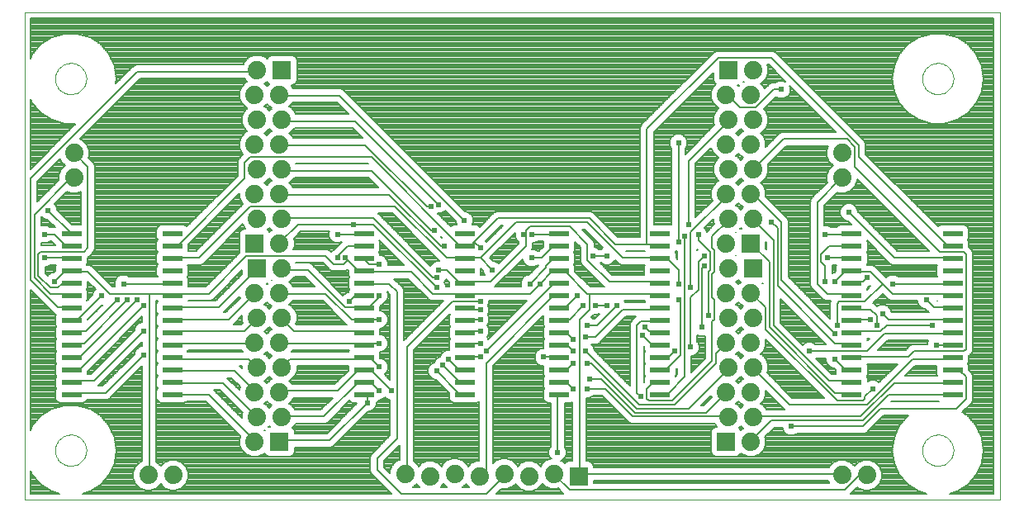
<source format=gtl>
G75*
G70*
%OFA0B0*%
%FSLAX24Y24*%
%IPPOS*%
%LPD*%
%AMOC8*
5,1,8,0,0,1.08239X$1,22.5*
%
%ADD10C,0.0000*%
%ADD11R,0.0740X0.0740*%
%ADD12C,0.0740*%
%ADD13R,0.0807X0.0236*%
%ADD14C,0.0080*%
%ADD15C,0.0240*%
D10*
X000190Y000180D02*
X039561Y000180D01*
X039561Y019865D01*
X000190Y019865D01*
X000190Y000180D01*
X001431Y002180D02*
X001433Y002230D01*
X001439Y002280D01*
X001449Y002329D01*
X001463Y002377D01*
X001480Y002424D01*
X001501Y002469D01*
X001526Y002513D01*
X001554Y002554D01*
X001586Y002593D01*
X001620Y002630D01*
X001657Y002664D01*
X001697Y002694D01*
X001739Y002721D01*
X001783Y002745D01*
X001829Y002766D01*
X001876Y002782D01*
X001924Y002795D01*
X001974Y002804D01*
X002023Y002809D01*
X002074Y002810D01*
X002124Y002807D01*
X002173Y002800D01*
X002222Y002789D01*
X002270Y002774D01*
X002316Y002756D01*
X002361Y002734D01*
X002404Y002708D01*
X002445Y002679D01*
X002484Y002647D01*
X002520Y002612D01*
X002552Y002574D01*
X002582Y002534D01*
X002609Y002491D01*
X002632Y002447D01*
X002651Y002401D01*
X002667Y002353D01*
X002679Y002304D01*
X002687Y002255D01*
X002691Y002205D01*
X002691Y002155D01*
X002687Y002105D01*
X002679Y002056D01*
X002667Y002007D01*
X002651Y001959D01*
X002632Y001913D01*
X002609Y001869D01*
X002582Y001826D01*
X002552Y001786D01*
X002520Y001748D01*
X002484Y001713D01*
X002445Y001681D01*
X002404Y001652D01*
X002361Y001626D01*
X002316Y001604D01*
X002270Y001586D01*
X002222Y001571D01*
X002173Y001560D01*
X002124Y001553D01*
X002074Y001550D01*
X002023Y001551D01*
X001974Y001556D01*
X001924Y001565D01*
X001876Y001578D01*
X001829Y001594D01*
X001783Y001615D01*
X001739Y001639D01*
X001697Y001666D01*
X001657Y001696D01*
X001620Y001730D01*
X001586Y001767D01*
X001554Y001806D01*
X001526Y001847D01*
X001501Y001891D01*
X001480Y001936D01*
X001463Y001983D01*
X001449Y002031D01*
X001439Y002080D01*
X001433Y002130D01*
X001431Y002180D01*
X001431Y017180D02*
X001433Y017230D01*
X001439Y017280D01*
X001449Y017329D01*
X001463Y017377D01*
X001480Y017424D01*
X001501Y017469D01*
X001526Y017513D01*
X001554Y017554D01*
X001586Y017593D01*
X001620Y017630D01*
X001657Y017664D01*
X001697Y017694D01*
X001739Y017721D01*
X001783Y017745D01*
X001829Y017766D01*
X001876Y017782D01*
X001924Y017795D01*
X001974Y017804D01*
X002023Y017809D01*
X002074Y017810D01*
X002124Y017807D01*
X002173Y017800D01*
X002222Y017789D01*
X002270Y017774D01*
X002316Y017756D01*
X002361Y017734D01*
X002404Y017708D01*
X002445Y017679D01*
X002484Y017647D01*
X002520Y017612D01*
X002552Y017574D01*
X002582Y017534D01*
X002609Y017491D01*
X002632Y017447D01*
X002651Y017401D01*
X002667Y017353D01*
X002679Y017304D01*
X002687Y017255D01*
X002691Y017205D01*
X002691Y017155D01*
X002687Y017105D01*
X002679Y017056D01*
X002667Y017007D01*
X002651Y016959D01*
X002632Y016913D01*
X002609Y016869D01*
X002582Y016826D01*
X002552Y016786D01*
X002520Y016748D01*
X002484Y016713D01*
X002445Y016681D01*
X002404Y016652D01*
X002361Y016626D01*
X002316Y016604D01*
X002270Y016586D01*
X002222Y016571D01*
X002173Y016560D01*
X002124Y016553D01*
X002074Y016550D01*
X002023Y016551D01*
X001974Y016556D01*
X001924Y016565D01*
X001876Y016578D01*
X001829Y016594D01*
X001783Y016615D01*
X001739Y016639D01*
X001697Y016666D01*
X001657Y016696D01*
X001620Y016730D01*
X001586Y016767D01*
X001554Y016806D01*
X001526Y016847D01*
X001501Y016891D01*
X001480Y016936D01*
X001463Y016983D01*
X001449Y017031D01*
X001439Y017080D01*
X001433Y017130D01*
X001431Y017180D01*
X036431Y017180D02*
X036433Y017230D01*
X036439Y017280D01*
X036449Y017329D01*
X036463Y017377D01*
X036480Y017424D01*
X036501Y017469D01*
X036526Y017513D01*
X036554Y017554D01*
X036586Y017593D01*
X036620Y017630D01*
X036657Y017664D01*
X036697Y017694D01*
X036739Y017721D01*
X036783Y017745D01*
X036829Y017766D01*
X036876Y017782D01*
X036924Y017795D01*
X036974Y017804D01*
X037023Y017809D01*
X037074Y017810D01*
X037124Y017807D01*
X037173Y017800D01*
X037222Y017789D01*
X037270Y017774D01*
X037316Y017756D01*
X037361Y017734D01*
X037404Y017708D01*
X037445Y017679D01*
X037484Y017647D01*
X037520Y017612D01*
X037552Y017574D01*
X037582Y017534D01*
X037609Y017491D01*
X037632Y017447D01*
X037651Y017401D01*
X037667Y017353D01*
X037679Y017304D01*
X037687Y017255D01*
X037691Y017205D01*
X037691Y017155D01*
X037687Y017105D01*
X037679Y017056D01*
X037667Y017007D01*
X037651Y016959D01*
X037632Y016913D01*
X037609Y016869D01*
X037582Y016826D01*
X037552Y016786D01*
X037520Y016748D01*
X037484Y016713D01*
X037445Y016681D01*
X037404Y016652D01*
X037361Y016626D01*
X037316Y016604D01*
X037270Y016586D01*
X037222Y016571D01*
X037173Y016560D01*
X037124Y016553D01*
X037074Y016550D01*
X037023Y016551D01*
X036974Y016556D01*
X036924Y016565D01*
X036876Y016578D01*
X036829Y016594D01*
X036783Y016615D01*
X036739Y016639D01*
X036697Y016666D01*
X036657Y016696D01*
X036620Y016730D01*
X036586Y016767D01*
X036554Y016806D01*
X036526Y016847D01*
X036501Y016891D01*
X036480Y016936D01*
X036463Y016983D01*
X036449Y017031D01*
X036439Y017080D01*
X036433Y017130D01*
X036431Y017180D01*
X036431Y002180D02*
X036433Y002230D01*
X036439Y002280D01*
X036449Y002329D01*
X036463Y002377D01*
X036480Y002424D01*
X036501Y002469D01*
X036526Y002513D01*
X036554Y002554D01*
X036586Y002593D01*
X036620Y002630D01*
X036657Y002664D01*
X036697Y002694D01*
X036739Y002721D01*
X036783Y002745D01*
X036829Y002766D01*
X036876Y002782D01*
X036924Y002795D01*
X036974Y002804D01*
X037023Y002809D01*
X037074Y002810D01*
X037124Y002807D01*
X037173Y002800D01*
X037222Y002789D01*
X037270Y002774D01*
X037316Y002756D01*
X037361Y002734D01*
X037404Y002708D01*
X037445Y002679D01*
X037484Y002647D01*
X037520Y002612D01*
X037552Y002574D01*
X037582Y002534D01*
X037609Y002491D01*
X037632Y002447D01*
X037651Y002401D01*
X037667Y002353D01*
X037679Y002304D01*
X037687Y002255D01*
X037691Y002205D01*
X037691Y002155D01*
X037687Y002105D01*
X037679Y002056D01*
X037667Y002007D01*
X037651Y001959D01*
X037632Y001913D01*
X037609Y001869D01*
X037582Y001826D01*
X037552Y001786D01*
X037520Y001748D01*
X037484Y001713D01*
X037445Y001681D01*
X037404Y001652D01*
X037361Y001626D01*
X037316Y001604D01*
X037270Y001586D01*
X037222Y001571D01*
X037173Y001560D01*
X037124Y001553D01*
X037074Y001550D01*
X037023Y001551D01*
X036974Y001556D01*
X036924Y001565D01*
X036876Y001578D01*
X036829Y001594D01*
X036783Y001615D01*
X036739Y001639D01*
X036697Y001666D01*
X036657Y001696D01*
X036620Y001730D01*
X036586Y001767D01*
X036554Y001806D01*
X036526Y001847D01*
X036501Y001891D01*
X036480Y001936D01*
X036463Y001983D01*
X036449Y002031D01*
X036439Y002080D01*
X036433Y002130D01*
X036431Y002180D01*
D11*
X028511Y002523D03*
X022561Y001130D03*
X010483Y002523D03*
X009583Y009523D03*
X009483Y010523D03*
X010583Y017523D03*
X028611Y017523D03*
X029511Y010523D03*
X029611Y009523D03*
D12*
X028611Y009523D03*
X028511Y010523D03*
X028611Y011523D03*
X029611Y011523D03*
X029511Y012523D03*
X028511Y012523D03*
X028611Y013523D03*
X029611Y013523D03*
X029511Y014523D03*
X028511Y014523D03*
X028611Y015523D03*
X029611Y015523D03*
X029511Y016523D03*
X028511Y016523D03*
X029611Y017523D03*
X033190Y014180D03*
X033190Y013180D03*
X029511Y008523D03*
X028511Y008523D03*
X028611Y007523D03*
X029611Y007523D03*
X029511Y006523D03*
X028511Y006523D03*
X028611Y005523D03*
X029611Y005523D03*
X029511Y004523D03*
X028511Y004523D03*
X028611Y003523D03*
X029611Y003523D03*
X029511Y002523D03*
X033190Y001180D03*
X034190Y001180D03*
X021561Y001230D03*
X020561Y001130D03*
X019561Y001230D03*
X018561Y001130D03*
X017561Y001230D03*
X016561Y001130D03*
X015561Y001230D03*
X010583Y003523D03*
X009583Y003523D03*
X009483Y004523D03*
X010483Y004523D03*
X010583Y005523D03*
X009583Y005523D03*
X009483Y006523D03*
X010483Y006523D03*
X010583Y007523D03*
X009583Y007523D03*
X009483Y008523D03*
X010483Y008523D03*
X010583Y009523D03*
X010483Y010523D03*
X010583Y011523D03*
X009583Y011523D03*
X009483Y012523D03*
X010483Y012523D03*
X010583Y013523D03*
X009583Y013523D03*
X009483Y014523D03*
X010483Y014523D03*
X010583Y015523D03*
X009583Y015523D03*
X009483Y016523D03*
X010483Y016523D03*
X009583Y017523D03*
X002190Y014180D03*
X002190Y013180D03*
X009483Y002523D03*
X006190Y001180D03*
X005190Y001180D03*
D13*
X006166Y004430D03*
X006166Y004930D03*
X006166Y005430D03*
X006166Y005930D03*
X006166Y006430D03*
X006166Y006930D03*
X006166Y007430D03*
X006166Y007930D03*
X006166Y008430D03*
X006166Y008930D03*
X006166Y009430D03*
X006166Y009930D03*
X006166Y010430D03*
X006166Y010930D03*
X002089Y010930D03*
X002089Y010430D03*
X002089Y009930D03*
X002089Y009430D03*
X002089Y008930D03*
X002089Y008430D03*
X002089Y007930D03*
X002089Y007430D03*
X002089Y006930D03*
X002089Y006430D03*
X002089Y005930D03*
X002089Y005430D03*
X002089Y004930D03*
X002089Y004430D03*
X013900Y004430D03*
X013900Y004930D03*
X013900Y005430D03*
X013900Y005930D03*
X013900Y006430D03*
X013900Y006930D03*
X013900Y007430D03*
X013900Y007930D03*
X013900Y008430D03*
X013900Y008930D03*
X013900Y009430D03*
X013900Y009930D03*
X013900Y010430D03*
X013900Y010930D03*
X017977Y010930D03*
X017977Y010430D03*
X017977Y009930D03*
X017977Y009430D03*
X017977Y008930D03*
X017977Y008430D03*
X017977Y007930D03*
X017977Y007430D03*
X017977Y006930D03*
X017977Y006430D03*
X017977Y005930D03*
X017977Y005430D03*
X017977Y004930D03*
X017977Y004430D03*
X021774Y004430D03*
X021774Y004930D03*
X021774Y005430D03*
X021774Y005930D03*
X021774Y006430D03*
X021774Y006930D03*
X021774Y007430D03*
X021774Y007930D03*
X021774Y008430D03*
X021774Y008930D03*
X021774Y009430D03*
X021774Y009930D03*
X021774Y010430D03*
X021774Y010930D03*
X025851Y010930D03*
X025851Y010430D03*
X025851Y009930D03*
X025851Y009430D03*
X025851Y008930D03*
X025851Y008430D03*
X025851Y007930D03*
X025851Y007430D03*
X025851Y006930D03*
X025851Y006430D03*
X025851Y005930D03*
X025851Y005430D03*
X025851Y004930D03*
X025851Y004430D03*
X033585Y004430D03*
X033585Y004930D03*
X033585Y005430D03*
X033585Y005930D03*
X033585Y006430D03*
X033585Y006930D03*
X033585Y007430D03*
X033585Y007930D03*
X033585Y008430D03*
X033585Y008930D03*
X033585Y009430D03*
X033585Y009930D03*
X033585Y010430D03*
X033585Y010930D03*
X037662Y010930D03*
X037662Y010430D03*
X037662Y009930D03*
X037662Y009430D03*
X037662Y008930D03*
X037662Y008430D03*
X037662Y007930D03*
X037662Y007430D03*
X037662Y006930D03*
X037662Y006430D03*
X037662Y005930D03*
X037662Y005430D03*
X037662Y004930D03*
X037662Y004430D03*
D14*
X037630Y004420D01*
X035070Y004420D01*
X034030Y003380D01*
X030350Y003380D01*
X029550Y002580D01*
X029511Y002523D01*
X030121Y002535D02*
X035272Y002535D01*
X035283Y002614D02*
X030121Y002614D01*
X030121Y002644D02*
X030088Y002722D01*
X030466Y003100D01*
X030790Y003100D01*
X030790Y003068D01*
X030845Y002936D01*
X030947Y002835D01*
X031079Y002780D01*
X031222Y002780D01*
X031354Y002835D01*
X031380Y002860D01*
X034086Y002860D01*
X034189Y002903D01*
X034268Y002981D01*
X034866Y003580D01*
X035870Y003580D01*
X035856Y003571D01*
X035856Y003571D01*
X035856Y003571D01*
X035513Y003175D01*
X035513Y003175D01*
X035295Y002698D01*
X035221Y002180D01*
X035295Y001662D01*
X035295Y001662D01*
X035513Y001185D01*
X035856Y000789D01*
X036296Y000506D01*
X036590Y000420D01*
X033546Y000420D01*
X033548Y000421D01*
X033817Y000691D01*
X033845Y000663D01*
X034069Y000570D01*
X034312Y000570D01*
X034536Y000663D01*
X034708Y000834D01*
X034800Y001059D01*
X034800Y001301D01*
X034708Y001526D01*
X034536Y001697D01*
X034312Y001790D01*
X034069Y001790D01*
X033845Y001697D01*
X033690Y001543D01*
X033536Y001697D01*
X033312Y001790D01*
X033069Y001790D01*
X032845Y001697D01*
X032673Y001526D01*
X032663Y001500D01*
X023171Y001500D01*
X023171Y001548D01*
X023134Y001636D01*
X023067Y001703D01*
X022978Y001740D01*
X022870Y001740D01*
X022870Y004300D01*
X022982Y004300D01*
X023114Y004355D01*
X023140Y004380D01*
X023515Y004380D01*
X024513Y003381D01*
X024592Y003303D01*
X024695Y003260D01*
X028059Y003260D01*
X028093Y003177D01*
X028138Y003133D01*
X028093Y003133D01*
X028005Y003096D01*
X027937Y003028D01*
X027901Y002940D01*
X027901Y002105D01*
X027937Y002017D01*
X028005Y001949D01*
X028093Y001913D01*
X028928Y001913D01*
X029017Y001949D01*
X029084Y002017D01*
X029104Y002066D01*
X029165Y002005D01*
X029389Y001913D01*
X029632Y001913D01*
X029856Y002005D01*
X030028Y002177D01*
X030121Y002401D01*
X030121Y002644D01*
X030101Y002692D02*
X035294Y002692D01*
X035295Y002698D02*
X035295Y002698D01*
X035328Y002771D02*
X030137Y002771D01*
X030215Y002849D02*
X030932Y002849D01*
X030854Y002928D02*
X030294Y002928D01*
X030372Y003006D02*
X030816Y003006D01*
X030790Y003085D02*
X030451Y003085D01*
X031150Y003140D02*
X034030Y003140D01*
X034750Y003860D01*
X037790Y003860D01*
X038190Y004260D01*
X038190Y005140D01*
X037950Y005380D01*
X037710Y005380D01*
X037662Y005430D01*
X037018Y005440D02*
X036006Y005440D01*
X036084Y005518D02*
X037018Y005518D01*
X037018Y005580D02*
X037018Y005264D01*
X037053Y005180D01*
X035746Y005180D01*
X036146Y005580D01*
X037018Y005580D01*
X037018Y005361D02*
X035927Y005361D01*
X035849Y005283D02*
X037018Y005283D01*
X037043Y005204D02*
X035770Y005204D01*
X035310Y004900D02*
X033950Y003540D01*
X029630Y003540D01*
X029611Y003523D01*
X030048Y003948D02*
X030746Y003948D01*
X030668Y004027D02*
X029969Y004027D01*
X029956Y004040D02*
X029910Y004059D01*
X030028Y004177D01*
X030121Y004401D01*
X030121Y004574D01*
X030875Y003820D01*
X030148Y003820D01*
X030128Y003868D01*
X029956Y004040D01*
X029956Y004105D02*
X030589Y004105D01*
X030511Y004184D02*
X030030Y004184D01*
X030063Y004262D02*
X030432Y004262D01*
X030354Y004341D02*
X030095Y004341D01*
X030121Y004419D02*
X030275Y004419D01*
X030197Y004498D02*
X030121Y004498D01*
X030518Y004969D02*
X031806Y004969D01*
X031727Y005047D02*
X030439Y005047D01*
X030361Y005126D02*
X031649Y005126D01*
X031570Y005204D02*
X030282Y005204D01*
X030204Y005283D02*
X031492Y005283D01*
X031413Y005361D02*
X030204Y005361D01*
X030221Y005401D02*
X030181Y005306D01*
X031186Y004300D01*
X032475Y004300D01*
X030113Y006661D01*
X030121Y006644D01*
X030121Y006401D01*
X030028Y006177D01*
X029910Y006059D01*
X029956Y006040D01*
X030128Y005868D01*
X030221Y005644D01*
X030221Y005401D01*
X030221Y005440D02*
X031335Y005440D01*
X031256Y005518D02*
X030221Y005518D01*
X030221Y005597D02*
X031178Y005597D01*
X031099Y005675D02*
X030208Y005675D01*
X030175Y005754D02*
X031021Y005754D01*
X030942Y005832D02*
X030143Y005832D01*
X030085Y005911D02*
X030864Y005911D01*
X030785Y005989D02*
X030007Y005989D01*
X029918Y006068D02*
X030707Y006068D01*
X030628Y006146D02*
X029997Y006146D01*
X030047Y006225D02*
X030550Y006225D01*
X030471Y006303D02*
X030080Y006303D01*
X030112Y006382D02*
X030393Y006382D01*
X030314Y006460D02*
X030121Y006460D01*
X030121Y006539D02*
X030236Y006539D01*
X030157Y006617D02*
X030121Y006617D01*
X030110Y007060D02*
X030110Y007940D01*
X029550Y008500D01*
X029511Y008523D01*
X029090Y008964D02*
X029011Y008885D01*
X028910Y008986D01*
X028956Y009005D01*
X029017Y009066D01*
X029037Y009017D01*
X029090Y008964D01*
X029082Y008972D02*
X028924Y008972D01*
X029001Y009051D02*
X029023Y009051D01*
X029019Y008894D02*
X029002Y008894D01*
X028030Y009380D02*
X028030Y010260D01*
X027950Y010340D01*
X027950Y010820D01*
X028590Y011460D01*
X028611Y011523D01*
X028001Y011514D02*
X028001Y011401D01*
X028040Y011306D01*
X027737Y011003D01*
X027696Y011104D01*
X027643Y011157D01*
X028001Y011514D01*
X028001Y011484D02*
X027970Y011484D01*
X028001Y011406D02*
X027892Y011406D01*
X027813Y011327D02*
X028031Y011327D01*
X027983Y011249D02*
X027735Y011249D01*
X027656Y011170D02*
X027905Y011170D01*
X027826Y011092D02*
X027701Y011092D01*
X027733Y011013D02*
X027748Y011013D01*
X027390Y010900D02*
X027390Y010660D01*
X027870Y010180D01*
X027870Y009460D01*
X027790Y009380D01*
X027790Y007620D01*
X028030Y007460D02*
X027950Y007380D01*
X027950Y005780D01*
X026350Y004180D01*
X025390Y004180D01*
X025310Y004260D01*
X025310Y004660D01*
X025550Y004900D01*
X025790Y004900D01*
X025851Y004930D01*
X026459Y005180D02*
X026494Y005264D01*
X026494Y005448D01*
X026550Y005504D01*
X026550Y005256D01*
X026464Y005169D01*
X026459Y005180D01*
X026469Y005204D02*
X026499Y005204D01*
X026494Y005283D02*
X026550Y005283D01*
X026550Y005361D02*
X026494Y005361D01*
X026494Y005440D02*
X026550Y005440D01*
X026110Y005460D02*
X026670Y006020D01*
X026670Y008180D01*
X026590Y008260D01*
X025851Y008430D02*
X025790Y008500D01*
X022990Y008500D01*
X022990Y007860D01*
X022590Y007460D01*
X022590Y001220D01*
X022561Y001130D01*
X022590Y001140D01*
X022590Y001220D01*
X033150Y001220D01*
X033190Y001180D01*
X032630Y000940D02*
X032663Y000860D01*
X023171Y000860D01*
X023171Y000940D01*
X032630Y000940D01*
X032652Y000887D02*
X023171Y000887D01*
X023171Y001515D02*
X032669Y001515D01*
X032741Y001593D02*
X023152Y001593D01*
X023098Y001672D02*
X032819Y001672D01*
X032973Y001750D02*
X022870Y001750D01*
X022870Y001829D02*
X035271Y001829D01*
X035260Y001907D02*
X022870Y001907D01*
X022870Y001986D02*
X027968Y001986D01*
X027917Y002064D02*
X022870Y002064D01*
X022870Y002143D02*
X027901Y002143D01*
X027901Y002221D02*
X022870Y002221D01*
X022870Y002300D02*
X027901Y002300D01*
X027901Y002378D02*
X022870Y002378D01*
X022870Y002457D02*
X027901Y002457D01*
X027901Y002535D02*
X022870Y002535D01*
X022870Y002614D02*
X027901Y002614D01*
X027901Y002692D02*
X022870Y002692D01*
X022870Y002771D02*
X027901Y002771D01*
X027901Y002849D02*
X022870Y002849D01*
X022870Y002928D02*
X027901Y002928D01*
X027928Y003006D02*
X022870Y003006D01*
X022870Y003085D02*
X027993Y003085D01*
X028107Y003163D02*
X022870Y003163D01*
X022870Y003242D02*
X028067Y003242D01*
X028590Y003540D02*
X028611Y003523D01*
X028590Y003540D02*
X024750Y003540D01*
X023630Y004660D01*
X022910Y004660D01*
X022350Y004660D02*
X022110Y004900D01*
X021790Y004900D01*
X021774Y004930D01*
X021131Y004969D02*
X019110Y004969D01*
X019110Y005047D02*
X021131Y005047D01*
X021131Y005096D02*
X021131Y004764D01*
X021166Y004680D01*
X021131Y004596D01*
X021131Y004264D01*
X021167Y004176D01*
X021235Y004108D01*
X021323Y004072D01*
X021430Y004072D01*
X021430Y002329D01*
X021405Y002304D01*
X021350Y002172D01*
X021350Y002028D01*
X021405Y001896D01*
X021461Y001840D01*
X021439Y001840D01*
X021215Y001747D01*
X021043Y001576D01*
X021024Y001529D01*
X020906Y001647D01*
X020682Y001740D01*
X020439Y001740D01*
X020215Y001647D01*
X020097Y001529D01*
X020078Y001576D01*
X019906Y001747D01*
X019682Y001840D01*
X019439Y001840D01*
X019215Y001747D01*
X019110Y001643D01*
X019110Y005584D01*
X021137Y007610D01*
X021131Y007596D01*
X021131Y007264D01*
X021166Y007180D01*
X021131Y007096D01*
X021131Y006764D01*
X021166Y006680D01*
X021131Y006596D01*
X021131Y006300D01*
X021079Y006300D01*
X020947Y006245D01*
X020845Y006144D01*
X020790Y006012D01*
X020790Y005868D01*
X020845Y005736D01*
X020947Y005635D01*
X021079Y005580D01*
X021131Y005580D01*
X021131Y005264D01*
X021166Y005180D01*
X021131Y005096D01*
X021143Y005126D02*
X019110Y005126D01*
X019110Y005204D02*
X021156Y005204D01*
X021131Y005283D02*
X019110Y005283D01*
X019110Y005361D02*
X021131Y005361D01*
X021131Y005440D02*
X019110Y005440D01*
X019110Y005518D02*
X021131Y005518D01*
X021039Y005597D02*
X019123Y005597D01*
X019201Y005675D02*
X020906Y005675D01*
X020838Y005754D02*
X019280Y005754D01*
X019358Y005832D02*
X020806Y005832D01*
X020790Y005911D02*
X019437Y005911D01*
X019515Y005989D02*
X020790Y005989D01*
X020814Y006068D02*
X019594Y006068D01*
X019672Y006146D02*
X020847Y006146D01*
X020926Y006225D02*
X019751Y006225D01*
X019829Y006303D02*
X021131Y006303D01*
X021131Y006382D02*
X019908Y006382D01*
X019986Y006460D02*
X021131Y006460D01*
X021131Y006539D02*
X020065Y006539D01*
X020143Y006617D02*
X021140Y006617D01*
X021159Y006696D02*
X020222Y006696D01*
X020300Y006774D02*
X021131Y006774D01*
X021131Y006853D02*
X020379Y006853D01*
X020457Y006931D02*
X021131Y006931D01*
X021131Y007010D02*
X020536Y007010D01*
X020614Y007088D02*
X021131Y007088D01*
X021160Y007167D02*
X020693Y007167D01*
X020771Y007245D02*
X021139Y007245D01*
X021131Y007324D02*
X020850Y007324D01*
X020928Y007402D02*
X021131Y007402D01*
X021131Y007481D02*
X021007Y007481D01*
X021085Y007559D02*
X021131Y007559D01*
X021774Y007430D02*
X021790Y007460D01*
X022190Y007460D01*
X022750Y008020D01*
X023230Y008020D02*
X023710Y008020D01*
X024110Y008020D02*
X023310Y007220D01*
X022910Y007220D01*
X023070Y007544D02*
X023149Y007623D01*
X023186Y007660D01*
X023302Y007660D01*
X023392Y007697D01*
X023195Y007500D01*
X023140Y007500D01*
X023114Y007525D01*
X023070Y007544D01*
X023085Y007559D02*
X023254Y007559D01*
X023332Y007638D02*
X023164Y007638D01*
X024131Y007245D02*
X024630Y007245D01*
X024630Y007276D02*
X024630Y004776D01*
X023190Y006216D01*
X023190Y006252D01*
X023136Y006384D01*
X023060Y006460D01*
X023060Y006460D01*
X023286Y006460D01*
X023389Y006503D01*
X023468Y006581D01*
X023468Y006581D01*
X024466Y007580D01*
X024875Y007580D01*
X024752Y007457D01*
X024673Y007379D01*
X024630Y007276D01*
X024650Y007324D02*
X024210Y007324D01*
X024288Y007402D02*
X024697Y007402D01*
X024775Y007481D02*
X024367Y007481D01*
X024445Y007559D02*
X024854Y007559D01*
X025070Y007380D02*
X024910Y007220D01*
X024910Y004500D01*
X025070Y004340D01*
X024990Y004020D02*
X026430Y004020D01*
X028110Y005700D01*
X028110Y006100D01*
X028510Y006500D01*
X028511Y006523D01*
X028965Y006931D02*
X029056Y006931D01*
X029011Y006885D02*
X029165Y007040D01*
X029212Y007059D01*
X029111Y007160D01*
X028956Y007005D01*
X028910Y006986D01*
X029011Y006885D01*
X028960Y007010D02*
X029135Y007010D01*
X029182Y007088D02*
X029039Y007088D01*
X030110Y007060D02*
X032990Y004180D01*
X034030Y004180D01*
X034110Y004260D01*
X034110Y004340D01*
X034430Y004660D01*
X034687Y004913D02*
X034634Y004965D01*
X034502Y005020D01*
X034359Y005020D01*
X034229Y004966D01*
X034229Y005096D01*
X034194Y005180D01*
X034229Y005264D01*
X034229Y005596D01*
X034202Y005660D01*
X035435Y005660D01*
X034687Y004913D01*
X034743Y004969D02*
X034626Y004969D01*
X034822Y005047D02*
X034229Y005047D01*
X034229Y004969D02*
X034235Y004969D01*
X034217Y005126D02*
X034900Y005126D01*
X034979Y005204D02*
X034204Y005204D01*
X034229Y005283D02*
X035057Y005283D01*
X035136Y005361D02*
X034229Y005361D01*
X034229Y005440D02*
X035214Y005440D01*
X035293Y005518D02*
X034229Y005518D01*
X034229Y005597D02*
X035371Y005597D01*
X035870Y005940D02*
X036110Y006180D01*
X038110Y006180D01*
X038190Y006260D01*
X038190Y010100D01*
X038110Y010180D01*
X037150Y010180D01*
X033710Y013620D01*
X033710Y014420D01*
X033390Y014740D01*
X030830Y014740D01*
X029630Y013540D01*
X029611Y013523D01*
X030174Y013290D02*
X032580Y013290D01*
X032580Y013301D02*
X032580Y013059D01*
X032608Y012993D01*
X031953Y012339D01*
X031910Y012236D01*
X031910Y012124D01*
X031910Y008844D01*
X031953Y008741D01*
X032032Y008663D01*
X032432Y008263D01*
X032535Y008220D01*
X032737Y008220D01*
X032710Y008156D01*
X032710Y007496D01*
X031030Y009176D01*
X031030Y011436D01*
X030988Y011539D01*
X030121Y012406D01*
X030121Y012644D01*
X030028Y012868D01*
X029910Y012986D01*
X029956Y013005D01*
X030128Y013177D01*
X030221Y013401D01*
X030221Y013644D01*
X030194Y013708D01*
X030946Y014460D01*
X032646Y014460D01*
X032580Y014301D01*
X032580Y014059D01*
X032673Y013834D01*
X032828Y013680D01*
X032673Y013526D01*
X032580Y013301D01*
X032608Y013368D02*
X030207Y013368D01*
X030221Y013447D02*
X032641Y013447D01*
X032673Y013525D02*
X030221Y013525D01*
X030221Y013604D02*
X032751Y013604D01*
X032826Y013682D02*
X030205Y013682D01*
X030247Y013761D02*
X032747Y013761D01*
X032671Y013839D02*
X030326Y013839D01*
X030404Y013918D02*
X032639Y013918D01*
X032606Y013996D02*
X030483Y013996D01*
X030561Y014075D02*
X032580Y014075D01*
X032580Y014153D02*
X030640Y014153D01*
X030718Y014232D02*
X032580Y014232D01*
X032584Y014310D02*
X030797Y014310D01*
X030875Y014389D02*
X032617Y014389D01*
X032955Y015020D02*
X030886Y015020D01*
X030775Y015020D01*
X030672Y014977D01*
X030121Y014426D01*
X030121Y014644D01*
X030028Y014868D01*
X029910Y014986D01*
X029956Y015005D01*
X030128Y015177D01*
X030221Y015401D01*
X030221Y015644D01*
X030128Y015868D01*
X030041Y015955D01*
X030534Y016447D01*
X030547Y016435D01*
X030679Y016380D01*
X030822Y016380D01*
X030954Y016435D01*
X031056Y016536D01*
X031110Y016668D01*
X031110Y016812D01*
X031073Y016901D01*
X032955Y015020D01*
X032879Y015095D02*
X030046Y015095D01*
X030124Y015174D02*
X032801Y015174D01*
X032722Y015252D02*
X030159Y015252D01*
X030191Y015331D02*
X032644Y015331D01*
X032565Y015409D02*
X030221Y015409D01*
X030221Y015488D02*
X032487Y015488D01*
X032408Y015566D02*
X030221Y015566D01*
X030220Y015645D02*
X032330Y015645D01*
X032251Y015723D02*
X030188Y015723D01*
X030155Y015802D02*
X032173Y015802D01*
X032094Y015880D02*
X030116Y015880D01*
X030045Y015959D02*
X032016Y015959D01*
X031937Y016037D02*
X030124Y016037D01*
X030202Y016116D02*
X031859Y016116D01*
X031780Y016194D02*
X030281Y016194D01*
X030359Y016273D02*
X031702Y016273D01*
X031623Y016351D02*
X030438Y016351D01*
X030516Y016430D02*
X030559Y016430D01*
X030942Y016430D02*
X031545Y016430D01*
X031466Y016508D02*
X031028Y016508D01*
X031077Y016587D02*
X031388Y016587D01*
X031309Y016665D02*
X031109Y016665D01*
X031110Y016744D02*
X031231Y016744D01*
X031152Y016822D02*
X031106Y016822D01*
X031074Y016901D02*
X031074Y016901D01*
X030912Y017063D02*
X030822Y017100D01*
X030679Y017100D01*
X030547Y017045D01*
X030521Y017020D01*
X030375Y017020D01*
X030272Y016977D01*
X030067Y016773D01*
X030028Y016868D01*
X029910Y016986D01*
X029956Y017005D01*
X030128Y017177D01*
X030221Y017401D01*
X030221Y017644D01*
X030181Y017740D01*
X030235Y017740D01*
X030912Y017063D01*
X030838Y017136D02*
X030087Y017136D01*
X030143Y017215D02*
X030760Y017215D01*
X030681Y017293D02*
X030176Y017293D01*
X030208Y017372D02*
X030603Y017372D01*
X030524Y017450D02*
X030221Y017450D01*
X030221Y017529D02*
X030446Y017529D01*
X030367Y017607D02*
X030221Y017607D01*
X030203Y017686D02*
X030289Y017686D01*
X030350Y018020D02*
X028190Y018020D01*
X025310Y015140D01*
X025310Y010500D01*
X025790Y010500D01*
X025851Y010430D01*
X026459Y010180D02*
X026482Y010235D01*
X026519Y010220D01*
X026550Y010220D01*
X026550Y009896D01*
X026494Y009952D01*
X026494Y010096D01*
X026459Y010180D01*
X026472Y010150D02*
X026550Y010150D01*
X026550Y010071D02*
X026494Y010071D01*
X026494Y009993D02*
X026550Y009993D01*
X026550Y009914D02*
X026532Y009914D01*
X026190Y009860D02*
X025870Y009860D01*
X025851Y009930D01*
X025790Y009940D01*
X024350Y009940D01*
X022910Y011380D01*
X020030Y011380D01*
X018590Y009940D01*
X019070Y009460D01*
X019327Y009713D02*
X019274Y009765D01*
X019142Y009820D01*
X019106Y009820D01*
X018986Y009940D01*
X019990Y010944D01*
X019990Y010828D01*
X020045Y010696D01*
X020147Y010595D01*
X020150Y010593D01*
X020150Y010536D01*
X019327Y009713D01*
X019283Y009757D02*
X019372Y009757D01*
X019450Y009836D02*
X019091Y009836D01*
X019012Y009914D02*
X019529Y009914D01*
X019607Y009993D02*
X019039Y009993D01*
X019117Y010071D02*
X019686Y010071D01*
X019764Y010150D02*
X019196Y010150D01*
X019274Y010228D02*
X019843Y010228D01*
X019921Y010307D02*
X019353Y010307D01*
X019431Y010385D02*
X020000Y010385D01*
X020078Y010464D02*
X019510Y010464D01*
X019588Y010542D02*
X020150Y010542D01*
X020121Y010621D02*
X019667Y010621D01*
X019745Y010699D02*
X020044Y010699D01*
X020012Y010778D02*
X019824Y010778D01*
X019902Y010856D02*
X019990Y010856D01*
X019981Y010935D02*
X019990Y010935D01*
X020350Y010900D02*
X020430Y010900D01*
X020430Y010420D01*
X018990Y008980D01*
X018030Y008980D01*
X017977Y008930D01*
X017950Y008980D01*
X017710Y008980D01*
X017230Y009460D01*
X016910Y009460D01*
X016587Y009620D02*
X016605Y009664D01*
X016707Y009765D01*
X016839Y009820D01*
X016955Y009820D01*
X015035Y011740D01*
X014466Y011740D01*
X016587Y009620D01*
X016620Y009679D02*
X016528Y009679D01*
X016449Y009757D02*
X016698Y009757D01*
X016860Y009914D02*
X016292Y009914D01*
X016214Y009993D02*
X016782Y009993D01*
X016703Y010071D02*
X016135Y010071D01*
X016057Y010150D02*
X016625Y010150D01*
X016546Y010228D02*
X015978Y010228D01*
X015900Y010307D02*
X016468Y010307D01*
X016389Y010385D02*
X015821Y010385D01*
X015743Y010464D02*
X016311Y010464D01*
X016232Y010542D02*
X015664Y010542D01*
X015586Y010621D02*
X016154Y010621D01*
X016075Y010699D02*
X015507Y010699D01*
X015429Y010778D02*
X015997Y010778D01*
X015918Y010856D02*
X015350Y010856D01*
X015272Y010935D02*
X015840Y010935D01*
X015761Y011013D02*
X015193Y011013D01*
X015115Y011092D02*
X015683Y011092D01*
X015604Y011170D02*
X015036Y011170D01*
X014958Y011249D02*
X015526Y011249D01*
X015447Y011327D02*
X014879Y011327D01*
X014801Y011406D02*
X015369Y011406D01*
X015290Y011484D02*
X014722Y011484D01*
X014644Y011563D02*
X015212Y011563D01*
X015133Y011641D02*
X014565Y011641D01*
X014487Y011720D02*
X015055Y011720D01*
X015150Y012020D02*
X017230Y009940D01*
X017950Y009940D01*
X017977Y009930D01*
X018030Y009940D01*
X018590Y009940D01*
X018590Y010340D02*
X018350Y010580D01*
X019310Y011540D01*
X022990Y011540D01*
X024030Y010500D01*
X025310Y010500D01*
X025030Y010780D02*
X024146Y010780D01*
X023228Y011699D01*
X023149Y011777D01*
X023046Y011820D01*
X019255Y011820D01*
X019152Y011777D01*
X018571Y011197D01*
X018516Y011252D01*
X018428Y011288D01*
X018269Y011288D01*
X018310Y011388D01*
X018310Y011532D01*
X018256Y011664D01*
X018154Y011765D01*
X018022Y011820D01*
X017986Y011820D01*
X013148Y016659D01*
X013069Y016737D01*
X012966Y016780D01*
X011037Y016780D01*
X011000Y016868D01*
X010956Y016913D01*
X011001Y016913D01*
X011089Y016949D01*
X011156Y017017D01*
X011193Y017105D01*
X011193Y017940D01*
X011156Y018028D01*
X011089Y018096D01*
X011001Y018133D01*
X010165Y018133D01*
X010077Y018096D01*
X010010Y018028D01*
X009989Y017979D01*
X009929Y018040D01*
X009704Y018133D01*
X009462Y018133D01*
X009237Y018040D01*
X009066Y017868D01*
X009013Y017740D01*
X004695Y017740D01*
X004592Y017697D01*
X004513Y017619D01*
X003871Y016977D01*
X003901Y017180D01*
X003826Y017698D01*
X003608Y018175D01*
X003266Y018571D01*
X002825Y018854D01*
X002322Y019001D01*
X001799Y019001D01*
X001296Y018854D01*
X000856Y018571D01*
X000856Y018571D01*
X000856Y018571D01*
X000513Y018175D01*
X000513Y018175D01*
X000430Y017995D01*
X000430Y019625D01*
X039321Y019625D01*
X039321Y000420D01*
X037531Y000420D01*
X037825Y000506D01*
X038266Y000789D01*
X038266Y000789D01*
X038266Y000789D01*
X038608Y001185D01*
X038826Y001662D01*
X038901Y002180D01*
X038826Y002698D01*
X038826Y002698D01*
X038608Y003175D01*
X038266Y003571D01*
X038041Y003715D01*
X038428Y004101D01*
X038470Y004204D01*
X038470Y005196D01*
X038428Y005299D01*
X038349Y005377D01*
X038305Y005421D01*
X038305Y005596D01*
X038270Y005680D01*
X038305Y005764D01*
X038305Y005979D01*
X038349Y006023D01*
X038428Y006101D01*
X038470Y006204D01*
X038470Y010156D01*
X038428Y010259D01*
X038348Y010339D01*
X038305Y010381D01*
X038305Y010596D01*
X038270Y010680D01*
X038305Y010764D01*
X038305Y011096D01*
X038269Y011184D01*
X038201Y011252D01*
X038113Y011288D01*
X037210Y011288D01*
X037122Y011252D01*
X037079Y011208D01*
X034150Y014136D01*
X034150Y014556D01*
X034108Y014659D01*
X030588Y018179D01*
X030509Y018257D01*
X030406Y018300D01*
X028135Y018300D01*
X028032Y018257D01*
X025152Y015377D01*
X025073Y015299D01*
X025030Y015196D01*
X025030Y010780D01*
X025030Y010856D02*
X024070Y010856D01*
X023992Y010935D02*
X025030Y010935D01*
X025030Y011013D02*
X023913Y011013D01*
X023835Y011092D02*
X025030Y011092D01*
X025030Y011170D02*
X023756Y011170D01*
X023678Y011249D02*
X025030Y011249D01*
X025030Y011327D02*
X023599Y011327D01*
X023521Y011406D02*
X025030Y011406D01*
X025030Y011484D02*
X023442Y011484D01*
X023364Y011563D02*
X025030Y011563D01*
X025030Y011641D02*
X023285Y011641D01*
X023207Y011720D02*
X025030Y011720D01*
X025030Y011798D02*
X023099Y011798D01*
X022795Y011100D02*
X023551Y010344D01*
X023507Y010325D01*
X023481Y010300D01*
X023380Y010300D01*
X023354Y010325D01*
X023222Y010380D01*
X023190Y010380D01*
X023190Y010556D01*
X023148Y010659D01*
X023069Y010737D01*
X022706Y011100D01*
X022795Y011100D01*
X022803Y011092D02*
X022715Y011092D01*
X022793Y011013D02*
X022881Y011013D01*
X022872Y010935D02*
X022960Y010935D01*
X022950Y010856D02*
X023038Y010856D01*
X023029Y010778D02*
X023117Y010778D01*
X023107Y010699D02*
X023195Y010699D01*
X023164Y010621D02*
X023274Y010621D01*
X023352Y010542D02*
X023190Y010542D01*
X023190Y010464D02*
X023431Y010464D01*
X023509Y010385D02*
X023190Y010385D01*
X023373Y010307D02*
X023488Y010307D01*
X023710Y010020D02*
X023150Y010020D01*
X022910Y009860D02*
X023790Y008980D01*
X025790Y008980D01*
X025851Y008930D01*
X026590Y008900D02*
X026590Y009460D01*
X026190Y009860D01*
X026479Y010228D02*
X026499Y010228D01*
X026590Y010580D02*
X026590Y014580D01*
X026252Y014703D02*
X025590Y014703D01*
X025590Y014781D02*
X026284Y014781D01*
X026285Y014784D02*
X026230Y014652D01*
X026230Y014508D01*
X026285Y014376D01*
X026310Y014351D01*
X026310Y011285D01*
X026302Y011288D01*
X025590Y011288D01*
X025590Y015024D01*
X028001Y017434D01*
X028001Y017105D01*
X028037Y017017D01*
X028090Y016964D01*
X027993Y016868D01*
X027901Y016644D01*
X027901Y016401D01*
X027993Y016177D01*
X028165Y016005D01*
X028212Y015986D01*
X028093Y015868D01*
X028001Y015644D01*
X028001Y015401D01*
X028040Y015306D01*
X026870Y014136D01*
X026870Y014351D01*
X026896Y014376D01*
X026950Y014508D01*
X026950Y014652D01*
X026896Y014784D01*
X026794Y014885D01*
X026662Y014940D01*
X026519Y014940D01*
X026387Y014885D01*
X026285Y014784D01*
X026361Y014860D02*
X025590Y014860D01*
X025590Y014938D02*
X026514Y014938D01*
X026667Y014938D02*
X027673Y014938D01*
X027751Y015017D02*
X025590Y015017D01*
X025662Y015095D02*
X027830Y015095D01*
X027908Y015174D02*
X025740Y015174D01*
X025819Y015252D02*
X027987Y015252D01*
X028030Y015331D02*
X025897Y015331D01*
X025976Y015409D02*
X028001Y015409D01*
X028001Y015488D02*
X026054Y015488D01*
X026133Y015566D02*
X028001Y015566D01*
X028001Y015645D02*
X026211Y015645D01*
X026290Y015723D02*
X028033Y015723D01*
X028066Y015802D02*
X026368Y015802D01*
X026447Y015880D02*
X028105Y015880D01*
X028184Y015959D02*
X026525Y015959D01*
X026604Y016037D02*
X028133Y016037D01*
X028055Y016116D02*
X026682Y016116D01*
X026761Y016194D02*
X027986Y016194D01*
X027954Y016273D02*
X026839Y016273D01*
X026918Y016351D02*
X027921Y016351D01*
X027901Y016430D02*
X026996Y016430D01*
X027075Y016508D02*
X027901Y016508D01*
X027901Y016587D02*
X027153Y016587D01*
X027232Y016665D02*
X027909Y016665D01*
X027942Y016744D02*
X027310Y016744D01*
X027389Y016822D02*
X027974Y016822D01*
X028026Y016901D02*
X027467Y016901D01*
X027546Y016979D02*
X028075Y016979D01*
X028020Y017058D02*
X027624Y017058D01*
X027703Y017136D02*
X028001Y017136D01*
X028001Y017215D02*
X027781Y017215D01*
X027860Y017293D02*
X028001Y017293D01*
X028001Y017372D02*
X027938Y017372D01*
X027539Y017764D02*
X011193Y017764D01*
X011193Y017686D02*
X027460Y017686D01*
X027382Y017607D02*
X011193Y017607D01*
X011193Y017529D02*
X027303Y017529D01*
X027225Y017450D02*
X011193Y017450D01*
X011193Y017372D02*
X027146Y017372D01*
X027068Y017293D02*
X011193Y017293D01*
X011193Y017215D02*
X026989Y017215D01*
X026911Y017136D02*
X011193Y017136D01*
X011173Y017058D02*
X026832Y017058D01*
X026754Y016979D02*
X011119Y016979D01*
X010968Y016901D02*
X026675Y016901D01*
X026597Y016822D02*
X011019Y016822D01*
X010510Y016500D02*
X010483Y016523D01*
X010510Y016500D02*
X012910Y016500D01*
X017950Y011460D01*
X017616Y011327D02*
X017279Y011327D01*
X017201Y011406D02*
X017590Y011406D01*
X017590Y011388D02*
X017632Y011288D01*
X017525Y011288D01*
X017437Y011252D01*
X017396Y011210D01*
X016866Y011740D01*
X016982Y011740D01*
X017114Y011795D01*
X017167Y011847D01*
X017590Y011424D01*
X017590Y011388D01*
X017530Y011484D02*
X017122Y011484D01*
X017044Y011563D02*
X017452Y011563D01*
X017373Y011641D02*
X016965Y011641D01*
X016887Y011720D02*
X017295Y011720D01*
X017216Y011798D02*
X017118Y011798D01*
X017851Y011955D02*
X025030Y011955D01*
X025030Y011877D02*
X017930Y011877D01*
X018075Y011798D02*
X019202Y011798D01*
X019094Y011720D02*
X018200Y011720D01*
X018265Y011641D02*
X019016Y011641D01*
X018937Y011563D02*
X018298Y011563D01*
X018310Y011484D02*
X018859Y011484D01*
X018780Y011406D02*
X018310Y011406D01*
X018285Y011327D02*
X018702Y011327D01*
X018623Y011249D02*
X018519Y011249D01*
X019022Y010856D02*
X019111Y010856D01*
X019101Y010935D02*
X019189Y010935D01*
X019179Y011013D02*
X019268Y011013D01*
X019258Y011092D02*
X019346Y011092D01*
X019336Y011170D02*
X019425Y011170D01*
X019415Y011249D02*
X019503Y011249D01*
X019515Y011260D02*
X019426Y011260D01*
X018803Y010637D01*
X018847Y010593D01*
X019515Y011260D01*
X020430Y011060D02*
X020430Y010900D01*
X020430Y011060D02*
X020590Y011220D01*
X022190Y011220D01*
X022910Y010500D01*
X022910Y009860D01*
X022650Y009757D02*
X022415Y009757D01*
X022418Y009764D02*
X022418Y010096D01*
X022383Y010180D01*
X022418Y010264D01*
X022418Y010596D01*
X022417Y010597D01*
X022630Y010384D01*
X022630Y009804D01*
X022673Y009701D01*
X023553Y008821D01*
X023595Y008780D01*
X023026Y008780D01*
X022418Y009389D01*
X022418Y009596D01*
X022383Y009680D01*
X022418Y009764D01*
X022418Y009836D02*
X022630Y009836D01*
X022630Y009914D02*
X022418Y009914D01*
X022418Y009993D02*
X022630Y009993D01*
X022630Y010071D02*
X022418Y010071D01*
X022396Y010150D02*
X022630Y010150D01*
X022630Y010228D02*
X022403Y010228D01*
X022418Y010307D02*
X022630Y010307D01*
X022629Y010385D02*
X022418Y010385D01*
X022418Y010464D02*
X022551Y010464D01*
X022472Y010542D02*
X022418Y010542D01*
X021774Y010430D02*
X021710Y010420D01*
X021550Y010420D01*
X021070Y009940D01*
X020670Y009940D01*
X020423Y009679D02*
X020085Y009679D01*
X020163Y009757D02*
X020357Y009757D01*
X020365Y009736D02*
X020467Y009635D01*
X020599Y009580D01*
X020742Y009580D01*
X020874Y009635D01*
X020900Y009660D01*
X020950Y009660D01*
X020950Y009656D01*
X020555Y009260D01*
X020519Y009260D01*
X020387Y009205D01*
X020285Y009104D01*
X020230Y008972D01*
X020230Y008828D01*
X020251Y008780D01*
X019186Y008780D01*
X020310Y009904D01*
X020310Y009868D01*
X020365Y009736D01*
X020324Y009836D02*
X020242Y009836D01*
X020006Y009600D02*
X020551Y009600D01*
X020790Y009600D02*
X020895Y009600D01*
X020816Y009522D02*
X019928Y009522D01*
X019849Y009443D02*
X020738Y009443D01*
X020659Y009365D02*
X019771Y009365D01*
X019692Y009286D02*
X020581Y009286D01*
X020392Y009208D02*
X019614Y009208D01*
X019535Y009129D02*
X020310Y009129D01*
X020263Y009051D02*
X019457Y009051D01*
X019378Y008972D02*
X020231Y008972D01*
X020230Y008894D02*
X019300Y008894D01*
X019221Y008815D02*
X020236Y008815D01*
X020590Y008900D02*
X021230Y009540D01*
X021230Y009620D01*
X021470Y009860D01*
X021710Y009860D01*
X021774Y009930D01*
X021774Y009430D02*
X021790Y009380D01*
X022030Y009380D01*
X022910Y008500D01*
X022990Y008500D01*
X022991Y008815D02*
X023559Y008815D01*
X023481Y008894D02*
X022913Y008894D01*
X022834Y008972D02*
X023402Y008972D01*
X023324Y009051D02*
X022756Y009051D01*
X022677Y009129D02*
X023245Y009129D01*
X023167Y009208D02*
X022599Y009208D01*
X022520Y009286D02*
X023088Y009286D01*
X023010Y009365D02*
X022442Y009365D01*
X022418Y009443D02*
X022931Y009443D01*
X022853Y009522D02*
X022418Y009522D01*
X022416Y009600D02*
X022774Y009600D01*
X022696Y009679D02*
X022384Y009679D01*
X021774Y009430D02*
X021710Y009380D01*
X021470Y009380D01*
X020990Y008900D01*
X020590Y008500D01*
X018030Y008500D01*
X017977Y008430D01*
X017950Y008500D01*
X016670Y008500D01*
X015790Y009380D01*
X013950Y009380D01*
X013900Y009430D01*
X013870Y009460D01*
X013630Y009460D01*
X013230Y009860D01*
X013150Y009940D01*
X013230Y009860D01*
X013070Y009700D01*
X012670Y009700D01*
X012350Y010020D01*
X009150Y010020D01*
X007630Y008500D01*
X006190Y008500D01*
X006166Y008430D01*
X006110Y008500D01*
X005230Y008500D01*
X005230Y001220D01*
X005190Y001180D01*
X005681Y000808D02*
X005700Y000808D01*
X005690Y000817D02*
X005845Y000663D01*
X006069Y000570D01*
X006312Y000570D01*
X006536Y000663D01*
X006708Y000834D01*
X006800Y001059D01*
X006800Y001301D01*
X006708Y001526D01*
X006536Y001697D01*
X006312Y001790D01*
X006069Y001790D01*
X005845Y001697D01*
X005690Y001543D01*
X005536Y001697D01*
X005510Y001708D01*
X005510Y008220D01*
X005540Y008220D01*
X005557Y008180D01*
X005522Y008096D01*
X005522Y007764D01*
X005557Y007680D01*
X005522Y007596D01*
X005522Y007264D01*
X005557Y007180D01*
X005522Y007096D01*
X005522Y006764D01*
X005557Y006680D01*
X005522Y006596D01*
X005522Y006264D01*
X005557Y006180D01*
X005522Y006096D01*
X005522Y005764D01*
X005557Y005680D01*
X005522Y005596D01*
X005522Y005264D01*
X005557Y005180D01*
X005522Y005096D01*
X005522Y004764D01*
X005557Y004680D01*
X005522Y004596D01*
X005522Y004264D01*
X005559Y004176D01*
X005626Y004108D01*
X005714Y004072D01*
X006617Y004072D01*
X006705Y004108D01*
X006737Y004140D01*
X007515Y004140D01*
X008913Y002741D01*
X008873Y002644D01*
X008873Y002401D01*
X008966Y002177D01*
X009137Y002005D01*
X009362Y001913D01*
X009604Y001913D01*
X009829Y002005D01*
X009889Y002066D01*
X009910Y002017D01*
X009977Y001949D01*
X010065Y001913D01*
X010901Y001913D01*
X010989Y001949D01*
X011056Y002017D01*
X011093Y002105D01*
X011093Y002300D01*
X012566Y002300D01*
X012669Y002343D01*
X014066Y003740D01*
X014102Y003740D01*
X014234Y003795D01*
X014336Y003896D01*
X014390Y004028D01*
X014390Y004088D01*
X014440Y004108D01*
X014507Y004176D01*
X014526Y004220D01*
X014582Y004220D01*
X014714Y004275D01*
X014750Y004311D01*
X014787Y004275D01*
X014919Y004220D01*
X014950Y004220D01*
X014950Y002776D01*
X014272Y002097D01*
X014193Y002019D01*
X014150Y001916D01*
X014150Y001324D01*
X014193Y001221D01*
X014995Y000420D01*
X002531Y000420D01*
X002825Y000506D01*
X003266Y000789D01*
X003266Y000789D01*
X003266Y000789D01*
X003608Y001185D01*
X003826Y001662D01*
X003901Y002180D01*
X003826Y002698D01*
X003826Y002698D01*
X003608Y003175D01*
X003266Y003571D01*
X002825Y003854D01*
X002322Y004001D01*
X001799Y004001D01*
X001296Y003854D01*
X000856Y003571D01*
X000856Y003571D01*
X000856Y003571D01*
X000513Y003175D01*
X000513Y003175D01*
X000430Y002995D01*
X000430Y008664D01*
X001392Y007703D01*
X001476Y007668D01*
X001446Y007596D01*
X001446Y007264D01*
X001481Y007180D01*
X001446Y007096D01*
X001446Y006764D01*
X001481Y006680D01*
X001446Y006596D01*
X001446Y006264D01*
X001481Y006180D01*
X001446Y006096D01*
X001446Y005764D01*
X001481Y005680D01*
X001446Y005596D01*
X001446Y005264D01*
X001481Y005180D01*
X001446Y005096D01*
X001446Y004764D01*
X001481Y004680D01*
X001446Y004596D01*
X001446Y004264D01*
X001482Y004176D01*
X001550Y004108D01*
X001638Y004072D01*
X002541Y004072D01*
X002629Y004108D01*
X002696Y004176D01*
X002715Y004220D01*
X003526Y004220D01*
X003629Y004263D01*
X003708Y004341D01*
X003708Y004341D01*
X004950Y005584D01*
X004950Y001741D01*
X004845Y001697D01*
X004673Y001526D01*
X004580Y001301D01*
X004580Y001059D01*
X004673Y000834D01*
X004845Y000663D01*
X005069Y000570D01*
X005312Y000570D01*
X005536Y000663D01*
X005690Y000817D01*
X005603Y000730D02*
X005778Y000730D01*
X005874Y000651D02*
X005507Y000651D01*
X005318Y000573D02*
X006063Y000573D01*
X006318Y000573D02*
X014842Y000573D01*
X014764Y000651D02*
X006507Y000651D01*
X006603Y000730D02*
X014685Y000730D01*
X014606Y000808D02*
X006681Y000808D01*
X006729Y000887D02*
X014528Y000887D01*
X014449Y000965D02*
X006762Y000965D01*
X006794Y001044D02*
X014371Y001044D01*
X014292Y001122D02*
X006800Y001122D01*
X006800Y001201D02*
X014214Y001201D01*
X014169Y001279D02*
X006800Y001279D01*
X006777Y001358D02*
X014150Y001358D01*
X014150Y001436D02*
X006745Y001436D01*
X006712Y001515D02*
X014150Y001515D01*
X014150Y001593D02*
X006640Y001593D01*
X006562Y001672D02*
X014150Y001672D01*
X014150Y001750D02*
X006408Y001750D01*
X005973Y001750D02*
X005510Y001750D01*
X005510Y001829D02*
X014150Y001829D01*
X014150Y001907D02*
X005510Y001907D01*
X005510Y001986D02*
X009185Y001986D01*
X009079Y002064D02*
X005510Y002064D01*
X005510Y002143D02*
X009000Y002143D01*
X008948Y002221D02*
X005510Y002221D01*
X005510Y002300D02*
X008915Y002300D01*
X008883Y002378D02*
X005510Y002378D01*
X005510Y002457D02*
X008873Y002457D01*
X008873Y002535D02*
X005510Y002535D01*
X005510Y002614D02*
X008873Y002614D01*
X008893Y002692D02*
X005510Y002692D01*
X005510Y002771D02*
X008884Y002771D01*
X008805Y002849D02*
X005510Y002849D01*
X005510Y002928D02*
X008727Y002928D01*
X008648Y003006D02*
X005510Y003006D01*
X005510Y003085D02*
X008570Y003085D01*
X008491Y003163D02*
X005510Y003163D01*
X005510Y003242D02*
X008413Y003242D01*
X008334Y003320D02*
X005510Y003320D01*
X005510Y003399D02*
X008256Y003399D01*
X008177Y003477D02*
X005510Y003477D01*
X005510Y003556D02*
X008099Y003556D01*
X008020Y003634D02*
X005510Y003634D01*
X005510Y003713D02*
X007942Y003713D01*
X007863Y003791D02*
X005510Y003791D01*
X005510Y003870D02*
X007785Y003870D01*
X007706Y003948D02*
X005510Y003948D01*
X005510Y004027D02*
X007628Y004027D01*
X007549Y004105D02*
X006697Y004105D01*
X006190Y004420D02*
X006166Y004430D01*
X006190Y004420D02*
X007630Y004420D01*
X009470Y002580D01*
X009483Y002523D01*
X009889Y002979D02*
X009882Y002986D01*
X009894Y002991D01*
X009889Y002979D01*
X010049Y003126D02*
X010083Y003160D01*
X010110Y003133D01*
X010065Y003133D01*
X010049Y003126D01*
X009583Y003523D02*
X009550Y003540D01*
X008190Y004900D01*
X006190Y004900D01*
X006166Y004930D01*
X006190Y005380D02*
X006166Y005430D01*
X006190Y005380D02*
X008670Y005380D01*
X009470Y004580D01*
X009483Y004523D01*
X008913Y004741D02*
X008873Y004644D01*
X008873Y004613D01*
X008386Y005100D01*
X008555Y005100D01*
X008913Y004741D01*
X008910Y004733D02*
X008753Y004733D01*
X008675Y004812D02*
X008843Y004812D01*
X008764Y004890D02*
X008596Y004890D01*
X008518Y004969D02*
X008686Y004969D01*
X008607Y005047D02*
X008439Y005047D01*
X008832Y004655D02*
X008877Y004655D01*
X008432Y004262D02*
X008184Y004262D01*
X008106Y004341D02*
X008354Y004341D01*
X008275Y004419D02*
X008027Y004419D01*
X007949Y004498D02*
X008197Y004498D01*
X008118Y004576D02*
X007870Y004576D01*
X007826Y004620D02*
X008075Y004620D01*
X008996Y003699D01*
X008973Y003644D01*
X008973Y003473D01*
X007826Y004620D01*
X008263Y004184D02*
X008511Y004184D01*
X008589Y004105D02*
X008341Y004105D01*
X008420Y004027D02*
X008668Y004027D01*
X008746Y003948D02*
X008498Y003948D01*
X008577Y003870D02*
X008825Y003870D01*
X008903Y003791D02*
X008655Y003791D01*
X008734Y003713D02*
X008982Y003713D01*
X008973Y003634D02*
X008812Y003634D01*
X008891Y003556D02*
X008973Y003556D01*
X008969Y003477D02*
X008973Y003477D01*
X009882Y004059D02*
X009983Y004160D01*
X010137Y004005D01*
X010184Y003986D01*
X010083Y003885D01*
X009929Y004040D01*
X009882Y004059D01*
X009928Y004105D02*
X010038Y004105D01*
X010116Y004027D02*
X009942Y004027D01*
X010020Y003948D02*
X010146Y003948D01*
X010590Y003540D02*
X010583Y003523D01*
X010590Y003540D02*
X012270Y003540D01*
X013630Y004900D01*
X013870Y004900D01*
X013900Y004930D01*
X013950Y004900D01*
X014190Y004900D01*
X014510Y004580D01*
X014684Y004262D02*
X014817Y004262D01*
X014950Y004184D02*
X014511Y004184D01*
X014432Y004105D02*
X014950Y004105D01*
X014950Y004027D02*
X014390Y004027D01*
X014357Y003948D02*
X014950Y003948D01*
X014950Y003870D02*
X014309Y003870D01*
X014225Y003791D02*
X014950Y003791D01*
X014950Y003713D02*
X014039Y003713D01*
X013960Y003634D02*
X014950Y003634D01*
X014950Y003556D02*
X013882Y003556D01*
X013803Y003477D02*
X014950Y003477D01*
X014950Y003399D02*
X013725Y003399D01*
X013646Y003320D02*
X014950Y003320D01*
X014950Y003242D02*
X013568Y003242D01*
X013489Y003163D02*
X014950Y003163D01*
X014950Y003085D02*
X013411Y003085D01*
X013332Y003006D02*
X014950Y003006D01*
X014950Y002928D02*
X013254Y002928D01*
X013175Y002849D02*
X014950Y002849D01*
X014945Y002771D02*
X013097Y002771D01*
X013018Y002692D02*
X014867Y002692D01*
X014788Y002614D02*
X012940Y002614D01*
X012861Y002535D02*
X014710Y002535D01*
X014631Y002457D02*
X012783Y002457D01*
X012704Y002378D02*
X014553Y002378D01*
X014474Y002300D02*
X011093Y002300D01*
X011093Y002221D02*
X014396Y002221D01*
X014317Y002143D02*
X011093Y002143D01*
X011076Y002064D02*
X014239Y002064D01*
X014179Y001986D02*
X011025Y001986D01*
X009941Y001986D02*
X009781Y001986D01*
X009887Y002064D02*
X009890Y002064D01*
X010483Y002523D02*
X010510Y002580D01*
X012510Y002580D01*
X014030Y004100D01*
X014030Y004340D01*
X013950Y004420D01*
X013900Y004430D01*
X013606Y004072D02*
X013449Y004072D01*
X013361Y004108D01*
X013298Y004171D01*
X012429Y003303D01*
X012326Y003260D01*
X011135Y003260D01*
X011100Y003177D01*
X011004Y003081D01*
X011056Y003028D01*
X011093Y002940D01*
X011093Y002860D01*
X012395Y002860D01*
X013606Y004072D01*
X013561Y004027D02*
X013153Y004027D01*
X013231Y004105D02*
X013369Y004105D01*
X013483Y003948D02*
X013074Y003948D01*
X012996Y003870D02*
X013404Y003870D01*
X013326Y003791D02*
X012917Y003791D01*
X012839Y003713D02*
X013247Y003713D01*
X013169Y003634D02*
X012760Y003634D01*
X012682Y003556D02*
X013090Y003556D01*
X013012Y003477D02*
X012603Y003477D01*
X012525Y003399D02*
X012933Y003399D01*
X012855Y003320D02*
X012446Y003320D01*
X012619Y003085D02*
X011008Y003085D01*
X011066Y003006D02*
X012541Y003006D01*
X012462Y002928D02*
X011093Y002928D01*
X011086Y003163D02*
X012698Y003163D01*
X012776Y003242D02*
X011127Y003242D01*
X011120Y003820D02*
X012155Y003820D01*
X012635Y004300D01*
X011051Y004300D01*
X011000Y004177D01*
X010882Y004059D01*
X010929Y004040D01*
X011100Y003868D01*
X011120Y003820D01*
X011099Y003870D02*
X012204Y003870D01*
X012283Y003948D02*
X011020Y003948D01*
X010942Y004027D02*
X012361Y004027D01*
X012440Y004105D02*
X010928Y004105D01*
X011003Y004184D02*
X012518Y004184D01*
X012597Y004262D02*
X011035Y004262D01*
X010483Y004523D02*
X010510Y004580D01*
X012830Y004580D01*
X013630Y005380D01*
X013870Y005380D01*
X013900Y005430D01*
X013950Y005380D01*
X014190Y005380D01*
X014990Y004580D01*
X014950Y005016D02*
X014723Y005243D01*
X014816Y005336D01*
X014870Y005468D01*
X014870Y005612D01*
X014816Y005744D01*
X014714Y005845D01*
X014582Y005900D01*
X014546Y005900D01*
X014544Y005903D01*
X014544Y006096D01*
X014526Y006140D01*
X014582Y006140D01*
X014714Y006195D01*
X014816Y006296D01*
X014870Y006428D01*
X014870Y006572D01*
X014816Y006704D01*
X014714Y006805D01*
X014582Y006860D01*
X014544Y006860D01*
X014544Y007096D01*
X014542Y007100D01*
X014582Y007100D01*
X014714Y007155D01*
X014816Y007256D01*
X014870Y007388D01*
X014870Y007532D01*
X014816Y007664D01*
X014714Y007765D01*
X014582Y007820D01*
X014544Y007820D01*
X014544Y007977D01*
X014658Y008091D01*
X014714Y008115D01*
X014816Y008216D01*
X014870Y008348D01*
X014870Y008492D01*
X014833Y008581D01*
X014950Y008464D01*
X014950Y005016D01*
X014950Y005047D02*
X014919Y005047D01*
X014950Y005126D02*
X014841Y005126D01*
X014762Y005204D02*
X014950Y005204D01*
X014950Y005283D02*
X014762Y005283D01*
X014826Y005361D02*
X014950Y005361D01*
X014950Y005440D02*
X014859Y005440D01*
X014870Y005518D02*
X014950Y005518D01*
X014950Y005597D02*
X014870Y005597D01*
X014844Y005675D02*
X014950Y005675D01*
X014950Y005754D02*
X014806Y005754D01*
X014728Y005832D02*
X014950Y005832D01*
X014950Y005911D02*
X014544Y005911D01*
X014544Y005989D02*
X014950Y005989D01*
X014950Y006068D02*
X014544Y006068D01*
X014597Y006146D02*
X014950Y006146D01*
X014950Y006225D02*
X014744Y006225D01*
X014819Y006303D02*
X014950Y006303D01*
X014950Y006382D02*
X014851Y006382D01*
X014870Y006460D02*
X014950Y006460D01*
X014950Y006539D02*
X014870Y006539D01*
X014852Y006617D02*
X014950Y006617D01*
X014950Y006696D02*
X014819Y006696D01*
X014746Y006774D02*
X014950Y006774D01*
X014950Y006853D02*
X014600Y006853D01*
X014544Y006931D02*
X014950Y006931D01*
X014950Y007010D02*
X014544Y007010D01*
X014544Y007088D02*
X014950Y007088D01*
X014950Y007167D02*
X014726Y007167D01*
X014805Y007245D02*
X014950Y007245D01*
X014950Y007324D02*
X014844Y007324D01*
X014870Y007402D02*
X014950Y007402D01*
X014950Y007481D02*
X014870Y007481D01*
X014859Y007559D02*
X014950Y007559D01*
X014950Y007638D02*
X014827Y007638D01*
X014764Y007716D02*
X014950Y007716D01*
X014950Y007795D02*
X014644Y007795D01*
X014544Y007873D02*
X014950Y007873D01*
X014950Y007952D02*
X014544Y007952D01*
X014596Y008030D02*
X014950Y008030D01*
X014950Y008109D02*
X014699Y008109D01*
X014787Y008187D02*
X014950Y008187D01*
X014950Y008266D02*
X014836Y008266D01*
X014869Y008344D02*
X014950Y008344D01*
X014950Y008423D02*
X014870Y008423D01*
X014867Y008501D02*
X014913Y008501D01*
X014834Y008580D02*
X014835Y008580D01*
X014910Y008900D02*
X015230Y008580D01*
X015230Y002660D01*
X014430Y001860D01*
X014430Y001380D01*
X015390Y000420D01*
X018830Y000420D01*
X019630Y001220D01*
X019561Y001230D01*
X020060Y001593D02*
X020161Y001593D01*
X020274Y001672D02*
X019982Y001672D01*
X019899Y001750D02*
X021222Y001750D01*
X021139Y001672D02*
X020847Y001672D01*
X020960Y001593D02*
X021061Y001593D01*
X021411Y001829D02*
X019710Y001829D01*
X019411Y001829D02*
X019110Y001829D01*
X019110Y001907D02*
X021401Y001907D01*
X021368Y001986D02*
X019110Y001986D01*
X019110Y002064D02*
X021350Y002064D01*
X021350Y002143D02*
X019110Y002143D01*
X019110Y002221D02*
X021371Y002221D01*
X021403Y002300D02*
X019110Y002300D01*
X019110Y002378D02*
X021430Y002378D01*
X021430Y002457D02*
X019110Y002457D01*
X019110Y002535D02*
X021430Y002535D01*
X021430Y002614D02*
X019110Y002614D01*
X019110Y002692D02*
X021430Y002692D01*
X021430Y002771D02*
X019110Y002771D01*
X019110Y002849D02*
X021430Y002849D01*
X021430Y002928D02*
X019110Y002928D01*
X019110Y003006D02*
X021430Y003006D01*
X021430Y003085D02*
X019110Y003085D01*
X019110Y003163D02*
X021430Y003163D01*
X021430Y003242D02*
X019110Y003242D01*
X019110Y003320D02*
X021430Y003320D01*
X021430Y003399D02*
X019110Y003399D01*
X019110Y003477D02*
X021430Y003477D01*
X021430Y003556D02*
X019110Y003556D01*
X019110Y003634D02*
X021430Y003634D01*
X021430Y003713D02*
X019110Y003713D01*
X019110Y003791D02*
X021430Y003791D01*
X021430Y003870D02*
X019110Y003870D01*
X019110Y003948D02*
X021430Y003948D01*
X021430Y004027D02*
X019110Y004027D01*
X019110Y004105D02*
X021243Y004105D01*
X021164Y004184D02*
X019110Y004184D01*
X019110Y004262D02*
X021132Y004262D01*
X021131Y004341D02*
X019110Y004341D01*
X019110Y004419D02*
X021131Y004419D01*
X021131Y004498D02*
X019110Y004498D01*
X019110Y004576D02*
X021131Y004576D01*
X021155Y004655D02*
X019110Y004655D01*
X019110Y004733D02*
X021144Y004733D01*
X021131Y004812D02*
X019110Y004812D01*
X019110Y004890D02*
X021131Y004890D01*
X021710Y004420D02*
X021774Y004430D01*
X021710Y004420D02*
X021710Y002100D01*
X022050Y002221D02*
X022310Y002221D01*
X022310Y002143D02*
X022070Y002143D01*
X022070Y002172D02*
X022016Y002304D01*
X021990Y002329D01*
X021990Y004072D01*
X022226Y004072D01*
X022310Y004107D01*
X022310Y001740D01*
X022143Y001740D01*
X022055Y001703D01*
X022002Y001651D01*
X021906Y001747D01*
X021853Y001769D01*
X021914Y001795D01*
X022016Y001896D01*
X022070Y002028D01*
X022070Y002172D01*
X022070Y002064D02*
X022310Y002064D01*
X022310Y001986D02*
X022053Y001986D01*
X022020Y001907D02*
X022310Y001907D01*
X022310Y001829D02*
X021948Y001829D01*
X021899Y001750D02*
X022310Y001750D01*
X022023Y001672D02*
X021982Y001672D01*
X021561Y001230D02*
X021550Y001220D01*
X022190Y000580D01*
X033310Y000580D01*
X033870Y001140D01*
X034190Y001140D01*
X034190Y001180D01*
X034762Y000965D02*
X035703Y000965D01*
X035635Y001044D02*
X034794Y001044D01*
X034800Y001122D02*
X035567Y001122D01*
X035513Y001185D02*
X035513Y001185D01*
X035506Y001201D02*
X034800Y001201D01*
X034800Y001279D02*
X035470Y001279D01*
X035434Y001358D02*
X034777Y001358D01*
X034745Y001436D02*
X035398Y001436D01*
X035362Y001515D02*
X034712Y001515D01*
X034640Y001593D02*
X035326Y001593D01*
X035294Y001672D02*
X034562Y001672D01*
X034408Y001750D02*
X035282Y001750D01*
X035249Y001986D02*
X029808Y001986D01*
X029915Y002064D02*
X035237Y002064D01*
X035226Y002143D02*
X029993Y002143D01*
X030046Y002221D02*
X035226Y002221D01*
X035221Y002180D02*
X035221Y002180D01*
X035238Y002300D02*
X030078Y002300D01*
X030111Y002378D02*
X035249Y002378D01*
X035260Y002457D02*
X030121Y002457D01*
X029106Y002064D02*
X029104Y002064D01*
X029053Y001986D02*
X029213Y001986D01*
X029104Y002979D02*
X029084Y003028D01*
X029032Y003081D01*
X029111Y003160D01*
X029212Y003059D01*
X029165Y003040D01*
X029104Y002979D01*
X029093Y003006D02*
X029131Y003006D01*
X029186Y003085D02*
X029035Y003085D01*
X029111Y003885D02*
X028956Y004040D01*
X028910Y004059D01*
X029011Y004160D01*
X029165Y004005D01*
X029212Y003986D01*
X029111Y003885D01*
X029173Y003948D02*
X029048Y003948D01*
X028969Y004027D02*
X029144Y004027D01*
X029065Y004105D02*
X028956Y004105D01*
X028510Y004500D02*
X028511Y004523D01*
X028510Y004500D02*
X027710Y003700D01*
X024830Y003700D01*
X023470Y005060D01*
X022990Y005060D01*
X022350Y005700D02*
X022110Y005460D01*
X021790Y005460D01*
X021774Y005430D01*
X021774Y005930D02*
X021710Y005940D01*
X021150Y005940D01*
X021774Y006430D02*
X021790Y006420D01*
X022110Y006420D01*
X022350Y006180D01*
X022830Y006180D02*
X024990Y004020D01*
X024910Y003860D02*
X026990Y003860D01*
X028590Y005460D01*
X028611Y005523D01*
X029007Y005989D02*
X029205Y005989D01*
X029212Y005986D02*
X029111Y005885D01*
X028956Y006040D01*
X028910Y006059D01*
X029011Y006160D01*
X029165Y006005D01*
X029212Y005986D01*
X029136Y005911D02*
X029085Y005911D01*
X029103Y006068D02*
X028918Y006068D01*
X028997Y006146D02*
X029024Y006146D01*
X029611Y005523D02*
X029630Y005460D01*
X031070Y004020D01*
X034190Y004020D01*
X036030Y005860D01*
X037630Y005860D01*
X037662Y005930D01*
X038305Y005911D02*
X039321Y005911D01*
X039321Y005989D02*
X038315Y005989D01*
X038394Y006068D02*
X039321Y006068D01*
X039321Y006146D02*
X038446Y006146D01*
X038470Y006225D02*
X039321Y006225D01*
X039321Y006303D02*
X038470Y006303D01*
X038470Y006382D02*
X039321Y006382D01*
X039321Y006460D02*
X038470Y006460D01*
X038470Y006539D02*
X039321Y006539D01*
X039321Y006617D02*
X038470Y006617D01*
X038470Y006696D02*
X039321Y006696D01*
X039321Y006774D02*
X038470Y006774D01*
X038470Y006853D02*
X039321Y006853D01*
X039321Y006931D02*
X038470Y006931D01*
X038470Y007010D02*
X039321Y007010D01*
X039321Y007088D02*
X038470Y007088D01*
X038470Y007167D02*
X039321Y007167D01*
X039321Y007245D02*
X038470Y007245D01*
X038470Y007324D02*
X039321Y007324D01*
X039321Y007402D02*
X038470Y007402D01*
X038470Y007481D02*
X039321Y007481D01*
X039321Y007559D02*
X038470Y007559D01*
X038470Y007638D02*
X039321Y007638D01*
X039321Y007716D02*
X038470Y007716D01*
X038470Y007795D02*
X039321Y007795D01*
X039321Y007873D02*
X038470Y007873D01*
X038470Y007952D02*
X039321Y007952D01*
X039321Y008030D02*
X038470Y008030D01*
X038470Y008109D02*
X039321Y008109D01*
X039321Y008187D02*
X038470Y008187D01*
X038470Y008266D02*
X039321Y008266D01*
X039321Y008344D02*
X038470Y008344D01*
X038470Y008423D02*
X039321Y008423D01*
X039321Y008501D02*
X038470Y008501D01*
X038470Y008580D02*
X039321Y008580D01*
X039321Y008658D02*
X038470Y008658D01*
X038470Y008737D02*
X039321Y008737D01*
X039321Y008815D02*
X038470Y008815D01*
X038470Y008894D02*
X039321Y008894D01*
X039321Y008972D02*
X038470Y008972D01*
X038470Y009051D02*
X039321Y009051D01*
X039321Y009129D02*
X038470Y009129D01*
X038470Y009208D02*
X039321Y009208D01*
X039321Y009286D02*
X038470Y009286D01*
X038470Y009365D02*
X039321Y009365D01*
X039321Y009443D02*
X038470Y009443D01*
X038470Y009522D02*
X039321Y009522D01*
X039321Y009600D02*
X038470Y009600D01*
X038470Y009679D02*
X039321Y009679D01*
X039321Y009757D02*
X038470Y009757D01*
X038470Y009836D02*
X039321Y009836D01*
X039321Y009914D02*
X038470Y009914D01*
X038470Y009993D02*
X039321Y009993D01*
X039321Y010071D02*
X038470Y010071D01*
X038470Y010150D02*
X039321Y010150D01*
X039321Y010228D02*
X038441Y010228D01*
X038380Y010307D02*
X039321Y010307D01*
X039321Y010385D02*
X038305Y010385D01*
X038305Y010464D02*
X039321Y010464D01*
X039321Y010542D02*
X038305Y010542D01*
X038295Y010621D02*
X039321Y010621D01*
X039321Y010699D02*
X038278Y010699D01*
X038305Y010778D02*
X039321Y010778D01*
X039321Y010856D02*
X038305Y010856D01*
X038305Y010935D02*
X039321Y010935D01*
X039321Y011013D02*
X038305Y011013D01*
X038305Y011092D02*
X039321Y011092D01*
X039321Y011170D02*
X038275Y011170D01*
X038204Y011249D02*
X039321Y011249D01*
X039321Y011327D02*
X036959Y011327D01*
X036881Y011406D02*
X039321Y011406D01*
X039321Y011484D02*
X036802Y011484D01*
X036724Y011563D02*
X039321Y011563D01*
X039321Y011641D02*
X036645Y011641D01*
X036567Y011720D02*
X039321Y011720D01*
X039321Y011798D02*
X036488Y011798D01*
X036410Y011877D02*
X039321Y011877D01*
X039321Y011955D02*
X036331Y011955D01*
X036253Y012034D02*
X039321Y012034D01*
X039321Y012112D02*
X036174Y012112D01*
X036096Y012191D02*
X039321Y012191D01*
X039321Y012269D02*
X036017Y012269D01*
X035939Y012348D02*
X039321Y012348D01*
X039321Y012426D02*
X035860Y012426D01*
X035782Y012505D02*
X039321Y012505D01*
X039321Y012583D02*
X035703Y012583D01*
X035625Y012662D02*
X039321Y012662D01*
X039321Y012740D02*
X035546Y012740D01*
X035468Y012819D02*
X039321Y012819D01*
X039321Y012897D02*
X035389Y012897D01*
X035311Y012976D02*
X039321Y012976D01*
X039321Y013054D02*
X035232Y013054D01*
X035154Y013133D02*
X039321Y013133D01*
X039321Y013211D02*
X035075Y013211D01*
X034997Y013290D02*
X039321Y013290D01*
X039321Y013368D02*
X034918Y013368D01*
X034840Y013447D02*
X039321Y013447D01*
X039321Y013525D02*
X034761Y013525D01*
X034683Y013604D02*
X039321Y013604D01*
X039321Y013682D02*
X034604Y013682D01*
X034526Y013761D02*
X039321Y013761D01*
X039321Y013839D02*
X034447Y013839D01*
X034369Y013918D02*
X039321Y013918D01*
X039321Y013996D02*
X034290Y013996D01*
X034212Y014075D02*
X039321Y014075D01*
X039321Y014153D02*
X034150Y014153D01*
X034150Y014232D02*
X039321Y014232D01*
X039321Y014310D02*
X034150Y014310D01*
X034150Y014389D02*
X039321Y014389D01*
X039321Y014467D02*
X034150Y014467D01*
X034150Y014546D02*
X039321Y014546D01*
X039321Y014624D02*
X034122Y014624D01*
X034064Y014703D02*
X039321Y014703D01*
X039321Y014781D02*
X033985Y014781D01*
X033907Y014860D02*
X039321Y014860D01*
X039321Y014938D02*
X033828Y014938D01*
X033750Y015017D02*
X039321Y015017D01*
X039321Y015095D02*
X033671Y015095D01*
X033593Y015174D02*
X039321Y015174D01*
X039321Y015252D02*
X033514Y015252D01*
X033436Y015331D02*
X039321Y015331D01*
X039321Y015409D02*
X037494Y015409D01*
X037322Y015359D02*
X037825Y015506D01*
X038266Y015789D01*
X038266Y015789D01*
X038266Y015789D01*
X038608Y016185D01*
X038826Y016662D01*
X038901Y017180D01*
X038826Y017698D01*
X038826Y017698D01*
X038608Y018175D01*
X038266Y018571D01*
X037825Y018854D01*
X037322Y019001D01*
X036799Y019001D01*
X036296Y018854D01*
X035856Y018571D01*
X035856Y018571D01*
X035856Y018571D01*
X035513Y018175D01*
X035513Y018175D01*
X035295Y017698D01*
X035221Y017180D01*
X035295Y016662D01*
X035295Y016662D01*
X035513Y016185D01*
X035856Y015789D01*
X036296Y015506D01*
X036799Y015359D01*
X037322Y015359D01*
X036799Y015359D02*
X036799Y015359D01*
X036627Y015409D02*
X033357Y015409D01*
X033279Y015488D02*
X036360Y015488D01*
X036203Y015566D02*
X033200Y015566D01*
X033122Y015645D02*
X036081Y015645D01*
X035959Y015723D02*
X033043Y015723D01*
X032965Y015802D02*
X035845Y015802D01*
X035856Y015789D02*
X035856Y015789D01*
X035777Y015880D02*
X032886Y015880D01*
X032808Y015959D02*
X035709Y015959D01*
X035641Y016037D02*
X032729Y016037D01*
X032651Y016116D02*
X035573Y016116D01*
X035513Y016185D02*
X035513Y016185D01*
X035509Y016194D02*
X032572Y016194D01*
X032494Y016273D02*
X035473Y016273D01*
X035437Y016351D02*
X032415Y016351D01*
X032337Y016430D02*
X035401Y016430D01*
X035365Y016508D02*
X032258Y016508D01*
X032180Y016587D02*
X035329Y016587D01*
X035295Y016665D02*
X032101Y016665D01*
X032023Y016744D02*
X035283Y016744D01*
X035272Y016822D02*
X031944Y016822D01*
X031866Y016901D02*
X035261Y016901D01*
X035249Y016979D02*
X031787Y016979D01*
X031709Y017058D02*
X035238Y017058D01*
X035227Y017136D02*
X031630Y017136D01*
X031552Y017215D02*
X035226Y017215D01*
X035221Y017180D02*
X035221Y017180D01*
X035237Y017293D02*
X031473Y017293D01*
X031395Y017372D02*
X035248Y017372D01*
X035259Y017450D02*
X031316Y017450D01*
X031238Y017529D02*
X035271Y017529D01*
X035282Y017607D02*
X031159Y017607D01*
X031081Y017686D02*
X035293Y017686D01*
X035295Y017698D02*
X035295Y017698D01*
X035325Y017764D02*
X031002Y017764D01*
X030924Y017843D02*
X035361Y017843D01*
X035397Y017921D02*
X030845Y017921D01*
X030767Y018000D02*
X035433Y018000D01*
X035468Y018078D02*
X030688Y018078D01*
X030610Y018157D02*
X035504Y018157D01*
X035565Y018235D02*
X030531Y018235D01*
X030350Y018020D02*
X033870Y014500D01*
X033870Y014020D01*
X037390Y010500D01*
X037630Y010500D01*
X037662Y010430D01*
X036715Y010220D02*
X035426Y010220D01*
X033830Y011816D01*
X033830Y011852D01*
X033776Y011984D01*
X033674Y012085D01*
X033542Y012140D01*
X033399Y012140D01*
X033267Y012085D01*
X033165Y011984D01*
X033110Y011852D01*
X033110Y011708D01*
X033165Y011576D01*
X033267Y011475D01*
X033399Y011420D01*
X033435Y011420D01*
X033566Y011288D01*
X033134Y011288D01*
X033046Y011252D01*
X032978Y011184D01*
X032977Y011180D01*
X032740Y011180D01*
X032714Y011205D01*
X032582Y011260D01*
X032470Y011260D01*
X032470Y012064D01*
X033004Y012597D01*
X033069Y012570D01*
X033312Y012570D01*
X033536Y012663D01*
X033708Y012834D01*
X033800Y013059D01*
X033800Y013134D01*
X036715Y010220D01*
X036706Y010228D02*
X035418Y010228D01*
X035340Y010307D02*
X036628Y010307D01*
X036549Y010385D02*
X035261Y010385D01*
X035183Y010464D02*
X036471Y010464D01*
X036392Y010542D02*
X035104Y010542D01*
X035026Y010621D02*
X036314Y010621D01*
X036235Y010699D02*
X034947Y010699D01*
X034869Y010778D02*
X036157Y010778D01*
X036078Y010856D02*
X034790Y010856D01*
X034712Y010935D02*
X036000Y010935D01*
X035921Y011013D02*
X034633Y011013D01*
X034555Y011092D02*
X035843Y011092D01*
X035764Y011170D02*
X034476Y011170D01*
X034398Y011249D02*
X035686Y011249D01*
X035607Y011327D02*
X034319Y011327D01*
X034241Y011406D02*
X035529Y011406D01*
X035450Y011484D02*
X034162Y011484D01*
X034084Y011563D02*
X035372Y011563D01*
X035293Y011641D02*
X034005Y011641D01*
X033927Y011720D02*
X035215Y011720D01*
X035136Y011798D02*
X033848Y011798D01*
X033820Y011877D02*
X035058Y011877D01*
X034979Y011955D02*
X033788Y011955D01*
X033726Y012034D02*
X034901Y012034D01*
X034822Y012112D02*
X033610Y012112D01*
X033331Y012112D02*
X032518Y012112D01*
X032470Y012034D02*
X033215Y012034D01*
X033153Y011955D02*
X032470Y011955D01*
X032470Y011877D02*
X033121Y011877D01*
X033110Y011798D02*
X032470Y011798D01*
X032470Y011720D02*
X033110Y011720D01*
X033138Y011641D02*
X032470Y011641D01*
X032470Y011563D02*
X033179Y011563D01*
X033257Y011484D02*
X032470Y011484D01*
X032470Y011406D02*
X033449Y011406D01*
X033527Y011327D02*
X032470Y011327D01*
X032610Y011249D02*
X033043Y011249D01*
X033550Y010900D02*
X032510Y010900D01*
X031910Y010935D02*
X031030Y010935D01*
X031030Y011013D02*
X031910Y011013D01*
X031910Y011092D02*
X031030Y011092D01*
X031030Y011170D02*
X031910Y011170D01*
X031910Y011249D02*
X031030Y011249D01*
X031030Y011327D02*
X031910Y011327D01*
X031910Y011406D02*
X031030Y011406D01*
X031010Y011484D02*
X031910Y011484D01*
X031910Y011563D02*
X030964Y011563D01*
X030885Y011641D02*
X031910Y011641D01*
X031910Y011720D02*
X030807Y011720D01*
X030728Y011798D02*
X031910Y011798D01*
X031910Y011877D02*
X030650Y011877D01*
X030571Y011955D02*
X031910Y011955D01*
X031910Y012034D02*
X030493Y012034D01*
X030414Y012112D02*
X031910Y012112D01*
X031910Y012191D02*
X030336Y012191D01*
X030257Y012269D02*
X031924Y012269D01*
X031962Y012348D02*
X030179Y012348D01*
X030121Y012426D02*
X032041Y012426D01*
X032119Y012505D02*
X030121Y012505D01*
X030121Y012583D02*
X032198Y012583D01*
X032276Y012662D02*
X030113Y012662D01*
X030081Y012740D02*
X032355Y012740D01*
X032433Y012819D02*
X030048Y012819D01*
X029999Y012897D02*
X032512Y012897D01*
X032590Y012976D02*
X029920Y012976D01*
X030005Y013054D02*
X032582Y013054D01*
X032580Y013133D02*
X030083Y013133D01*
X030142Y013211D02*
X032580Y013211D01*
X033150Y013140D02*
X033190Y013180D01*
X033150Y013140D02*
X032190Y012180D01*
X032190Y008900D01*
X032590Y008500D01*
X033550Y008500D01*
X033585Y008430D01*
X033585Y008930D02*
X033630Y008980D01*
X034030Y008980D01*
X034190Y009140D01*
X034350Y009380D02*
X033630Y009380D01*
X033585Y009430D01*
X033550Y009380D01*
X033310Y009380D01*
X032910Y008980D01*
X032510Y008980D02*
X032510Y009620D01*
X032350Y009780D01*
X032350Y010100D01*
X032670Y010420D01*
X033550Y010420D01*
X033585Y010430D01*
X033550Y010900D02*
X033585Y010930D01*
X034208Y010647D02*
X034229Y010596D01*
X034229Y010264D01*
X034194Y010180D01*
X034229Y010096D01*
X034229Y009764D01*
X034194Y009680D01*
X034202Y009660D01*
X034406Y009660D01*
X034509Y009617D01*
X034588Y009539D01*
X034588Y009539D01*
X034974Y009153D01*
X035027Y009205D01*
X035159Y009260D01*
X035302Y009260D01*
X035434Y009205D01*
X035460Y009180D01*
X037053Y009180D01*
X037018Y009264D01*
X037018Y009596D01*
X037045Y009660D01*
X035366Y009660D01*
X035255Y009660D01*
X035152Y009703D01*
X034208Y010647D01*
X034219Y010621D02*
X034234Y010621D01*
X034229Y010542D02*
X034312Y010542D01*
X034391Y010464D02*
X034229Y010464D01*
X034229Y010385D02*
X034469Y010385D01*
X034548Y010307D02*
X034229Y010307D01*
X034214Y010228D02*
X034626Y010228D01*
X034705Y010150D02*
X034207Y010150D01*
X034229Y010071D02*
X034783Y010071D01*
X034862Y009993D02*
X034229Y009993D01*
X034229Y009914D02*
X034940Y009914D01*
X035019Y009836D02*
X034229Y009836D01*
X034226Y009757D02*
X035097Y009757D01*
X035210Y009679D02*
X034195Y009679D01*
X034526Y009600D02*
X037020Y009600D01*
X037018Y009522D02*
X034605Y009522D01*
X034683Y009443D02*
X037018Y009443D01*
X037018Y009365D02*
X034762Y009365D01*
X034840Y009286D02*
X037018Y009286D01*
X037042Y009208D02*
X035429Y009208D01*
X035230Y008900D02*
X037630Y008900D01*
X037662Y008930D01*
X037630Y008500D02*
X037662Y008430D01*
X037630Y008500D02*
X035230Y008500D01*
X034830Y008900D01*
X034110Y008180D01*
X033070Y008180D01*
X032990Y008100D01*
X032990Y007220D01*
X032710Y007559D02*
X032647Y007559D01*
X032710Y007638D02*
X032569Y007638D01*
X032490Y007716D02*
X032710Y007716D01*
X032710Y007795D02*
X032412Y007795D01*
X032333Y007873D02*
X032710Y007873D01*
X032710Y007952D02*
X032255Y007952D01*
X032176Y008030D02*
X032710Y008030D01*
X032710Y008109D02*
X032098Y008109D01*
X032019Y008187D02*
X032723Y008187D01*
X032429Y008266D02*
X031941Y008266D01*
X031862Y008344D02*
X032350Y008344D01*
X032272Y008423D02*
X031784Y008423D01*
X031705Y008501D02*
X032193Y008501D01*
X032115Y008580D02*
X031627Y008580D01*
X031548Y008658D02*
X032036Y008658D01*
X031958Y008737D02*
X031470Y008737D01*
X031391Y008815D02*
X031923Y008815D01*
X031910Y008894D02*
X031313Y008894D01*
X031234Y008972D02*
X031910Y008972D01*
X031910Y009051D02*
X031156Y009051D01*
X031077Y009129D02*
X031910Y009129D01*
X031910Y009208D02*
X031030Y009208D01*
X031030Y009286D02*
X031910Y009286D01*
X031910Y009365D02*
X031030Y009365D01*
X031030Y009443D02*
X031910Y009443D01*
X031910Y009522D02*
X031030Y009522D01*
X031030Y009600D02*
X031910Y009600D01*
X031910Y009679D02*
X031030Y009679D01*
X031030Y009757D02*
X031910Y009757D01*
X031910Y009836D02*
X031030Y009836D01*
X031030Y009914D02*
X031910Y009914D01*
X031910Y009993D02*
X031030Y009993D01*
X031030Y010071D02*
X031910Y010071D01*
X031910Y010150D02*
X031030Y010150D01*
X031030Y010228D02*
X031910Y010228D01*
X031910Y010307D02*
X031030Y010307D01*
X031030Y010385D02*
X031910Y010385D01*
X031910Y010464D02*
X031030Y010464D01*
X031030Y010542D02*
X031910Y010542D01*
X031910Y010621D02*
X031030Y010621D01*
X031030Y010699D02*
X031910Y010699D01*
X031910Y010778D02*
X031030Y010778D01*
X031030Y010856D02*
X031910Y010856D01*
X030750Y011380D02*
X029550Y012580D01*
X029511Y012523D01*
X029101Y012976D02*
X028920Y012976D01*
X028910Y012986D02*
X028956Y013005D01*
X029111Y013160D01*
X029212Y013059D01*
X029165Y013040D01*
X029011Y012885D01*
X028910Y012986D01*
X029005Y013054D02*
X029200Y013054D01*
X029138Y013133D02*
X029083Y013133D01*
X029022Y012897D02*
X028999Y012897D01*
X028590Y012500D02*
X028511Y012523D01*
X028590Y012500D02*
X027070Y010980D01*
X027070Y008740D01*
X027390Y008660D02*
X027390Y009780D01*
X027630Y010020D01*
X027378Y010277D02*
X027350Y010304D01*
X027350Y010249D01*
X027378Y010277D01*
X026830Y010820D02*
X026830Y005140D01*
X026190Y004500D01*
X025870Y004500D01*
X025851Y004430D01*
X025207Y004953D02*
X025190Y004936D01*
X025190Y006384D01*
X025207Y006367D01*
X025207Y006264D01*
X025242Y006180D01*
X025207Y006096D01*
X025207Y005764D01*
X025242Y005680D01*
X025207Y005596D01*
X025207Y005264D01*
X025242Y005180D01*
X025207Y005096D01*
X025207Y004953D01*
X025207Y004969D02*
X025190Y004969D01*
X025190Y005047D02*
X025207Y005047D01*
X025219Y005126D02*
X025190Y005126D01*
X025190Y005204D02*
X025232Y005204D01*
X025207Y005283D02*
X025190Y005283D01*
X025190Y005361D02*
X025207Y005361D01*
X025207Y005440D02*
X025190Y005440D01*
X025190Y005518D02*
X025207Y005518D01*
X025207Y005597D02*
X025190Y005597D01*
X025190Y005675D02*
X025240Y005675D01*
X025212Y005754D02*
X025190Y005754D01*
X025190Y005832D02*
X025207Y005832D01*
X025207Y005911D02*
X025190Y005911D01*
X025190Y005989D02*
X025207Y005989D01*
X025207Y006068D02*
X025190Y006068D01*
X025190Y006146D02*
X025228Y006146D01*
X025224Y006225D02*
X025190Y006225D01*
X025190Y006303D02*
X025207Y006303D01*
X025190Y006382D02*
X025193Y006382D01*
X025470Y006500D02*
X025150Y006820D01*
X025390Y006980D02*
X025230Y007140D01*
X025390Y006980D02*
X025790Y006980D01*
X025851Y006930D01*
X025790Y006500D02*
X025851Y006430D01*
X025790Y006500D02*
X025470Y006500D01*
X026190Y005940D02*
X026430Y006180D01*
X026190Y005940D02*
X025870Y005940D01*
X025851Y005930D01*
X025870Y005460D02*
X025851Y005430D01*
X025870Y005460D02*
X026110Y005460D01*
X027110Y005440D02*
X027214Y005440D01*
X027293Y005518D02*
X027110Y005518D01*
X027110Y005597D02*
X027371Y005597D01*
X027450Y005675D02*
X027110Y005675D01*
X027110Y005754D02*
X027528Y005754D01*
X027607Y005832D02*
X027110Y005832D01*
X027110Y005911D02*
X027670Y005911D01*
X027670Y005896D02*
X027110Y005336D01*
X027110Y005980D01*
X027142Y005980D01*
X027274Y006035D01*
X027376Y006136D01*
X027430Y006268D01*
X027430Y006412D01*
X027376Y006544D01*
X027350Y006569D01*
X027350Y006833D01*
X027479Y006780D01*
X027622Y006780D01*
X027670Y006800D01*
X027670Y005896D01*
X027670Y005989D02*
X027164Y005989D01*
X027307Y006068D02*
X027670Y006068D01*
X027670Y006146D02*
X027380Y006146D01*
X027412Y006225D02*
X027670Y006225D01*
X027670Y006303D02*
X027430Y006303D01*
X027430Y006382D02*
X027670Y006382D01*
X027670Y006460D02*
X027410Y006460D01*
X027378Y006539D02*
X027670Y006539D01*
X027670Y006617D02*
X027350Y006617D01*
X027350Y006696D02*
X027670Y006696D01*
X027670Y006774D02*
X027350Y006774D01*
X027550Y007140D02*
X027550Y009540D01*
X027630Y009620D01*
X027950Y009300D02*
X028030Y009380D01*
X027950Y009300D02*
X027950Y008340D01*
X028030Y008260D01*
X028030Y007460D01*
X028910Y008059D02*
X029011Y008160D01*
X029165Y008005D01*
X029212Y007986D01*
X029111Y007885D01*
X028956Y008040D01*
X028910Y008059D01*
X028966Y008030D02*
X029140Y008030D01*
X029177Y007952D02*
X029044Y007952D01*
X029062Y008109D02*
X028959Y008109D01*
X029983Y008913D02*
X029990Y008905D01*
X029990Y008913D01*
X029983Y008913D01*
X030590Y008820D02*
X030590Y011140D01*
X030350Y011380D01*
X030750Y011380D02*
X030750Y009060D01*
X032910Y006900D01*
X032397Y006617D02*
X031429Y006617D01*
X031351Y006696D02*
X032319Y006696D01*
X032240Y006774D02*
X031272Y006774D01*
X031194Y006853D02*
X032162Y006853D01*
X032083Y006931D02*
X031115Y006931D01*
X031037Y007010D02*
X032005Y007010D01*
X031926Y007088D02*
X030958Y007088D01*
X030880Y007167D02*
X031848Y007167D01*
X031769Y007245D02*
X030801Y007245D01*
X030723Y007324D02*
X031691Y007324D01*
X031612Y007402D02*
X030710Y007402D01*
X030710Y007336D02*
X030710Y008304D01*
X032555Y006460D01*
X032100Y006460D01*
X032074Y006485D01*
X031942Y006540D01*
X031799Y006540D01*
X031667Y006485D01*
X031614Y006433D01*
X030710Y007336D01*
X030710Y007481D02*
X031534Y007481D01*
X031455Y007559D02*
X030710Y007559D01*
X030710Y007638D02*
X031377Y007638D01*
X031298Y007716D02*
X030710Y007716D01*
X030710Y007795D02*
X031220Y007795D01*
X031141Y007873D02*
X030710Y007873D01*
X030710Y007952D02*
X031063Y007952D01*
X030984Y008030D02*
X030710Y008030D01*
X030710Y008109D02*
X030906Y008109D01*
X030827Y008187D02*
X030710Y008187D01*
X030710Y008266D02*
X030749Y008266D01*
X030590Y008820D02*
X032910Y006500D01*
X033550Y006500D01*
X033585Y006430D01*
X033585Y006930D02*
X033630Y006980D01*
X034750Y006980D01*
X034990Y007220D01*
X036830Y007220D01*
X036715Y007740D02*
X035190Y007740D01*
X035190Y007772D01*
X035136Y007904D01*
X035034Y008005D01*
X034902Y008060D01*
X034759Y008060D01*
X034627Y008005D01*
X034614Y007993D01*
X034509Y008097D01*
X034449Y008122D01*
X034830Y008504D01*
X035072Y008263D01*
X035175Y008220D01*
X035286Y008220D01*
X036230Y008220D01*
X036230Y008188D01*
X036285Y008056D01*
X036387Y007955D01*
X036519Y007900D01*
X036555Y007900D01*
X036715Y007740D01*
X036660Y007795D02*
X035181Y007795D01*
X035148Y007873D02*
X036581Y007873D01*
X036394Y007952D02*
X035088Y007952D01*
X034974Y008030D02*
X036311Y008030D01*
X036264Y008109D02*
X034482Y008109D01*
X034513Y008187D02*
X036231Y008187D01*
X036590Y008260D02*
X036910Y007940D01*
X037630Y007940D01*
X037662Y007930D01*
X037630Y007460D02*
X037662Y007430D01*
X037630Y007460D02*
X035070Y007460D01*
X034830Y007700D01*
X034590Y007620D02*
X034590Y007220D01*
X034350Y007460D02*
X033630Y007460D01*
X033585Y007430D01*
X033630Y007860D02*
X033585Y007930D01*
X033630Y007860D02*
X034350Y007860D01*
X034590Y007620D01*
X034576Y008030D02*
X034687Y008030D01*
X034592Y008266D02*
X035069Y008266D01*
X034990Y008344D02*
X034670Y008344D01*
X034749Y008423D02*
X034912Y008423D01*
X034833Y008501D02*
X034827Y008501D01*
X034352Y008817D02*
X034200Y008666D01*
X034194Y008680D01*
X034229Y008764D01*
X034229Y008780D01*
X034262Y008780D01*
X034352Y008817D01*
X034350Y008815D02*
X034347Y008815D01*
X034271Y008737D02*
X034218Y008737D01*
X034830Y008900D02*
X034350Y009380D01*
X034919Y009208D02*
X035032Y009208D01*
X035310Y009940D02*
X033470Y011780D01*
X032597Y012191D02*
X034744Y012191D01*
X034665Y012269D02*
X032675Y012269D01*
X032754Y012348D02*
X034587Y012348D01*
X034508Y012426D02*
X032832Y012426D01*
X032911Y012505D02*
X034430Y012505D01*
X034351Y012583D02*
X033343Y012583D01*
X033533Y012662D02*
X034273Y012662D01*
X034194Y012740D02*
X033613Y012740D01*
X033692Y012819D02*
X034116Y012819D01*
X034037Y012897D02*
X033734Y012897D01*
X033766Y012976D02*
X033959Y012976D01*
X033880Y013054D02*
X033799Y013054D01*
X033800Y013133D02*
X033802Y013133D01*
X033038Y012583D02*
X032989Y012583D01*
X030430Y010660D02*
X029630Y011460D01*
X029611Y011523D01*
X029180Y011955D02*
X029041Y011955D01*
X029111Y011885D02*
X028956Y012040D01*
X028910Y012059D01*
X029011Y012160D01*
X029165Y012005D01*
X029212Y011986D01*
X029111Y011885D01*
X029137Y012034D02*
X028962Y012034D01*
X028963Y012112D02*
X029058Y012112D01*
X027958Y012263D02*
X027270Y011576D01*
X027270Y013744D01*
X027908Y014382D01*
X027993Y014177D01*
X028165Y014005D01*
X028212Y013986D01*
X028093Y013868D01*
X028001Y013644D01*
X028001Y013401D01*
X028093Y013177D01*
X028212Y013059D01*
X028165Y013040D01*
X027993Y012868D01*
X027901Y012644D01*
X027901Y012401D01*
X027958Y012263D01*
X027955Y012269D02*
X027270Y012269D01*
X027270Y012191D02*
X027885Y012191D01*
X027807Y012112D02*
X027270Y012112D01*
X027270Y012034D02*
X027728Y012034D01*
X027650Y011955D02*
X027270Y011955D01*
X027270Y011877D02*
X027571Y011877D01*
X027493Y011798D02*
X027270Y011798D01*
X027270Y011720D02*
X027414Y011720D01*
X027336Y011641D02*
X027270Y011641D01*
X026990Y011300D02*
X026990Y013860D01*
X028590Y015460D01*
X028611Y015523D01*
X029046Y015095D02*
X029175Y015095D01*
X029212Y015059D02*
X029165Y015040D01*
X029011Y014885D01*
X028910Y014986D01*
X028956Y015005D01*
X029111Y015160D01*
X029212Y015059D01*
X029142Y015017D02*
X028967Y015017D01*
X028958Y014938D02*
X029063Y014938D01*
X029958Y014938D02*
X030633Y014938D01*
X030554Y014860D02*
X030031Y014860D01*
X030064Y014781D02*
X030476Y014781D01*
X030397Y014703D02*
X030096Y014703D01*
X030121Y014624D02*
X030319Y014624D01*
X030240Y014546D02*
X030121Y014546D01*
X030121Y014467D02*
X030162Y014467D01*
X029967Y015017D02*
X030766Y015017D01*
X029096Y014075D02*
X028925Y014075D01*
X028910Y014059D02*
X029011Y014160D01*
X029165Y014005D01*
X029212Y013986D01*
X029111Y013885D01*
X028956Y014040D01*
X028910Y014059D01*
X029000Y013996D02*
X029188Y013996D01*
X029143Y013918D02*
X029078Y013918D01*
X029017Y014153D02*
X029004Y014153D01*
X028188Y013996D02*
X027523Y013996D01*
X027601Y014075D02*
X028096Y014075D01*
X028017Y014153D02*
X027680Y014153D01*
X027758Y014232D02*
X027971Y014232D01*
X027938Y014310D02*
X027837Y014310D01*
X028143Y013918D02*
X027444Y013918D01*
X027366Y013839D02*
X028081Y013839D01*
X028049Y013761D02*
X027287Y013761D01*
X027270Y013682D02*
X028016Y013682D01*
X028001Y013604D02*
X027270Y013604D01*
X027270Y013525D02*
X028001Y013525D01*
X028001Y013447D02*
X027270Y013447D01*
X027270Y013368D02*
X028014Y013368D01*
X028047Y013290D02*
X027270Y013290D01*
X027270Y013211D02*
X028079Y013211D01*
X028138Y013133D02*
X027270Y013133D01*
X027270Y013054D02*
X028200Y013054D01*
X028101Y012976D02*
X027270Y012976D01*
X027270Y012897D02*
X028022Y012897D01*
X027973Y012819D02*
X027270Y012819D01*
X027270Y012740D02*
X027940Y012740D01*
X027908Y012662D02*
X027270Y012662D01*
X027270Y012583D02*
X027901Y012583D01*
X027901Y012505D02*
X027270Y012505D01*
X027270Y012426D02*
X027901Y012426D01*
X027923Y012348D02*
X027270Y012348D01*
X026310Y012348D02*
X025590Y012348D01*
X025590Y012426D02*
X026310Y012426D01*
X026310Y012505D02*
X025590Y012505D01*
X025590Y012583D02*
X026310Y012583D01*
X026310Y012662D02*
X025590Y012662D01*
X025590Y012740D02*
X026310Y012740D01*
X026310Y012819D02*
X025590Y012819D01*
X025590Y012897D02*
X026310Y012897D01*
X026310Y012976D02*
X025590Y012976D01*
X025590Y013054D02*
X026310Y013054D01*
X026310Y013133D02*
X025590Y013133D01*
X025590Y013211D02*
X026310Y013211D01*
X026310Y013290D02*
X025590Y013290D01*
X025590Y013368D02*
X026310Y013368D01*
X026310Y013447D02*
X025590Y013447D01*
X025590Y013525D02*
X026310Y013525D01*
X026310Y013604D02*
X025590Y013604D01*
X025590Y013682D02*
X026310Y013682D01*
X026310Y013761D02*
X025590Y013761D01*
X025590Y013839D02*
X026310Y013839D01*
X026310Y013918D02*
X025590Y013918D01*
X025590Y013996D02*
X026310Y013996D01*
X026310Y014075D02*
X025590Y014075D01*
X025590Y014153D02*
X026310Y014153D01*
X026310Y014232D02*
X025590Y014232D01*
X025590Y014310D02*
X026310Y014310D01*
X026280Y014389D02*
X025590Y014389D01*
X025590Y014467D02*
X026248Y014467D01*
X026230Y014546D02*
X025590Y014546D01*
X025590Y014624D02*
X026230Y014624D01*
X026897Y014781D02*
X027516Y014781D01*
X027594Y014860D02*
X026820Y014860D01*
X026929Y014703D02*
X027437Y014703D01*
X027359Y014624D02*
X026950Y014624D01*
X026950Y014546D02*
X027280Y014546D01*
X027202Y014467D02*
X026933Y014467D01*
X026901Y014389D02*
X027123Y014389D01*
X027045Y014310D02*
X026870Y014310D01*
X026870Y014232D02*
X026966Y014232D01*
X026888Y014153D02*
X026870Y014153D01*
X025030Y014153D02*
X015653Y014153D01*
X015575Y014232D02*
X025030Y014232D01*
X025030Y014310D02*
X015496Y014310D01*
X015418Y014389D02*
X025030Y014389D01*
X025030Y014467D02*
X015339Y014467D01*
X015261Y014546D02*
X025030Y014546D01*
X025030Y014624D02*
X015182Y014624D01*
X015104Y014703D02*
X025030Y014703D01*
X025030Y014781D02*
X015025Y014781D01*
X014947Y014860D02*
X025030Y014860D01*
X025030Y014938D02*
X014868Y014938D01*
X014790Y015017D02*
X025030Y015017D01*
X025030Y015095D02*
X014711Y015095D01*
X014633Y015174D02*
X025030Y015174D01*
X025054Y015252D02*
X014554Y015252D01*
X014476Y015331D02*
X025105Y015331D01*
X025184Y015409D02*
X014397Y015409D01*
X014319Y015488D02*
X025262Y015488D01*
X025341Y015566D02*
X014240Y015566D01*
X014162Y015645D02*
X025419Y015645D01*
X025498Y015723D02*
X014083Y015723D01*
X014005Y015802D02*
X025576Y015802D01*
X025655Y015880D02*
X013926Y015880D01*
X013848Y015959D02*
X025733Y015959D01*
X025812Y016037D02*
X013769Y016037D01*
X013691Y016116D02*
X025890Y016116D01*
X025969Y016194D02*
X013612Y016194D01*
X013534Y016273D02*
X026047Y016273D01*
X026126Y016351D02*
X013455Y016351D01*
X013377Y016430D02*
X026204Y016430D01*
X026283Y016508D02*
X013298Y016508D01*
X013220Y016587D02*
X026361Y016587D01*
X026440Y016665D02*
X013141Y016665D01*
X013054Y016744D02*
X026518Y016744D01*
X028511Y016523D02*
X028590Y016500D01*
X029070Y016020D01*
X029710Y016020D01*
X030430Y016740D01*
X030750Y016740D01*
X030276Y016979D02*
X029917Y016979D01*
X029995Y016901D02*
X030195Y016901D01*
X030117Y016822D02*
X030047Y016822D01*
X030008Y017058D02*
X030576Y017058D01*
X029230Y017060D02*
X029212Y017059D01*
X029230Y017060D01*
X029212Y017059D01*
X029230Y017060D01*
X029212Y017059D01*
X029230Y017060D01*
X029212Y017059D01*
X029230Y017060D01*
X029212Y017059D01*
X029230Y017060D01*
X029212Y017059D01*
X029230Y017060D01*
X029212Y017059D01*
X029230Y017060D01*
X029212Y017059D01*
X029230Y017060D01*
X029212Y017059D01*
X029230Y017060D01*
X029212Y017059D01*
X029230Y017060D01*
X029212Y017059D01*
X029230Y017060D01*
X029212Y017059D01*
X029230Y017060D01*
X029212Y017059D01*
X029230Y017060D01*
X029212Y017059D01*
X029230Y017060D01*
X029212Y017059D01*
X029230Y017060D01*
X029212Y017059D01*
X029230Y017060D01*
X029212Y017059D01*
X029230Y017060D01*
X029212Y017059D01*
X029230Y017060D01*
X029212Y017059D01*
X029230Y017060D01*
X029212Y017059D01*
X029230Y017060D01*
X029212Y017059D01*
X029230Y017060D01*
X029212Y017059D01*
X029230Y017060D01*
X029212Y017059D01*
X029230Y017060D01*
X029212Y017059D01*
X029230Y017060D01*
X029212Y017059D01*
X029230Y017060D01*
X029212Y017059D01*
X029230Y017060D01*
X029212Y017059D01*
X029230Y017060D01*
X029212Y017059D01*
X029230Y017060D01*
X029212Y017059D01*
X029230Y017060D01*
X029212Y017059D01*
X029230Y017060D01*
X029212Y017059D01*
X029230Y017060D01*
X029212Y017059D01*
X029230Y017060D01*
X029212Y017059D01*
X029230Y017060D01*
X029212Y017059D01*
X029230Y017060D01*
X029212Y017059D01*
X029230Y017060D01*
X029212Y017059D02*
X029204Y017066D01*
X029199Y017054D01*
X029212Y017059D01*
X029208Y017058D02*
X029201Y017058D01*
X029045Y016919D02*
X029011Y016885D01*
X028983Y016913D01*
X029028Y016913D01*
X029045Y016919D01*
X029026Y016901D02*
X028995Y016901D01*
X027774Y018000D02*
X011168Y018000D01*
X011193Y017921D02*
X027696Y017921D01*
X027617Y017843D02*
X011193Y017843D01*
X011107Y018078D02*
X027853Y018078D01*
X027931Y018157D02*
X003617Y018157D01*
X003608Y018175D02*
X003608Y018175D01*
X003556Y018235D02*
X028010Y018235D01*
X035633Y018314D02*
X003488Y018314D01*
X003420Y018392D02*
X035701Y018392D01*
X035769Y018471D02*
X003352Y018471D01*
X003284Y018549D02*
X035837Y018549D01*
X035944Y018628D02*
X003177Y018628D01*
X003266Y018571D02*
X003266Y018571D01*
X003055Y018706D02*
X036066Y018706D01*
X036189Y018785D02*
X002933Y018785D01*
X002825Y018854D02*
X002825Y018854D01*
X002793Y018863D02*
X036328Y018863D01*
X036296Y018854D02*
X036296Y018854D01*
X036595Y018942D02*
X002526Y018942D01*
X001595Y018942D02*
X000430Y018942D01*
X000430Y019020D02*
X039321Y019020D01*
X039321Y018942D02*
X037526Y018942D01*
X037793Y018863D02*
X039321Y018863D01*
X039321Y018785D02*
X037933Y018785D01*
X037825Y018854D02*
X037825Y018854D01*
X038055Y018706D02*
X039321Y018706D01*
X039321Y018628D02*
X038177Y018628D01*
X038266Y018571D02*
X038266Y018571D01*
X038284Y018549D02*
X039321Y018549D01*
X039321Y018471D02*
X038352Y018471D01*
X038420Y018392D02*
X039321Y018392D01*
X039321Y018314D02*
X038488Y018314D01*
X038556Y018235D02*
X039321Y018235D01*
X039321Y018157D02*
X038617Y018157D01*
X038608Y018175D02*
X038608Y018175D01*
X038653Y018078D02*
X039321Y018078D01*
X039321Y018000D02*
X038688Y018000D01*
X038724Y017921D02*
X039321Y017921D01*
X039321Y017843D02*
X038760Y017843D01*
X038796Y017764D02*
X039321Y017764D01*
X039321Y017686D02*
X038828Y017686D01*
X038839Y017607D02*
X039321Y017607D01*
X039321Y017529D02*
X038850Y017529D01*
X038862Y017450D02*
X039321Y017450D01*
X039321Y017372D02*
X038873Y017372D01*
X038884Y017293D02*
X039321Y017293D01*
X039321Y017215D02*
X038896Y017215D01*
X038894Y017136D02*
X039321Y017136D01*
X039321Y017058D02*
X038883Y017058D01*
X038872Y016979D02*
X039321Y016979D01*
X039321Y016901D02*
X038860Y016901D01*
X038849Y016822D02*
X039321Y016822D01*
X039321Y016744D02*
X038838Y016744D01*
X038827Y016665D02*
X039321Y016665D01*
X039321Y016587D02*
X038792Y016587D01*
X038826Y016662D02*
X038826Y016662D01*
X038756Y016508D02*
X039321Y016508D01*
X039321Y016430D02*
X038720Y016430D01*
X038684Y016351D02*
X039321Y016351D01*
X039321Y016273D02*
X038648Y016273D01*
X038612Y016194D02*
X039321Y016194D01*
X039321Y016116D02*
X038548Y016116D01*
X038608Y016185D02*
X038608Y016185D01*
X038480Y016037D02*
X039321Y016037D01*
X039321Y015959D02*
X038412Y015959D01*
X038344Y015880D02*
X039321Y015880D01*
X039321Y015802D02*
X038276Y015802D01*
X038162Y015723D02*
X039321Y015723D01*
X039321Y015645D02*
X038040Y015645D01*
X037918Y015566D02*
X039321Y015566D01*
X039321Y015488D02*
X037761Y015488D01*
X037825Y015506D02*
X037825Y015506D01*
X039321Y019099D02*
X000430Y019099D01*
X000430Y019177D02*
X039321Y019177D01*
X039321Y019256D02*
X000430Y019256D01*
X000430Y019334D02*
X039321Y019334D01*
X039321Y019413D02*
X000430Y019413D01*
X000430Y019491D02*
X039321Y019491D01*
X039321Y019570D02*
X000430Y019570D01*
X000430Y018863D02*
X001328Y018863D01*
X001296Y018854D02*
X001296Y018854D01*
X001189Y018785D02*
X000430Y018785D01*
X000430Y018706D02*
X001066Y018706D01*
X000944Y018628D02*
X000430Y018628D01*
X000430Y018549D02*
X000837Y018549D01*
X000769Y018471D02*
X000430Y018471D01*
X000430Y018392D02*
X000701Y018392D01*
X000633Y018314D02*
X000430Y018314D01*
X000430Y018235D02*
X000565Y018235D01*
X000504Y018157D02*
X000430Y018157D01*
X000430Y018078D02*
X000468Y018078D01*
X000433Y018000D02*
X000430Y018000D01*
X000430Y016365D02*
X000430Y013536D01*
X002253Y015359D01*
X001799Y015359D01*
X001296Y015506D01*
X001296Y015506D01*
X000856Y015789D01*
X000856Y015789D01*
X000513Y016185D01*
X000513Y016185D01*
X000430Y016365D01*
X000430Y016351D02*
X000437Y016351D01*
X000430Y016273D02*
X000473Y016273D01*
X000509Y016194D02*
X000430Y016194D01*
X000430Y016116D02*
X000573Y016116D01*
X000641Y016037D02*
X000430Y016037D01*
X000430Y015959D02*
X000709Y015959D01*
X000777Y015880D02*
X000430Y015880D01*
X000430Y015802D02*
X000845Y015802D01*
X000959Y015723D02*
X000430Y015723D01*
X000430Y015645D02*
X001081Y015645D01*
X001203Y015566D02*
X000430Y015566D01*
X000430Y015488D02*
X001360Y015488D01*
X001627Y015409D02*
X000430Y015409D01*
X000430Y015331D02*
X002225Y015331D01*
X002147Y015252D02*
X000430Y015252D01*
X000430Y015174D02*
X002068Y015174D01*
X001990Y015095D02*
X000430Y015095D01*
X000430Y015017D02*
X001911Y015017D01*
X001833Y014938D02*
X000430Y014938D01*
X000430Y014860D02*
X001754Y014860D01*
X001676Y014781D02*
X000430Y014781D01*
X000430Y014703D02*
X001597Y014703D01*
X001519Y014624D02*
X000430Y014624D01*
X000430Y014546D02*
X001440Y014546D01*
X001362Y014467D02*
X000430Y014467D01*
X000430Y014389D02*
X001283Y014389D01*
X001205Y014310D02*
X000430Y014310D01*
X000430Y014232D02*
X001126Y014232D01*
X001048Y014153D02*
X000430Y014153D01*
X000430Y014075D02*
X000969Y014075D01*
X000891Y013996D02*
X000430Y013996D01*
X000430Y013918D02*
X000812Y013918D01*
X000734Y013839D02*
X000430Y013839D01*
X000430Y013761D02*
X000655Y013761D01*
X000577Y013682D02*
X000430Y013682D01*
X000430Y013604D02*
X000498Y013604D01*
X000976Y013290D02*
X001580Y013290D01*
X001580Y013301D02*
X001580Y013086D01*
X000710Y012216D01*
X000710Y013024D01*
X001629Y013942D01*
X001673Y013834D01*
X001828Y013680D01*
X001673Y013526D01*
X001580Y013301D01*
X001608Y013368D02*
X001055Y013368D01*
X001133Y013447D02*
X001641Y013447D01*
X001673Y013525D02*
X001212Y013525D01*
X001290Y013604D02*
X001751Y013604D01*
X001826Y013682D02*
X001369Y013682D01*
X001447Y013761D02*
X001747Y013761D01*
X001671Y013839D02*
X001526Y013839D01*
X001604Y013918D02*
X001639Y013918D01*
X002190Y014180D02*
X002750Y013620D01*
X002750Y010340D01*
X002590Y010180D01*
X000830Y010180D01*
X000750Y010100D01*
X000750Y009220D01*
X001230Y008740D01*
X001550Y008740D01*
X001710Y008900D01*
X002030Y008900D01*
X002089Y008930D01*
X002733Y008894D02*
X002841Y008894D01*
X002762Y008972D02*
X002733Y008972D01*
X002733Y009002D02*
X003058Y008677D01*
X003005Y008624D01*
X002950Y008492D01*
X002950Y008456D01*
X002715Y008220D01*
X002733Y008264D01*
X002733Y008596D01*
X002698Y008680D01*
X002733Y008764D01*
X002733Y009002D01*
X002733Y008815D02*
X002919Y008815D01*
X002998Y008737D02*
X002721Y008737D01*
X002707Y008658D02*
X003039Y008658D01*
X002987Y008580D02*
X002733Y008580D01*
X002733Y008501D02*
X002954Y008501D01*
X002917Y008423D02*
X002733Y008423D01*
X002733Y008344D02*
X002839Y008344D01*
X002760Y008266D02*
X002733Y008266D01*
X002089Y008430D02*
X002030Y008500D01*
X001230Y008500D01*
X000590Y009140D01*
X000590Y011700D01*
X002030Y013140D01*
X002190Y013140D01*
X002190Y013180D01*
X001580Y013211D02*
X000898Y013211D01*
X000819Y013133D02*
X001580Y013133D01*
X001549Y013054D02*
X000741Y013054D01*
X000710Y012976D02*
X001470Y012976D01*
X001392Y012897D02*
X000710Y012897D01*
X000710Y012819D02*
X001313Y012819D01*
X001235Y012740D02*
X000710Y012740D01*
X000710Y012662D02*
X001156Y012662D01*
X001078Y012583D02*
X000710Y012583D01*
X000710Y012505D02*
X000999Y012505D01*
X000921Y012426D02*
X000710Y012426D01*
X000710Y012348D02*
X000842Y012348D01*
X000764Y012269D02*
X000710Y012269D01*
X001150Y011860D02*
X002030Y010980D01*
X002089Y010930D01*
X002118Y011288D02*
X001510Y011896D01*
X001510Y011932D01*
X001456Y012064D01*
X001403Y012117D01*
X001919Y012632D01*
X002069Y012570D01*
X002312Y012570D01*
X002470Y012636D01*
X002470Y011288D01*
X002118Y011288D01*
X002079Y011327D02*
X002470Y011327D01*
X002470Y011406D02*
X002001Y011406D01*
X001922Y011484D02*
X002470Y011484D01*
X002470Y011563D02*
X001844Y011563D01*
X001765Y011641D02*
X002470Y011641D01*
X002470Y011720D02*
X001687Y011720D01*
X001608Y011798D02*
X002470Y011798D01*
X002470Y011877D02*
X001530Y011877D01*
X001501Y011955D02*
X002470Y011955D01*
X002470Y012034D02*
X001468Y012034D01*
X001408Y012112D02*
X002470Y012112D01*
X002470Y012191D02*
X001477Y012191D01*
X001555Y012269D02*
X002470Y012269D01*
X002470Y012348D02*
X001634Y012348D01*
X001712Y012426D02*
X002470Y012426D01*
X002470Y012505D02*
X001791Y012505D01*
X001869Y012583D02*
X002038Y012583D01*
X002343Y012583D02*
X002470Y012583D01*
X003030Y012583D02*
X008118Y012583D01*
X008196Y012662D02*
X003030Y012662D01*
X003030Y012740D02*
X008275Y012740D01*
X008353Y012819D02*
X003030Y012819D01*
X003030Y012897D02*
X008432Y012897D01*
X008510Y012976D02*
X003030Y012976D01*
X003030Y013054D02*
X008589Y013054D01*
X008667Y013133D02*
X003030Y013133D01*
X003030Y013211D02*
X008746Y013211D01*
X008790Y013256D02*
X006746Y011211D01*
X006705Y011252D01*
X006617Y011288D01*
X005714Y011288D01*
X005626Y011252D01*
X005559Y011184D01*
X005522Y011096D01*
X005522Y010764D01*
X005557Y010680D01*
X005522Y010596D01*
X005522Y010264D01*
X005557Y010180D01*
X005522Y010096D01*
X005522Y009764D01*
X005557Y009680D01*
X005522Y009596D01*
X005522Y009264D01*
X005557Y009180D01*
X004420Y009180D01*
X004394Y009205D01*
X004262Y009260D01*
X004119Y009260D01*
X003987Y009205D01*
X003885Y009104D01*
X003830Y008972D01*
X003830Y008828D01*
X003851Y008780D01*
X003746Y008780D01*
X002988Y009539D01*
X002909Y009617D01*
X002806Y009660D01*
X002706Y009660D01*
X002698Y009680D01*
X002733Y009764D01*
X002733Y009936D01*
X002749Y009943D01*
X002909Y010103D01*
X002988Y010181D01*
X003030Y010284D01*
X003030Y013676D01*
X002988Y013779D01*
X002909Y013857D01*
X002773Y013993D01*
X002800Y014059D01*
X002800Y014301D01*
X002708Y014526D01*
X002536Y014697D01*
X002428Y014742D01*
X004866Y017180D01*
X009065Y017180D01*
X009066Y017177D01*
X009184Y017059D01*
X009137Y017040D01*
X008966Y016868D01*
X008873Y016644D01*
X008873Y016401D01*
X008966Y016177D01*
X009137Y016005D01*
X009184Y015986D01*
X009066Y015868D01*
X008973Y015644D01*
X008973Y015401D01*
X009066Y015177D01*
X009184Y015059D01*
X009137Y015040D01*
X008966Y014868D01*
X008873Y014644D01*
X008873Y014401D01*
X008966Y014177D01*
X009019Y014124D01*
X008833Y013939D01*
X008790Y013836D01*
X008790Y013256D01*
X008790Y013290D02*
X003030Y013290D01*
X003030Y013368D02*
X008790Y013368D01*
X008790Y013447D02*
X003030Y013447D01*
X003030Y013525D02*
X008790Y013525D01*
X008790Y013604D02*
X003030Y013604D01*
X003028Y013682D02*
X008790Y013682D01*
X008790Y013761D02*
X002995Y013761D01*
X002927Y013839D02*
X008792Y013839D01*
X008824Y013918D02*
X002849Y013918D01*
X002909Y013857D02*
X002909Y013857D01*
X002775Y013996D02*
X008891Y013996D01*
X008969Y014075D02*
X002800Y014075D01*
X002800Y014153D02*
X008990Y014153D01*
X008943Y014232D02*
X002800Y014232D01*
X002797Y014310D02*
X008911Y014310D01*
X008878Y014389D02*
X002764Y014389D01*
X002732Y014467D02*
X008873Y014467D01*
X008873Y014546D02*
X002688Y014546D01*
X002609Y014624D02*
X008873Y014624D01*
X008897Y014703D02*
X002523Y014703D01*
X002468Y014781D02*
X008930Y014781D01*
X008962Y014860D02*
X002546Y014860D01*
X002625Y014938D02*
X009036Y014938D01*
X009114Y015017D02*
X002703Y015017D01*
X002782Y015095D02*
X009148Y015095D01*
X009069Y015174D02*
X002860Y015174D01*
X002939Y015252D02*
X009035Y015252D01*
X009002Y015331D02*
X003017Y015331D01*
X003096Y015409D02*
X008973Y015409D01*
X008973Y015488D02*
X003174Y015488D01*
X003253Y015566D02*
X008973Y015566D01*
X008973Y015645D02*
X003331Y015645D01*
X003410Y015723D02*
X009006Y015723D01*
X009038Y015802D02*
X003488Y015802D01*
X003567Y015880D02*
X009078Y015880D01*
X009156Y015959D02*
X003645Y015959D01*
X003724Y016037D02*
X009106Y016037D01*
X009027Y016116D02*
X003802Y016116D01*
X003881Y016194D02*
X008959Y016194D01*
X008926Y016273D02*
X003959Y016273D01*
X004038Y016351D02*
X008894Y016351D01*
X008873Y016430D02*
X004116Y016430D01*
X004195Y016508D02*
X008873Y016508D01*
X008873Y016587D02*
X004273Y016587D01*
X004352Y016665D02*
X008882Y016665D01*
X008914Y016744D02*
X004430Y016744D01*
X004509Y016822D02*
X008947Y016822D01*
X008998Y016901D02*
X004587Y016901D01*
X004666Y016979D02*
X009077Y016979D01*
X009181Y017058D02*
X004744Y017058D01*
X004823Y017136D02*
X009107Y017136D01*
X009550Y017460D02*
X009583Y017523D01*
X009550Y017460D02*
X004750Y017460D01*
X000430Y013140D01*
X000430Y009060D01*
X001550Y007940D01*
X002030Y007940D01*
X002089Y007930D01*
X002110Y007460D02*
X002089Y007430D01*
X002110Y007460D02*
X002350Y007460D01*
X003310Y008420D01*
X003630Y008500D02*
X002750Y009380D01*
X002110Y009380D01*
X002089Y009430D01*
X002030Y009380D01*
X001790Y009380D01*
X001390Y008980D01*
X001134Y009233D02*
X001030Y009336D01*
X001030Y009580D01*
X001062Y009580D01*
X001194Y009635D01*
X001220Y009660D01*
X001472Y009660D01*
X001446Y009596D01*
X001446Y009431D01*
X001355Y009340D01*
X001319Y009340D01*
X001187Y009285D01*
X001134Y009233D01*
X001080Y009286D02*
X001189Y009286D01*
X001030Y009365D02*
X001379Y009365D01*
X001446Y009443D02*
X001030Y009443D01*
X001030Y009522D02*
X001446Y009522D01*
X001448Y009600D02*
X001110Y009600D01*
X000990Y009940D02*
X002030Y009940D01*
X002089Y009930D01*
X002733Y009914D02*
X005522Y009914D01*
X005522Y009836D02*
X002733Y009836D01*
X002730Y009757D02*
X005525Y009757D01*
X005556Y009679D02*
X002699Y009679D01*
X002926Y009600D02*
X005524Y009600D01*
X005522Y009522D02*
X003005Y009522D01*
X003083Y009443D02*
X005522Y009443D01*
X005522Y009365D02*
X003162Y009365D01*
X003240Y009286D02*
X005522Y009286D01*
X005546Y009208D02*
X004389Y009208D01*
X004190Y008900D02*
X006110Y008900D01*
X006166Y008930D01*
X006809Y008894D02*
X007628Y008894D01*
X007707Y008972D02*
X006809Y008972D01*
X006809Y009051D02*
X007785Y009051D01*
X007864Y009129D02*
X006795Y009129D01*
X006809Y009096D02*
X006774Y009180D01*
X006809Y009264D01*
X006809Y009596D01*
X006783Y009660D01*
X007286Y009660D01*
X007389Y009703D01*
X009007Y011320D01*
X009066Y011177D01*
X009110Y011133D01*
X009065Y011133D01*
X008977Y011096D01*
X008910Y011028D01*
X008873Y010940D01*
X008873Y010138D01*
X007515Y008780D01*
X006809Y008780D01*
X006809Y009096D01*
X006786Y009208D02*
X007942Y009208D01*
X008021Y009286D02*
X006809Y009286D01*
X006809Y009365D02*
X008099Y009365D01*
X008178Y009443D02*
X006809Y009443D01*
X006809Y009522D02*
X008256Y009522D01*
X008335Y009600D02*
X006807Y009600D01*
X007331Y009679D02*
X008413Y009679D01*
X008492Y009757D02*
X007443Y009757D01*
X007522Y009836D02*
X008570Y009836D01*
X008649Y009914D02*
X007600Y009914D01*
X007679Y009993D02*
X008727Y009993D01*
X008806Y010071D02*
X007757Y010071D01*
X007836Y010150D02*
X008873Y010150D01*
X008873Y010228D02*
X007914Y010228D01*
X007993Y010307D02*
X008873Y010307D01*
X008873Y010385D02*
X008071Y010385D01*
X008150Y010464D02*
X008873Y010464D01*
X008873Y010542D02*
X008228Y010542D01*
X008307Y010621D02*
X008873Y010621D01*
X008873Y010699D02*
X008385Y010699D01*
X008464Y010778D02*
X008873Y010778D01*
X008873Y010856D02*
X008542Y010856D01*
X008621Y010935D02*
X008873Y010935D01*
X008903Y011013D02*
X008699Y011013D01*
X008778Y011092D02*
X008973Y011092D01*
X009073Y011170D02*
X008856Y011170D01*
X008935Y011249D02*
X009036Y011249D01*
X008457Y011563D02*
X007889Y011563D01*
X007967Y011641D02*
X008536Y011641D01*
X008614Y011720D02*
X008046Y011720D01*
X008124Y011798D02*
X008693Y011798D01*
X008771Y011877D02*
X008203Y011877D01*
X008281Y011955D02*
X008850Y011955D01*
X008928Y012034D02*
X008360Y012034D01*
X008438Y012112D02*
X009007Y012112D01*
X009019Y012124D02*
X007115Y010220D01*
X006791Y010220D01*
X006809Y010264D01*
X006809Y010483D01*
X008873Y012547D01*
X008873Y012401D01*
X008966Y012177D01*
X009019Y012124D01*
X008960Y012191D02*
X008517Y012191D01*
X008595Y012269D02*
X008928Y012269D01*
X008895Y012348D02*
X008674Y012348D01*
X008752Y012426D02*
X008873Y012426D01*
X008873Y012505D02*
X008831Y012505D01*
X008039Y012505D02*
X003030Y012505D01*
X003030Y012426D02*
X007961Y012426D01*
X007882Y012348D02*
X003030Y012348D01*
X003030Y012269D02*
X007804Y012269D01*
X007725Y012191D02*
X003030Y012191D01*
X003030Y012112D02*
X007647Y012112D01*
X007568Y012034D02*
X003030Y012034D01*
X003030Y011955D02*
X007490Y011955D01*
X007411Y011877D02*
X003030Y011877D01*
X003030Y011798D02*
X007333Y011798D01*
X007254Y011720D02*
X003030Y011720D01*
X003030Y011641D02*
X007176Y011641D01*
X007097Y011563D02*
X003030Y011563D01*
X003030Y011484D02*
X007019Y011484D01*
X006940Y011406D02*
X003030Y011406D01*
X003030Y011327D02*
X006862Y011327D01*
X006783Y011249D02*
X006708Y011249D01*
X007182Y010856D02*
X007751Y010856D01*
X007829Y010935D02*
X007261Y010935D01*
X007339Y011013D02*
X007908Y011013D01*
X007986Y011092D02*
X007418Y011092D01*
X007496Y011170D02*
X008065Y011170D01*
X008143Y011249D02*
X007575Y011249D01*
X007653Y011327D02*
X008222Y011327D01*
X008300Y011406D02*
X007732Y011406D01*
X007810Y011484D02*
X008379Y011484D01*
X009310Y012020D02*
X015150Y012020D01*
X014910Y012500D02*
X010510Y012500D01*
X010483Y012523D01*
X011037Y012780D02*
X011000Y012868D01*
X010882Y012986D01*
X010929Y013005D01*
X011100Y013177D01*
X011101Y013180D01*
X014075Y013180D01*
X014475Y012780D01*
X011037Y012780D01*
X011021Y012819D02*
X014436Y012819D01*
X014357Y012897D02*
X010971Y012897D01*
X010893Y012976D02*
X014279Y012976D01*
X014200Y013054D02*
X010977Y013054D01*
X011056Y013133D02*
X014122Y013133D01*
X014190Y013460D02*
X010590Y013460D01*
X010583Y013523D01*
X011153Y013740D02*
X014075Y013740D01*
X011153Y013740D01*
X011153Y013740D01*
X010184Y013059D02*
X010137Y013040D01*
X009983Y012885D01*
X009882Y012986D01*
X009929Y013005D01*
X010083Y013160D01*
X010184Y013059D01*
X010172Y013054D02*
X009977Y013054D01*
X010056Y013133D02*
X010110Y013133D01*
X010073Y012976D02*
X009893Y012976D01*
X009971Y012897D02*
X009995Y012897D01*
X009070Y013140D02*
X009070Y013780D01*
X009310Y014020D01*
X014190Y014020D01*
X017710Y010500D01*
X017950Y010500D01*
X017977Y010430D01*
X018030Y010500D01*
X018270Y010500D01*
X018350Y010580D01*
X018819Y010621D02*
X018875Y010621D01*
X018865Y010699D02*
X018954Y010699D01*
X018944Y010778D02*
X019032Y010778D01*
X017434Y011249D02*
X017358Y011249D01*
X016750Y011060D02*
X016590Y011060D01*
X014190Y013460D01*
X014075Y013740D02*
X014075Y013740D01*
X013950Y014500D02*
X010510Y014500D01*
X010483Y014523D01*
X011037Y014780D02*
X011000Y014868D01*
X010882Y014986D01*
X010929Y015005D01*
X011100Y015177D01*
X011101Y015180D01*
X013435Y015180D01*
X013835Y014780D01*
X011037Y014780D01*
X011036Y014781D02*
X013833Y014781D01*
X013755Y014860D02*
X011004Y014860D01*
X010930Y014938D02*
X013676Y014938D01*
X013598Y015017D02*
X010940Y015017D01*
X011018Y015095D02*
X013519Y015095D01*
X013441Y015174D02*
X011097Y015174D01*
X010590Y015460D02*
X010583Y015523D01*
X010590Y015460D02*
X013550Y015460D01*
X016910Y012100D01*
X016590Y012020D02*
X016430Y012020D01*
X013950Y014500D01*
X015732Y014075D02*
X025030Y014075D01*
X025030Y013996D02*
X015810Y013996D01*
X015889Y013918D02*
X025030Y013918D01*
X025030Y013839D02*
X015967Y013839D01*
X016046Y013761D02*
X025030Y013761D01*
X025030Y013682D02*
X016124Y013682D01*
X016203Y013604D02*
X025030Y013604D01*
X025030Y013525D02*
X016281Y013525D01*
X016360Y013447D02*
X025030Y013447D01*
X025030Y013368D02*
X016438Y013368D01*
X016517Y013290D02*
X025030Y013290D01*
X025030Y013211D02*
X016595Y013211D01*
X016674Y013133D02*
X025030Y013133D01*
X025030Y013054D02*
X016752Y013054D01*
X016831Y012976D02*
X025030Y012976D01*
X025030Y012897D02*
X016909Y012897D01*
X016988Y012819D02*
X025030Y012819D01*
X025030Y012740D02*
X017066Y012740D01*
X017145Y012662D02*
X025030Y012662D01*
X025030Y012583D02*
X017223Y012583D01*
X017302Y012505D02*
X025030Y012505D01*
X025030Y012426D02*
X017380Y012426D01*
X017459Y012348D02*
X025030Y012348D01*
X025030Y012269D02*
X017537Y012269D01*
X017616Y012191D02*
X025030Y012191D01*
X025030Y012112D02*
X017694Y012112D01*
X017773Y012034D02*
X025030Y012034D01*
X025590Y012034D02*
X026310Y012034D01*
X026310Y012112D02*
X025590Y012112D01*
X025590Y012191D02*
X026310Y012191D01*
X026310Y012269D02*
X025590Y012269D01*
X025590Y011955D02*
X026310Y011955D01*
X026310Y011877D02*
X025590Y011877D01*
X025590Y011798D02*
X026310Y011798D01*
X026310Y011720D02*
X025590Y011720D01*
X025590Y011641D02*
X026310Y011641D01*
X026310Y011563D02*
X025590Y011563D01*
X025590Y011484D02*
X026310Y011484D01*
X026310Y011406D02*
X025590Y011406D01*
X025590Y011327D02*
X026310Y011327D01*
X025225Y010220D02*
X024466Y010220D01*
X024466Y010220D01*
X025225Y010220D01*
X025225Y010220D01*
X025234Y009660D02*
X024406Y009660D01*
X024295Y009660D01*
X024192Y009703D01*
X024034Y009860D01*
X024016Y009816D01*
X023914Y009715D01*
X023782Y009660D01*
X023639Y009660D01*
X023507Y009715D01*
X023481Y009740D01*
X023426Y009740D01*
X023906Y009260D01*
X025209Y009260D01*
X025207Y009264D01*
X025207Y009596D01*
X025234Y009660D01*
X025209Y009600D02*
X023566Y009600D01*
X023594Y009679D02*
X023488Y009679D01*
X023645Y009522D02*
X025207Y009522D01*
X025207Y009443D02*
X023723Y009443D01*
X023802Y009365D02*
X025207Y009365D01*
X025207Y009286D02*
X023880Y009286D01*
X023827Y009679D02*
X024250Y009679D01*
X024137Y009757D02*
X023957Y009757D01*
X024024Y009836D02*
X024059Y009836D01*
X021774Y008930D02*
X021710Y008900D01*
X021550Y008900D01*
X018830Y006180D01*
X018590Y005940D02*
X018030Y005940D01*
X017977Y005930D01*
X017950Y005460D02*
X017710Y005460D01*
X017310Y005860D01*
X017070Y005620D02*
X017710Y004980D01*
X017950Y004980D01*
X017977Y004930D01*
X017950Y004500D02*
X017710Y004500D01*
X016830Y005380D01*
X016498Y005518D02*
X015910Y005518D01*
X015910Y005440D02*
X016470Y005440D01*
X016470Y005452D02*
X016470Y005308D01*
X016525Y005176D01*
X016627Y005075D01*
X016759Y005020D01*
X016795Y005020D01*
X017333Y004481D01*
X017333Y004264D01*
X017370Y004176D01*
X017437Y004108D01*
X017525Y004072D01*
X018428Y004072D01*
X018516Y004108D01*
X018550Y004143D01*
X018550Y001740D01*
X018439Y001740D01*
X018215Y001647D01*
X018097Y001529D01*
X018078Y001576D01*
X017906Y001747D01*
X017682Y001840D01*
X017439Y001840D01*
X017215Y001747D01*
X017043Y001576D01*
X017024Y001529D01*
X016906Y001647D01*
X016682Y001740D01*
X016439Y001740D01*
X016215Y001647D01*
X016097Y001529D01*
X016078Y001576D01*
X015910Y001743D01*
X015910Y006224D01*
X017368Y007681D01*
X017368Y007680D01*
X017333Y007596D01*
X017333Y007264D01*
X017368Y007180D01*
X017333Y007096D01*
X017333Y006764D01*
X017368Y006680D01*
X017333Y006596D01*
X017333Y006264D01*
X017351Y006220D01*
X017239Y006220D01*
X017107Y006165D01*
X017005Y006064D01*
X016965Y005966D01*
X016867Y005925D01*
X016765Y005824D01*
X016725Y005726D01*
X016627Y005685D01*
X016525Y005584D01*
X016470Y005452D01*
X016470Y005361D02*
X015910Y005361D01*
X015910Y005283D02*
X016481Y005283D01*
X016514Y005204D02*
X015910Y005204D01*
X015910Y005126D02*
X016576Y005126D01*
X016694Y005047D02*
X015910Y005047D01*
X015910Y004969D02*
X016846Y004969D01*
X016924Y004890D02*
X015910Y004890D01*
X015910Y004812D02*
X017003Y004812D01*
X017081Y004733D02*
X015910Y004733D01*
X015910Y004655D02*
X017160Y004655D01*
X017238Y004576D02*
X015910Y004576D01*
X015910Y004498D02*
X017317Y004498D01*
X017333Y004419D02*
X015910Y004419D01*
X015910Y004341D02*
X017333Y004341D01*
X017334Y004262D02*
X015910Y004262D01*
X015910Y004184D02*
X017367Y004184D01*
X017445Y004105D02*
X015910Y004105D01*
X015910Y004027D02*
X018550Y004027D01*
X018550Y004105D02*
X018508Y004105D01*
X018550Y003948D02*
X015910Y003948D01*
X015910Y003870D02*
X018550Y003870D01*
X018550Y003791D02*
X015910Y003791D01*
X015910Y003713D02*
X018550Y003713D01*
X018550Y003634D02*
X015910Y003634D01*
X015910Y003556D02*
X018550Y003556D01*
X018550Y003477D02*
X015910Y003477D01*
X015910Y003399D02*
X018550Y003399D01*
X018550Y003320D02*
X015910Y003320D01*
X015910Y003242D02*
X018550Y003242D01*
X018550Y003163D02*
X015910Y003163D01*
X015910Y003085D02*
X018550Y003085D01*
X018550Y003006D02*
X015910Y003006D01*
X015910Y002928D02*
X018550Y002928D01*
X018550Y002849D02*
X015910Y002849D01*
X015910Y002771D02*
X018550Y002771D01*
X018550Y002692D02*
X015910Y002692D01*
X015910Y002614D02*
X018550Y002614D01*
X018550Y002535D02*
X015910Y002535D01*
X015910Y002457D02*
X018550Y002457D01*
X018550Y002378D02*
X015910Y002378D01*
X015910Y002300D02*
X018550Y002300D01*
X018550Y002221D02*
X015910Y002221D01*
X015910Y002143D02*
X018550Y002143D01*
X018550Y002064D02*
X015910Y002064D01*
X015910Y001986D02*
X018550Y001986D01*
X018550Y001907D02*
X015910Y001907D01*
X015910Y001829D02*
X017411Y001829D01*
X017222Y001750D02*
X015910Y001750D01*
X015982Y001672D02*
X016274Y001672D01*
X016161Y001593D02*
X016060Y001593D01*
X015630Y001300D02*
X015561Y001230D01*
X015630Y001300D02*
X015630Y006340D01*
X017470Y008180D01*
X018590Y008180D01*
X018590Y007860D02*
X018030Y007860D01*
X017977Y007930D01*
X018030Y007460D02*
X017977Y007430D01*
X018030Y007460D02*
X018590Y007460D01*
X018924Y007324D02*
X019578Y007324D01*
X019657Y007402D02*
X018950Y007402D01*
X018950Y007388D02*
X018950Y007532D01*
X018897Y007660D01*
X018950Y007788D01*
X018950Y007932D01*
X018914Y008020D01*
X018950Y008108D01*
X018950Y008220D01*
X020475Y008220D01*
X018914Y006660D01*
X018896Y006704D01*
X018860Y006740D01*
X018896Y006776D01*
X018950Y006908D01*
X018950Y007052D01*
X018896Y007184D01*
X018860Y007220D01*
X018896Y007256D01*
X018950Y007388D01*
X018950Y007481D02*
X019735Y007481D01*
X019814Y007559D02*
X018939Y007559D01*
X018907Y007638D02*
X019892Y007638D01*
X019971Y007716D02*
X018921Y007716D01*
X018950Y007795D02*
X020049Y007795D01*
X020128Y007873D02*
X018950Y007873D01*
X018942Y007952D02*
X020206Y007952D01*
X020285Y008030D02*
X018918Y008030D01*
X018950Y008109D02*
X020363Y008109D01*
X020442Y008187D02*
X018950Y008187D01*
X018885Y007245D02*
X019500Y007245D01*
X019421Y007167D02*
X018903Y007167D01*
X018935Y007088D02*
X019343Y007088D01*
X019264Y007010D02*
X018950Y007010D01*
X018950Y006931D02*
X019186Y006931D01*
X019107Y006853D02*
X018927Y006853D01*
X018894Y006774D02*
X019029Y006774D01*
X018950Y006696D02*
X018899Y006696D01*
X018590Y006500D02*
X018030Y006500D01*
X017977Y006430D01*
X017977Y006930D02*
X018030Y006980D01*
X018590Y006980D01*
X017362Y007167D02*
X016853Y007167D01*
X016931Y007245D02*
X017341Y007245D01*
X017333Y007324D02*
X017010Y007324D01*
X017088Y007402D02*
X017333Y007402D01*
X017333Y007481D02*
X017167Y007481D01*
X017245Y007559D02*
X017333Y007559D01*
X017324Y007638D02*
X017350Y007638D01*
X016846Y007952D02*
X015510Y007952D01*
X015510Y008030D02*
X016925Y008030D01*
X017003Y008109D02*
X015510Y008109D01*
X015510Y008187D02*
X017082Y008187D01*
X017115Y008220D02*
X016615Y008220D01*
X016512Y008263D01*
X016433Y008341D01*
X015675Y009100D01*
X015106Y009100D01*
X015389Y008817D01*
X015468Y008739D01*
X015510Y008636D01*
X015510Y006616D01*
X017115Y008220D01*
X016768Y007873D02*
X015510Y007873D01*
X015510Y007795D02*
X016689Y007795D01*
X016611Y007716D02*
X015510Y007716D01*
X015510Y007638D02*
X016532Y007638D01*
X016454Y007559D02*
X015510Y007559D01*
X015510Y007481D02*
X016375Y007481D01*
X016297Y007402D02*
X015510Y007402D01*
X015510Y007324D02*
X016218Y007324D01*
X016140Y007245D02*
X015510Y007245D01*
X015510Y007167D02*
X016061Y007167D01*
X015983Y007088D02*
X015510Y007088D01*
X015510Y007010D02*
X015904Y007010D01*
X015826Y006931D02*
X015510Y006931D01*
X015510Y006853D02*
X015747Y006853D01*
X015669Y006774D02*
X015510Y006774D01*
X015510Y006696D02*
X015590Y006696D01*
X015512Y006617D02*
X015510Y006617D01*
X016146Y006460D02*
X017333Y006460D01*
X017333Y006382D02*
X016068Y006382D01*
X015989Y006303D02*
X017333Y006303D01*
X017350Y006225D02*
X015911Y006225D01*
X015910Y006146D02*
X017087Y006146D01*
X017009Y006068D02*
X015910Y006068D01*
X015910Y005989D02*
X016974Y005989D01*
X016852Y005911D02*
X015910Y005911D01*
X015910Y005832D02*
X016773Y005832D01*
X016736Y005754D02*
X015910Y005754D01*
X015910Y005675D02*
X016616Y005675D01*
X016538Y005597D02*
X015910Y005597D01*
X014510Y005540D02*
X014190Y005860D01*
X013950Y005860D01*
X013900Y005930D01*
X013870Y005860D01*
X010910Y005860D01*
X010590Y005540D01*
X010583Y005523D01*
X011193Y005518D02*
X013257Y005518D01*
X013257Y005580D02*
X013257Y005402D01*
X012715Y004860D01*
X011003Y004860D01*
X011000Y004868D01*
X010882Y004986D01*
X010929Y005005D01*
X011100Y005177D01*
X011193Y005401D01*
X011193Y005580D01*
X013257Y005580D01*
X013257Y005440D02*
X011193Y005440D01*
X011176Y005361D02*
X013216Y005361D01*
X013137Y005283D02*
X011144Y005283D01*
X011111Y005204D02*
X013059Y005204D01*
X012980Y005126D02*
X011049Y005126D01*
X010970Y005047D02*
X012902Y005047D01*
X012823Y004969D02*
X010900Y004969D01*
X010978Y004890D02*
X012745Y004890D01*
X013275Y006140D02*
X010963Y006140D01*
X011000Y006177D01*
X011018Y006220D01*
X013275Y006220D01*
X013292Y006180D01*
X013275Y006140D01*
X013278Y006146D02*
X010969Y006146D01*
X010510Y006500D02*
X010483Y006523D01*
X010510Y006500D02*
X013870Y006500D01*
X013900Y006430D01*
X013950Y006500D01*
X014510Y006500D01*
X013900Y006930D02*
X013870Y006980D01*
X011070Y006980D01*
X010590Y007460D01*
X010583Y007523D01*
X010149Y007952D02*
X010017Y007952D01*
X010083Y007885D02*
X010184Y007986D01*
X010137Y008005D01*
X009983Y008160D01*
X009882Y008059D01*
X009929Y008040D01*
X010083Y007885D01*
X010113Y008030D02*
X009938Y008030D01*
X009932Y008109D02*
X010034Y008109D01*
X010483Y008523D02*
X010510Y008500D01*
X012350Y008500D01*
X013390Y007460D01*
X013870Y007460D01*
X013900Y007430D01*
X013950Y007460D01*
X014510Y007460D01*
X014110Y007940D02*
X013950Y007940D01*
X013900Y007930D01*
X013870Y007940D01*
X013150Y007940D01*
X011630Y009460D01*
X010590Y009460D01*
X010583Y009523D01*
X011153Y009740D02*
X012235Y009740D01*
X012433Y009541D01*
X012512Y009463D01*
X012615Y009420D01*
X013126Y009420D01*
X013229Y009463D01*
X013230Y009464D01*
X013257Y009438D01*
X013257Y009264D01*
X013292Y009180D01*
X013257Y009096D01*
X013257Y008764D01*
X013292Y008680D01*
X013257Y008596D01*
X013257Y008540D01*
X013239Y008540D01*
X013107Y008485D01*
X013054Y008433D01*
X011868Y009619D01*
X011868Y009619D01*
X011789Y009697D01*
X011686Y009740D01*
X011153Y009740D01*
X011153Y009740D01*
X011808Y009679D02*
X012296Y009679D01*
X012374Y009600D02*
X011886Y009600D01*
X011965Y009522D02*
X012453Y009522D01*
X012559Y009443D02*
X012043Y009443D01*
X012122Y009365D02*
X013257Y009365D01*
X013251Y009443D02*
X013182Y009443D01*
X013257Y009286D02*
X012200Y009286D01*
X012279Y009208D02*
X013280Y009208D01*
X013271Y009129D02*
X012357Y009129D01*
X012436Y009051D02*
X013257Y009051D01*
X013257Y008972D02*
X012514Y008972D01*
X012593Y008894D02*
X013257Y008894D01*
X013257Y008815D02*
X012671Y008815D01*
X012750Y008737D02*
X013268Y008737D01*
X013283Y008658D02*
X012828Y008658D01*
X012907Y008580D02*
X013257Y008580D01*
X013145Y008501D02*
X012985Y008501D01*
X013310Y008180D02*
X013550Y008420D01*
X013870Y008420D01*
X013900Y008430D01*
X013950Y008900D02*
X013900Y008930D01*
X013950Y008900D02*
X014910Y008900D01*
X015156Y009051D02*
X015724Y009051D01*
X015802Y008972D02*
X015234Y008972D01*
X015313Y008894D02*
X015881Y008894D01*
X015959Y008815D02*
X015391Y008815D01*
X015469Y008737D02*
X016038Y008737D01*
X016116Y008658D02*
X015501Y008658D01*
X015510Y008580D02*
X016195Y008580D01*
X016273Y008501D02*
X015510Y008501D01*
X015510Y008423D02*
X016352Y008423D01*
X016430Y008344D02*
X015510Y008344D01*
X015510Y008266D02*
X016509Y008266D01*
X016830Y008740D02*
X014270Y011300D01*
X013470Y011300D01*
X011230Y011300D01*
X010510Y010580D01*
X010483Y010523D01*
X011051Y010300D02*
X012295Y010300D01*
X012406Y010300D01*
X012509Y010257D01*
X012574Y010193D01*
X012627Y010245D01*
X012683Y010269D01*
X012992Y010577D01*
X012902Y010540D01*
X012759Y010540D01*
X012627Y010595D01*
X012525Y010696D01*
X012470Y010828D01*
X012470Y010972D01*
X012491Y011020D01*
X011346Y011020D01*
X011057Y010731D01*
X011093Y010644D01*
X011093Y010401D01*
X011051Y010300D01*
X011054Y010307D02*
X012721Y010307D01*
X012800Y010385D02*
X011086Y010385D01*
X011093Y010464D02*
X012878Y010464D01*
X012907Y010542D02*
X012957Y010542D01*
X012754Y010542D02*
X011093Y010542D01*
X011093Y010621D02*
X012601Y010621D01*
X012524Y010699D02*
X011070Y010699D01*
X011104Y010778D02*
X012492Y010778D01*
X012470Y010856D02*
X011182Y010856D01*
X011261Y010935D02*
X012470Y010935D01*
X012488Y011013D02*
X011339Y011013D01*
X010583Y011523D02*
X010590Y011540D01*
X014270Y011540D01*
X016670Y009140D01*
X016830Y009140D01*
X017151Y008972D02*
X017322Y008972D01*
X017333Y008961D02*
X017333Y008780D01*
X017190Y008780D01*
X017190Y008812D01*
X017137Y008940D01*
X017190Y009068D01*
X017190Y009104D01*
X017333Y008961D01*
X017333Y008894D02*
X017157Y008894D01*
X017189Y008815D02*
X017333Y008815D01*
X017244Y009051D02*
X017183Y009051D01*
X018618Y009260D02*
X018764Y009260D01*
X018710Y009388D01*
X018710Y009424D01*
X018620Y009514D01*
X018620Y009264D01*
X018618Y009260D01*
X018620Y009286D02*
X018753Y009286D01*
X018720Y009365D02*
X018620Y009365D01*
X018620Y009443D02*
X018691Y009443D01*
X017150Y010420D02*
X016990Y010420D01*
X014910Y012500D01*
X013900Y010930D02*
X013870Y010900D01*
X012830Y010900D01*
X013870Y010420D02*
X013900Y010430D01*
X013870Y010420D02*
X013230Y010420D01*
X012830Y010020D01*
X012830Y009940D01*
X012609Y010228D02*
X012538Y010228D01*
X013900Y009930D02*
X013950Y009860D01*
X014110Y009700D01*
X014510Y009700D01*
X014844Y009836D02*
X015339Y009836D01*
X015260Y009914D02*
X014806Y009914D01*
X014816Y009904D02*
X014714Y010005D01*
X014582Y010060D01*
X014544Y010060D01*
X014544Y010096D01*
X014509Y010180D01*
X014544Y010264D01*
X014544Y010596D01*
X014519Y010655D01*
X015515Y009660D01*
X014870Y009660D01*
X014870Y009772D01*
X014816Y009904D01*
X014727Y009993D02*
X015182Y009993D01*
X015103Y010071D02*
X014544Y010071D01*
X014522Y010150D02*
X015025Y010150D01*
X014946Y010228D02*
X014529Y010228D01*
X014544Y010307D02*
X014868Y010307D01*
X014789Y010385D02*
X014544Y010385D01*
X014544Y010464D02*
X014711Y010464D01*
X014632Y010542D02*
X014544Y010542D01*
X014534Y010621D02*
X014554Y010621D01*
X014870Y009757D02*
X015417Y009757D01*
X015496Y009679D02*
X014870Y009679D01*
X016371Y009836D02*
X016939Y009836D01*
X017042Y010765D02*
X017048Y010767D01*
X017007Y010807D01*
X017003Y010803D01*
X017042Y010765D01*
X017037Y010778D02*
X017029Y010778D01*
X020670Y010900D02*
X021710Y010900D01*
X021774Y010930D01*
X021141Y010620D02*
X020900Y010620D01*
X020874Y010595D01*
X020742Y010540D01*
X020710Y010540D01*
X020710Y010364D01*
X020684Y010300D01*
X020742Y010300D01*
X020874Y010245D01*
X020900Y010220D01*
X020955Y010220D01*
X021131Y010396D01*
X021131Y010596D01*
X021141Y010620D01*
X021131Y010542D02*
X020747Y010542D01*
X020710Y010464D02*
X021131Y010464D01*
X021120Y010385D02*
X020710Y010385D01*
X020687Y010307D02*
X021041Y010307D01*
X020963Y010228D02*
X020892Y010228D01*
X021550Y008420D02*
X018830Y005700D01*
X018830Y001380D01*
X018590Y001140D01*
X018561Y001130D01*
X018024Y000831D02*
X018043Y000784D01*
X018128Y000700D01*
X017875Y000700D01*
X017906Y000713D01*
X018024Y000831D01*
X018034Y000808D02*
X018001Y000808D01*
X017923Y000730D02*
X018098Y000730D01*
X017246Y000700D02*
X016993Y000700D01*
X017078Y000784D01*
X017097Y000831D01*
X017215Y000713D01*
X017246Y000700D01*
X017198Y000730D02*
X017023Y000730D01*
X017087Y000808D02*
X017120Y000808D01*
X017061Y001593D02*
X016960Y001593D01*
X016847Y001672D02*
X017139Y001672D01*
X017710Y001829D02*
X018550Y001829D01*
X018550Y001750D02*
X017899Y001750D01*
X017982Y001672D02*
X018274Y001672D01*
X018161Y001593D02*
X018060Y001593D01*
X019110Y001672D02*
X019139Y001672D01*
X019110Y001750D02*
X019222Y001750D01*
X020024Y000831D02*
X020043Y000784D01*
X020215Y000613D01*
X020439Y000520D01*
X020682Y000520D01*
X020906Y000613D01*
X021078Y000784D01*
X021097Y000831D01*
X021215Y000713D01*
X021439Y000620D01*
X021682Y000620D01*
X021733Y000641D01*
X021955Y000420D01*
X019226Y000420D01*
X019430Y000624D01*
X019439Y000620D01*
X019682Y000620D01*
X019906Y000713D01*
X020024Y000831D01*
X020034Y000808D02*
X020001Y000808D01*
X019923Y000730D02*
X020098Y000730D01*
X020177Y000651D02*
X019757Y000651D01*
X019379Y000573D02*
X020312Y000573D01*
X020809Y000573D02*
X021802Y000573D01*
X021881Y000494D02*
X019300Y000494D01*
X020944Y000651D02*
X021364Y000651D01*
X021198Y000730D02*
X021023Y000730D01*
X021087Y000808D02*
X021120Y000808D01*
X022018Y002300D02*
X022310Y002300D01*
X022310Y002378D02*
X021990Y002378D01*
X021990Y002457D02*
X022310Y002457D01*
X022310Y002535D02*
X021990Y002535D01*
X021990Y002614D02*
X022310Y002614D01*
X022310Y002692D02*
X021990Y002692D01*
X021990Y002771D02*
X022310Y002771D01*
X022310Y002849D02*
X021990Y002849D01*
X021990Y002928D02*
X022310Y002928D01*
X022310Y003006D02*
X021990Y003006D01*
X021990Y003085D02*
X022310Y003085D01*
X022310Y003163D02*
X021990Y003163D01*
X021990Y003242D02*
X022310Y003242D01*
X022310Y003320D02*
X021990Y003320D01*
X021990Y003399D02*
X022310Y003399D01*
X022310Y003477D02*
X021990Y003477D01*
X021990Y003556D02*
X022310Y003556D01*
X022310Y003634D02*
X021990Y003634D01*
X021990Y003713D02*
X022310Y003713D01*
X022310Y003791D02*
X021990Y003791D01*
X021990Y003870D02*
X022310Y003870D01*
X022310Y003948D02*
X021990Y003948D01*
X021990Y004027D02*
X022310Y004027D01*
X022306Y004105D02*
X022310Y004105D01*
X022870Y004105D02*
X023789Y004105D01*
X023711Y004184D02*
X022870Y004184D01*
X022870Y004262D02*
X023632Y004262D01*
X023554Y004341D02*
X023080Y004341D01*
X022870Y004027D02*
X023868Y004027D01*
X023946Y003948D02*
X022870Y003948D01*
X022870Y003870D02*
X024025Y003870D01*
X024103Y003791D02*
X022870Y003791D01*
X022870Y003713D02*
X024182Y003713D01*
X024260Y003634D02*
X022870Y003634D01*
X022870Y003556D02*
X024339Y003556D01*
X024417Y003477D02*
X022870Y003477D01*
X022870Y003399D02*
X024496Y003399D01*
X024574Y003320D02*
X022870Y003320D01*
X024910Y003860D02*
X023070Y005700D01*
X022910Y005700D01*
X023417Y005989D02*
X024630Y005989D01*
X024630Y005911D02*
X023496Y005911D01*
X023574Y005832D02*
X024630Y005832D01*
X024630Y005754D02*
X023653Y005754D01*
X023731Y005675D02*
X024630Y005675D01*
X024630Y005597D02*
X023810Y005597D01*
X023888Y005518D02*
X024630Y005518D01*
X024630Y005440D02*
X023967Y005440D01*
X024045Y005361D02*
X024630Y005361D01*
X024630Y005283D02*
X024124Y005283D01*
X024202Y005204D02*
X024630Y005204D01*
X024630Y005126D02*
X024281Y005126D01*
X024359Y005047D02*
X024630Y005047D01*
X024630Y004969D02*
X024438Y004969D01*
X024516Y004890D02*
X024630Y004890D01*
X024630Y004812D02*
X024595Y004812D01*
X024630Y006068D02*
X023339Y006068D01*
X023260Y006146D02*
X024630Y006146D01*
X024630Y006225D02*
X023190Y006225D01*
X023169Y006303D02*
X024630Y006303D01*
X024630Y006382D02*
X023137Y006382D01*
X023286Y006460D02*
X024630Y006460D01*
X024630Y006539D02*
X023425Y006539D01*
X023503Y006617D02*
X024630Y006617D01*
X024630Y006696D02*
X023582Y006696D01*
X023660Y006774D02*
X024630Y006774D01*
X024630Y006853D02*
X023739Y006853D01*
X023817Y006931D02*
X024630Y006931D01*
X024630Y007010D02*
X023896Y007010D01*
X023974Y007088D02*
X024630Y007088D01*
X024630Y007167D02*
X024053Y007167D01*
X024350Y007860D02*
X023230Y006740D01*
X022830Y006740D01*
X022350Y006660D02*
X022110Y006900D01*
X021790Y006900D01*
X021774Y006930D01*
X021774Y007930D02*
X021790Y007940D01*
X022030Y007940D01*
X022510Y008420D01*
X021774Y008430D02*
X021710Y008420D01*
X021550Y008420D01*
X024350Y007860D02*
X025790Y007860D01*
X025851Y007930D01*
X025851Y007430D02*
X025790Y007380D01*
X025070Y007380D01*
X025225Y008140D02*
X024450Y008140D01*
X024417Y008220D01*
X025225Y008220D01*
X025242Y008180D01*
X025225Y008140D01*
X025239Y008187D02*
X024431Y008187D01*
X027070Y008340D02*
X027390Y008660D01*
X027070Y008340D02*
X027070Y006340D01*
X027110Y005361D02*
X027136Y005361D01*
X028910Y004986D02*
X028956Y005005D01*
X029111Y005160D01*
X029212Y005059D01*
X029165Y005040D01*
X029011Y004885D01*
X028910Y004986D01*
X028927Y004969D02*
X029094Y004969D01*
X029015Y004890D02*
X029006Y004890D01*
X028998Y005047D02*
X029183Y005047D01*
X029145Y005126D02*
X029076Y005126D01*
X030596Y004890D02*
X031884Y004890D01*
X031963Y004812D02*
X030675Y004812D01*
X030753Y004733D02*
X032041Y004733D01*
X032120Y004655D02*
X030832Y004655D01*
X030910Y004576D02*
X032198Y004576D01*
X032277Y004498D02*
X030989Y004498D01*
X031067Y004419D02*
X032355Y004419D01*
X032434Y004341D02*
X031146Y004341D01*
X030825Y003870D02*
X030126Y003870D01*
X031369Y002849D02*
X035364Y002849D01*
X035400Y002928D02*
X034214Y002928D01*
X034292Y003006D02*
X035436Y003006D01*
X035471Y003085D02*
X034371Y003085D01*
X034449Y003163D02*
X035507Y003163D01*
X035570Y003242D02*
X034528Y003242D01*
X034606Y003320D02*
X035638Y003320D01*
X035707Y003399D02*
X034685Y003399D01*
X034763Y003477D02*
X035775Y003477D01*
X035843Y003556D02*
X034842Y003556D01*
X035186Y004140D02*
X035186Y004140D01*
X037091Y004140D01*
X037091Y004140D01*
X035186Y004140D01*
X035310Y004900D02*
X037630Y004900D01*
X037662Y004930D01*
X038470Y004969D02*
X039321Y004969D01*
X039321Y005047D02*
X038470Y005047D01*
X038470Y005126D02*
X039321Y005126D01*
X039321Y005204D02*
X038467Y005204D01*
X038435Y005283D02*
X039321Y005283D01*
X039321Y005361D02*
X038365Y005361D01*
X038305Y005440D02*
X039321Y005440D01*
X039321Y005518D02*
X038305Y005518D01*
X038305Y005597D02*
X039321Y005597D01*
X039321Y005675D02*
X038272Y005675D01*
X038301Y005754D02*
X039321Y005754D01*
X039321Y005832D02*
X038305Y005832D01*
X037662Y006430D02*
X037630Y006420D01*
X036990Y006420D01*
X036650Y006539D02*
X034945Y006539D01*
X035023Y006617D02*
X036682Y006617D01*
X036684Y006620D02*
X036630Y006492D01*
X036630Y006460D01*
X034866Y006460D01*
X034788Y006382D02*
X035916Y006382D01*
X035952Y006417D02*
X035873Y006339D01*
X035755Y006220D01*
X034626Y006220D01*
X035026Y006620D01*
X036684Y006620D01*
X036630Y006460D02*
X036055Y006460D01*
X035952Y006417D01*
X035838Y006303D02*
X034709Y006303D01*
X034631Y006225D02*
X035759Y006225D01*
X035870Y005940D02*
X033630Y005940D01*
X033585Y005930D01*
X033550Y005460D02*
X033310Y005460D01*
X032910Y005860D01*
X032550Y005832D02*
X032214Y005832D01*
X032146Y005900D02*
X032550Y005900D01*
X032550Y005788D01*
X032605Y005656D01*
X032707Y005555D01*
X032839Y005500D01*
X032875Y005500D01*
X032942Y005433D01*
X032942Y005264D01*
X032944Y005260D01*
X032786Y005260D01*
X032146Y005900D01*
X032293Y005754D02*
X032565Y005754D01*
X032597Y005675D02*
X032371Y005675D01*
X032450Y005597D02*
X032665Y005597D01*
X032795Y005518D02*
X032528Y005518D01*
X032607Y005440D02*
X032935Y005440D01*
X032942Y005361D02*
X032685Y005361D01*
X032764Y005283D02*
X032942Y005283D01*
X032670Y004980D02*
X030430Y007220D01*
X030430Y010660D01*
X030150Y010544D02*
X030150Y010296D01*
X030121Y010326D01*
X030121Y010574D01*
X030150Y010544D01*
X030150Y010542D02*
X030121Y010542D01*
X030121Y010464D02*
X030150Y010464D01*
X030150Y010385D02*
X030121Y010385D01*
X030140Y010307D02*
X030150Y010307D01*
X030270Y009780D02*
X029550Y010500D01*
X029511Y010523D01*
X028917Y010979D02*
X028910Y010986D01*
X028922Y010991D01*
X028917Y010979D01*
X029076Y011126D02*
X029111Y011160D01*
X029138Y011133D01*
X029093Y011133D01*
X029076Y011126D01*
X028917Y010066D02*
X028910Y010059D01*
X028922Y010054D01*
X028917Y010066D01*
X030270Y009780D02*
X030270Y007140D01*
X032910Y004500D01*
X033550Y004500D01*
X033585Y004430D01*
X033585Y004930D02*
X033550Y004980D01*
X032670Y004980D01*
X033550Y005460D02*
X033585Y005430D01*
X034190Y006180D02*
X031870Y006180D01*
X031641Y006460D02*
X031586Y006460D01*
X031508Y006539D02*
X031795Y006539D01*
X031946Y006539D02*
X032476Y006539D01*
X032554Y006460D02*
X032100Y006460D01*
X034194Y006680D02*
X034223Y006609D01*
X034315Y006700D01*
X034202Y006700D01*
X034194Y006680D01*
X034201Y006696D02*
X034310Y006696D01*
X034232Y006617D02*
X034220Y006617D01*
X034190Y006180D02*
X034910Y006900D01*
X037630Y006900D01*
X037662Y006930D01*
X037036Y008220D02*
X037036Y008220D01*
X037026Y008220D01*
X037026Y008220D01*
X037036Y008220D01*
X037630Y009940D02*
X035310Y009940D01*
X033585Y009930D02*
X033550Y009940D01*
X032590Y009940D01*
X032820Y009660D02*
X032968Y009660D01*
X032942Y009596D01*
X032942Y009407D01*
X032875Y009340D01*
X032839Y009340D01*
X032790Y009320D01*
X032790Y009633D01*
X032794Y009635D01*
X032820Y009660D01*
X032790Y009600D02*
X032944Y009600D01*
X032942Y009522D02*
X032790Y009522D01*
X032790Y009443D02*
X032942Y009443D01*
X032899Y009365D02*
X032790Y009365D01*
X037038Y011249D02*
X037119Y011249D01*
X037630Y009940D02*
X037662Y009930D01*
X038470Y004890D02*
X039321Y004890D01*
X039321Y004812D02*
X038470Y004812D01*
X038470Y004733D02*
X039321Y004733D01*
X039321Y004655D02*
X038470Y004655D01*
X038470Y004576D02*
X039321Y004576D01*
X039321Y004498D02*
X038470Y004498D01*
X038470Y004419D02*
X039321Y004419D01*
X039321Y004341D02*
X038470Y004341D01*
X038470Y004262D02*
X039321Y004262D01*
X039321Y004184D02*
X038462Y004184D01*
X038429Y004105D02*
X039321Y004105D01*
X039321Y004027D02*
X038353Y004027D01*
X038274Y003948D02*
X039321Y003948D01*
X039321Y003870D02*
X038196Y003870D01*
X038117Y003791D02*
X039321Y003791D01*
X039321Y003713D02*
X038045Y003713D01*
X038167Y003634D02*
X039321Y003634D01*
X039321Y003556D02*
X038279Y003556D01*
X038266Y003571D02*
X038266Y003571D01*
X038347Y003477D02*
X039321Y003477D01*
X039321Y003399D02*
X038415Y003399D01*
X038483Y003320D02*
X039321Y003320D01*
X039321Y003242D02*
X038551Y003242D01*
X038608Y003175D02*
X038608Y003175D01*
X038614Y003163D02*
X039321Y003163D01*
X039321Y003085D02*
X038650Y003085D01*
X038686Y003006D02*
X039321Y003006D01*
X039321Y002928D02*
X038721Y002928D01*
X038757Y002849D02*
X039321Y002849D01*
X039321Y002771D02*
X038793Y002771D01*
X038827Y002692D02*
X039321Y002692D01*
X039321Y002614D02*
X038838Y002614D01*
X038850Y002535D02*
X039321Y002535D01*
X039321Y002457D02*
X038861Y002457D01*
X038872Y002378D02*
X039321Y002378D01*
X039321Y002300D02*
X038883Y002300D01*
X038895Y002221D02*
X039321Y002221D01*
X039321Y002143D02*
X038895Y002143D01*
X038884Y002064D02*
X039321Y002064D01*
X039321Y001986D02*
X038873Y001986D01*
X038861Y001907D02*
X039321Y001907D01*
X039321Y001829D02*
X038850Y001829D01*
X038839Y001750D02*
X039321Y001750D01*
X039321Y001672D02*
X038827Y001672D01*
X038826Y001662D02*
X038826Y001662D01*
X038795Y001593D02*
X039321Y001593D01*
X039321Y001515D02*
X038759Y001515D01*
X038723Y001436D02*
X039321Y001436D01*
X039321Y001358D02*
X038687Y001358D01*
X038651Y001279D02*
X039321Y001279D01*
X039321Y001201D02*
X038615Y001201D01*
X038608Y001185D02*
X038608Y001185D01*
X038554Y001122D02*
X039321Y001122D01*
X039321Y001044D02*
X038486Y001044D01*
X038418Y000965D02*
X039321Y000965D01*
X039321Y000887D02*
X038350Y000887D01*
X038282Y000808D02*
X039321Y000808D01*
X039321Y000730D02*
X038172Y000730D01*
X038050Y000651D02*
X039321Y000651D01*
X039321Y000573D02*
X037928Y000573D01*
X037825Y000506D02*
X037825Y000506D01*
X037783Y000494D02*
X039321Y000494D01*
X036338Y000494D02*
X033620Y000494D01*
X033699Y000573D02*
X034063Y000573D01*
X033874Y000651D02*
X033777Y000651D01*
X034318Y000573D02*
X036193Y000573D01*
X036296Y000506D02*
X036296Y000506D01*
X036071Y000651D02*
X034507Y000651D01*
X034603Y000730D02*
X035949Y000730D01*
X035856Y000789D02*
X035856Y000789D01*
X035840Y000808D02*
X034681Y000808D01*
X034729Y000887D02*
X035771Y000887D01*
X033973Y001750D02*
X033408Y001750D01*
X033562Y001672D02*
X033819Y001672D01*
X033741Y001593D02*
X033640Y001593D01*
X027934Y004320D02*
X027908Y004382D01*
X027506Y003980D01*
X027595Y003980D01*
X027934Y004320D01*
X027926Y004341D02*
X027867Y004341D01*
X027877Y004262D02*
X027788Y004262D01*
X027798Y004184D02*
X027710Y004184D01*
X027720Y004105D02*
X027631Y004105D01*
X027641Y004027D02*
X027553Y004027D01*
X017977Y004430D02*
X017950Y004500D01*
X017977Y005430D02*
X017950Y005460D01*
X017333Y006539D02*
X016225Y006539D01*
X016303Y006617D02*
X017342Y006617D01*
X017362Y006696D02*
X016382Y006696D01*
X016460Y006774D02*
X017333Y006774D01*
X017333Y006853D02*
X016539Y006853D01*
X016617Y006931D02*
X017333Y006931D01*
X017333Y007010D02*
X016696Y007010D01*
X016774Y007088D02*
X017333Y007088D01*
X014510Y008340D02*
X014510Y008420D01*
X014510Y008340D02*
X014110Y007940D01*
X013195Y007260D02*
X011186Y007260D01*
X011150Y007297D01*
X011193Y007401D01*
X011193Y007644D01*
X011100Y007868D01*
X010929Y008040D01*
X010882Y008059D01*
X011000Y008177D01*
X011018Y008220D01*
X012235Y008220D01*
X013153Y007301D01*
X013195Y007260D01*
X013131Y007324D02*
X011161Y007324D01*
X011193Y007402D02*
X013052Y007402D01*
X012974Y007481D02*
X011193Y007481D01*
X011193Y007559D02*
X012895Y007559D01*
X012817Y007638D02*
X011193Y007638D01*
X011163Y007716D02*
X012738Y007716D01*
X012660Y007795D02*
X011131Y007795D01*
X011095Y007873D02*
X012581Y007873D01*
X012503Y007952D02*
X011017Y007952D01*
X010938Y008030D02*
X012424Y008030D01*
X012346Y008109D02*
X010932Y008109D01*
X011004Y008187D02*
X012267Y008187D01*
X011915Y008780D02*
X011037Y008780D01*
X011000Y008868D01*
X010882Y008986D01*
X010929Y009005D01*
X011100Y009177D01*
X011101Y009180D01*
X011515Y009180D01*
X011915Y008780D01*
X011879Y008815D02*
X011022Y008815D01*
X010975Y008894D02*
X011801Y008894D01*
X011722Y008972D02*
X010896Y008972D01*
X010974Y009051D02*
X011644Y009051D01*
X011565Y009129D02*
X011052Y009129D01*
X010184Y009059D02*
X010172Y009054D01*
X010177Y009066D01*
X010184Y009059D01*
X010017Y008919D02*
X009983Y008885D01*
X009956Y008913D01*
X010001Y008913D01*
X010017Y008919D01*
X009991Y008894D02*
X009975Y008894D01*
X009483Y008523D02*
X009470Y008500D01*
X008430Y007460D01*
X006190Y007460D01*
X006166Y007430D01*
X006166Y007930D02*
X006190Y007940D01*
X008030Y007940D01*
X009550Y009460D01*
X009583Y009523D01*
X008973Y009447D02*
X008973Y009278D01*
X007915Y008220D01*
X006791Y008220D01*
X007686Y008220D01*
X007789Y008263D01*
X008973Y009447D01*
X008973Y009443D02*
X008969Y009443D01*
X008973Y009365D02*
X008891Y009365D01*
X008812Y009286D02*
X008973Y009286D01*
X008902Y009208D02*
X008734Y009208D01*
X008655Y009129D02*
X008824Y009129D01*
X008745Y009051D02*
X008577Y009051D01*
X008498Y008972D02*
X008667Y008972D01*
X008588Y008894D02*
X008420Y008894D01*
X008341Y008815D02*
X008510Y008815D01*
X008431Y008737D02*
X008263Y008737D01*
X008184Y008658D02*
X008353Y008658D01*
X008274Y008580D02*
X008106Y008580D01*
X008027Y008501D02*
X008196Y008501D01*
X008117Y008423D02*
X007949Y008423D01*
X007870Y008344D02*
X008039Y008344D01*
X007960Y008266D02*
X007792Y008266D01*
X007550Y008815D02*
X006809Y008815D01*
X006791Y008220D02*
X006791Y008220D01*
X008226Y007740D02*
X008315Y007740D01*
X008903Y008329D01*
X008877Y008391D01*
X008226Y007740D01*
X008281Y007795D02*
X008369Y007795D01*
X008359Y007873D02*
X008448Y007873D01*
X008438Y007952D02*
X008526Y007952D01*
X008516Y008030D02*
X008605Y008030D01*
X008595Y008109D02*
X008683Y008109D01*
X008673Y008187D02*
X008762Y008187D01*
X008752Y008266D02*
X008840Y008266D01*
X008830Y008344D02*
X008897Y008344D01*
X008973Y007607D02*
X008626Y007260D01*
X008955Y007260D01*
X009009Y007314D01*
X008973Y007401D01*
X008973Y007607D01*
X008973Y007559D02*
X008925Y007559D01*
X008973Y007481D02*
X008847Y007481D01*
X008768Y007402D02*
X008973Y007402D01*
X009005Y007324D02*
X008690Y007324D01*
X009070Y006980D02*
X009550Y007460D01*
X009583Y007523D01*
X010011Y007088D02*
X010155Y007088D01*
X010184Y007059D02*
X010137Y007040D01*
X009983Y006885D01*
X009882Y006986D01*
X009929Y007005D01*
X010083Y007160D01*
X010184Y007059D01*
X010107Y007010D02*
X009933Y007010D01*
X009937Y006931D02*
X010029Y006931D01*
X009483Y006523D02*
X009470Y006500D01*
X006190Y006500D01*
X006166Y006430D01*
X006166Y006930D02*
X006190Y006980D01*
X009070Y006980D01*
X008948Y006220D02*
X008966Y006177D01*
X009003Y006140D01*
X006791Y006140D01*
X006774Y006180D01*
X006791Y006220D01*
X008948Y006220D01*
X008997Y006146D02*
X006788Y006146D01*
X006166Y005930D02*
X006190Y005860D01*
X009230Y005860D01*
X009550Y005540D01*
X009583Y005523D01*
X008973Y005518D02*
X008928Y005518D01*
X008973Y005473D02*
X008866Y005580D01*
X008973Y005580D01*
X008973Y005473D01*
X009882Y004986D02*
X009929Y005005D01*
X010083Y005160D01*
X010184Y005059D01*
X010137Y005040D01*
X009983Y004885D01*
X009882Y004986D01*
X009900Y004969D02*
X010066Y004969D01*
X009988Y004890D02*
X009978Y004890D01*
X009970Y005047D02*
X010155Y005047D01*
X010117Y005126D02*
X010049Y005126D01*
X010083Y005885D02*
X010184Y005986D01*
X010137Y006005D01*
X009983Y006160D01*
X009882Y006059D01*
X009929Y006040D01*
X010083Y005885D01*
X010058Y005911D02*
X010108Y005911D01*
X010177Y005989D02*
X009979Y005989D01*
X009891Y006068D02*
X010075Y006068D01*
X009997Y006146D02*
X009969Y006146D01*
X005634Y004105D02*
X005510Y004105D01*
X005510Y004184D02*
X005555Y004184D01*
X005523Y004262D02*
X005510Y004262D01*
X005510Y004341D02*
X005522Y004341D01*
X005510Y004419D02*
X005522Y004419D01*
X005510Y004498D02*
X005522Y004498D01*
X005510Y004576D02*
X005522Y004576D01*
X005510Y004655D02*
X005546Y004655D01*
X005535Y004733D02*
X005510Y004733D01*
X005510Y004812D02*
X005522Y004812D01*
X005510Y004890D02*
X005522Y004890D01*
X005510Y004969D02*
X005522Y004969D01*
X005510Y005047D02*
X005522Y005047D01*
X005510Y005126D02*
X005534Y005126D01*
X005547Y005204D02*
X005510Y005204D01*
X005510Y005283D02*
X005522Y005283D01*
X005510Y005361D02*
X005522Y005361D01*
X005510Y005440D02*
X005522Y005440D01*
X005510Y005518D02*
X005522Y005518D01*
X005510Y005597D02*
X005522Y005597D01*
X005510Y005675D02*
X005555Y005675D01*
X005526Y005754D02*
X005510Y005754D01*
X005510Y005832D02*
X005522Y005832D01*
X005510Y005911D02*
X005522Y005911D01*
X005510Y005989D02*
X005522Y005989D01*
X005510Y006068D02*
X005522Y006068D01*
X005510Y006146D02*
X005543Y006146D01*
X005539Y006225D02*
X005510Y006225D01*
X005510Y006303D02*
X005522Y006303D01*
X005510Y006382D02*
X005522Y006382D01*
X005510Y006460D02*
X005522Y006460D01*
X005510Y006539D02*
X005522Y006539D01*
X005510Y006617D02*
X005531Y006617D01*
X005510Y006696D02*
X005551Y006696D01*
X005522Y006774D02*
X005510Y006774D01*
X005510Y006853D02*
X005522Y006853D01*
X005510Y006931D02*
X005522Y006931D01*
X005510Y007010D02*
X005522Y007010D01*
X005510Y007088D02*
X005522Y007088D01*
X005510Y007167D02*
X005551Y007167D01*
X005530Y007245D02*
X005510Y007245D01*
X005510Y007324D02*
X005522Y007324D01*
X005510Y007402D02*
X005522Y007402D01*
X005510Y007481D02*
X005522Y007481D01*
X005510Y007559D02*
X005522Y007559D01*
X005510Y007638D02*
X005539Y007638D01*
X005542Y007716D02*
X005510Y007716D01*
X005510Y007795D02*
X005522Y007795D01*
X005510Y007873D02*
X005522Y007873D01*
X005510Y007952D02*
X005522Y007952D01*
X005510Y008030D02*
X005522Y008030D01*
X005510Y008109D02*
X005527Y008109D01*
X005510Y008187D02*
X005554Y008187D01*
X004990Y008020D02*
X002430Y005460D01*
X002110Y005460D01*
X002089Y005430D01*
X002733Y005366D02*
X004950Y007584D01*
X004950Y007340D01*
X004919Y007340D01*
X004787Y007285D01*
X004685Y007184D01*
X004630Y007052D01*
X004630Y007016D01*
X002875Y005260D01*
X002731Y005260D01*
X002733Y005264D01*
X002733Y005366D01*
X002733Y005361D02*
X002976Y005361D01*
X003054Y005440D02*
X002806Y005440D01*
X002884Y005518D02*
X003133Y005518D01*
X003211Y005597D02*
X002963Y005597D01*
X003041Y005675D02*
X003290Y005675D01*
X003368Y005754D02*
X003120Y005754D01*
X003198Y005832D02*
X003447Y005832D01*
X003525Y005911D02*
X003277Y005911D01*
X003355Y005989D02*
X003604Y005989D01*
X003682Y006068D02*
X003434Y006068D01*
X003512Y006146D02*
X003761Y006146D01*
X003839Y006225D02*
X003591Y006225D01*
X003669Y006303D02*
X003918Y006303D01*
X003996Y006382D02*
X003748Y006382D01*
X003826Y006460D02*
X004075Y006460D01*
X004153Y006539D02*
X003905Y006539D01*
X003983Y006617D02*
X004232Y006617D01*
X004310Y006696D02*
X004062Y006696D01*
X004140Y006774D02*
X004389Y006774D01*
X004467Y006853D02*
X004219Y006853D01*
X004297Y006931D02*
X004546Y006931D01*
X004624Y007010D02*
X004376Y007010D01*
X004454Y007088D02*
X004646Y007088D01*
X004678Y007167D02*
X004533Y007167D01*
X004611Y007245D02*
X004746Y007245D01*
X004690Y007324D02*
X004879Y007324D01*
X004950Y007402D02*
X004768Y007402D01*
X004847Y007481D02*
X004950Y007481D01*
X004950Y007559D02*
X004925Y007559D01*
X004990Y006980D02*
X002990Y004980D01*
X002110Y004980D01*
X002089Y004930D01*
X002110Y004500D02*
X002089Y004430D01*
X002110Y004500D02*
X003470Y004500D01*
X004990Y006020D01*
X004653Y006146D02*
X004552Y006146D01*
X004630Y006092D02*
X004630Y006056D01*
X003355Y004780D01*
X003186Y004780D01*
X004950Y006544D01*
X004950Y006380D01*
X004919Y006380D01*
X004787Y006325D01*
X004685Y006224D01*
X004630Y006092D01*
X004630Y006068D02*
X004474Y006068D01*
X004395Y005989D02*
X004564Y005989D01*
X004485Y005911D02*
X004317Y005911D01*
X004238Y005832D02*
X004407Y005832D01*
X004328Y005754D02*
X004160Y005754D01*
X004081Y005675D02*
X004250Y005675D01*
X004171Y005597D02*
X004003Y005597D01*
X003924Y005518D02*
X004093Y005518D01*
X004014Y005440D02*
X003846Y005440D01*
X003767Y005361D02*
X003936Y005361D01*
X003857Y005283D02*
X003689Y005283D01*
X003610Y005204D02*
X003779Y005204D01*
X003700Y005126D02*
X003532Y005126D01*
X003453Y005047D02*
X003622Y005047D01*
X003543Y004969D02*
X003375Y004969D01*
X003296Y004890D02*
X003465Y004890D01*
X003386Y004812D02*
X003218Y004812D01*
X002897Y005283D02*
X002733Y005283D01*
X002430Y005940D02*
X002110Y005940D01*
X002089Y005930D01*
X002430Y005940D02*
X004750Y008260D01*
X004350Y008260D02*
X002590Y006500D01*
X002110Y006500D01*
X002089Y006430D01*
X002089Y006930D02*
X002110Y006980D01*
X002670Y006980D01*
X003950Y008260D01*
X003630Y008500D02*
X005230Y008500D01*
X003992Y009208D02*
X003319Y009208D01*
X003397Y009129D02*
X003910Y009129D01*
X003863Y009051D02*
X003476Y009051D01*
X003554Y008972D02*
X003831Y008972D01*
X003830Y008894D02*
X003633Y008894D01*
X003711Y008815D02*
X003836Y008815D01*
X003355Y008060D02*
X002733Y007438D01*
X002733Y007446D01*
X003346Y008060D01*
X003355Y008060D01*
X003325Y008030D02*
X003316Y008030D01*
X003246Y007952D02*
X003238Y007952D01*
X003168Y007873D02*
X003159Y007873D01*
X003089Y007795D02*
X003081Y007795D01*
X003011Y007716D02*
X003002Y007716D01*
X002932Y007638D02*
X002924Y007638D01*
X002854Y007559D02*
X002845Y007559D01*
X002775Y007481D02*
X002767Y007481D01*
X001463Y007638D02*
X000430Y007638D01*
X000430Y007716D02*
X001378Y007716D01*
X001300Y007795D02*
X000430Y007795D01*
X000430Y007873D02*
X001221Y007873D01*
X001143Y007952D02*
X000430Y007952D01*
X000430Y008030D02*
X001064Y008030D01*
X000986Y008109D02*
X000430Y008109D01*
X000430Y008187D02*
X000907Y008187D01*
X000829Y008266D02*
X000430Y008266D01*
X000430Y008344D02*
X000750Y008344D01*
X000672Y008423D02*
X000430Y008423D01*
X000430Y008501D02*
X000593Y008501D01*
X000515Y008580D02*
X000430Y008580D01*
X000430Y008658D02*
X000436Y008658D01*
X000430Y007559D02*
X001446Y007559D01*
X001446Y007481D02*
X000430Y007481D01*
X000430Y007402D02*
X001446Y007402D01*
X001446Y007324D02*
X000430Y007324D01*
X000430Y007245D02*
X001454Y007245D01*
X001475Y007167D02*
X000430Y007167D01*
X000430Y007088D02*
X001446Y007088D01*
X001446Y007010D02*
X000430Y007010D01*
X000430Y006931D02*
X001446Y006931D01*
X001446Y006853D02*
X000430Y006853D01*
X000430Y006774D02*
X001446Y006774D01*
X001474Y006696D02*
X000430Y006696D01*
X000430Y006617D02*
X001455Y006617D01*
X001446Y006539D02*
X000430Y006539D01*
X000430Y006460D02*
X001446Y006460D01*
X001446Y006382D02*
X000430Y006382D01*
X000430Y006303D02*
X001446Y006303D01*
X001462Y006225D02*
X000430Y006225D01*
X000430Y006146D02*
X001467Y006146D01*
X001446Y006068D02*
X000430Y006068D01*
X000430Y005989D02*
X001446Y005989D01*
X001446Y005911D02*
X000430Y005911D01*
X000430Y005832D02*
X001446Y005832D01*
X001450Y005754D02*
X000430Y005754D01*
X000430Y005675D02*
X001479Y005675D01*
X001446Y005597D02*
X000430Y005597D01*
X000430Y005518D02*
X001446Y005518D01*
X001446Y005440D02*
X000430Y005440D01*
X000430Y005361D02*
X001446Y005361D01*
X001446Y005283D02*
X000430Y005283D01*
X000430Y005204D02*
X001471Y005204D01*
X001458Y005126D02*
X000430Y005126D01*
X000430Y005047D02*
X001446Y005047D01*
X001446Y004969D02*
X000430Y004969D01*
X000430Y004890D02*
X001446Y004890D01*
X001446Y004812D02*
X000430Y004812D01*
X000430Y004733D02*
X001459Y004733D01*
X001470Y004655D02*
X000430Y004655D01*
X000430Y004576D02*
X001446Y004576D01*
X001446Y004498D02*
X000430Y004498D01*
X000430Y004419D02*
X001446Y004419D01*
X001446Y004341D02*
X000430Y004341D01*
X000430Y004262D02*
X001447Y004262D01*
X001479Y004184D02*
X000430Y004184D01*
X000430Y004105D02*
X001558Y004105D01*
X001617Y003948D02*
X000430Y003948D01*
X000430Y003870D02*
X001350Y003870D01*
X001296Y003854D02*
X001296Y003854D01*
X001199Y003791D02*
X000430Y003791D01*
X000430Y003713D02*
X001076Y003713D01*
X000954Y003634D02*
X000430Y003634D01*
X000430Y003556D02*
X000843Y003556D01*
X000775Y003477D02*
X000430Y003477D01*
X000430Y003399D02*
X000707Y003399D01*
X000638Y003320D02*
X000430Y003320D01*
X000430Y003242D02*
X000570Y003242D01*
X000507Y003163D02*
X000430Y003163D01*
X000430Y003085D02*
X000471Y003085D01*
X000436Y003006D02*
X000430Y003006D01*
X002504Y003948D02*
X004950Y003948D01*
X004950Y003870D02*
X002771Y003870D01*
X002825Y003854D02*
X002825Y003854D01*
X002923Y003791D02*
X004950Y003791D01*
X004950Y003713D02*
X003045Y003713D01*
X003167Y003634D02*
X004950Y003634D01*
X004950Y003556D02*
X003279Y003556D01*
X003266Y003571D02*
X003266Y003571D01*
X003347Y003477D02*
X004950Y003477D01*
X004950Y003399D02*
X003415Y003399D01*
X003483Y003320D02*
X004950Y003320D01*
X004950Y003242D02*
X003551Y003242D01*
X003608Y003175D02*
X003608Y003175D01*
X003614Y003163D02*
X004950Y003163D01*
X004950Y003085D02*
X003650Y003085D01*
X003686Y003006D02*
X004950Y003006D01*
X004950Y002928D02*
X003721Y002928D01*
X003757Y002849D02*
X004950Y002849D01*
X004950Y002771D02*
X003793Y002771D01*
X003827Y002692D02*
X004950Y002692D01*
X004950Y002614D02*
X003838Y002614D01*
X003850Y002535D02*
X004950Y002535D01*
X004950Y002457D02*
X003861Y002457D01*
X003872Y002378D02*
X004950Y002378D01*
X004950Y002300D02*
X003883Y002300D01*
X003895Y002221D02*
X004950Y002221D01*
X004950Y002143D02*
X003895Y002143D01*
X003884Y002064D02*
X004950Y002064D01*
X004950Y001986D02*
X003873Y001986D01*
X003861Y001907D02*
X004950Y001907D01*
X004950Y001829D02*
X003850Y001829D01*
X003839Y001750D02*
X004950Y001750D01*
X004819Y001672D02*
X003827Y001672D01*
X003826Y001662D02*
X003826Y001662D01*
X003795Y001593D02*
X004741Y001593D01*
X004669Y001515D02*
X003759Y001515D01*
X003723Y001436D02*
X004636Y001436D01*
X004604Y001358D02*
X003687Y001358D01*
X003651Y001279D02*
X004580Y001279D01*
X004580Y001201D02*
X003615Y001201D01*
X003608Y001185D02*
X003608Y001185D01*
X003554Y001122D02*
X004580Y001122D01*
X004587Y001044D02*
X003486Y001044D01*
X003418Y000965D02*
X004619Y000965D01*
X004652Y000887D02*
X003350Y000887D01*
X003282Y000808D02*
X004700Y000808D01*
X004778Y000730D02*
X003172Y000730D01*
X003050Y000651D02*
X004874Y000651D01*
X005063Y000573D02*
X002928Y000573D01*
X002825Y000506D02*
X002825Y000506D01*
X002783Y000494D02*
X014921Y000494D01*
X015875Y000700D02*
X015906Y000713D01*
X016024Y000831D01*
X016043Y000784D01*
X016128Y000700D01*
X015875Y000700D01*
X015923Y000730D02*
X016098Y000730D01*
X016034Y000808D02*
X016001Y000808D01*
X014951Y001256D02*
X014710Y001496D01*
X014710Y001744D01*
X015350Y002384D01*
X015350Y001803D01*
X015215Y001747D01*
X015043Y001576D01*
X014951Y001351D01*
X014951Y001256D01*
X014951Y001279D02*
X014927Y001279D01*
X014953Y001358D02*
X014849Y001358D01*
X014770Y001436D02*
X014986Y001436D01*
X015018Y001515D02*
X014710Y001515D01*
X014710Y001593D02*
X015061Y001593D01*
X015139Y001672D02*
X014710Y001672D01*
X014716Y001750D02*
X015222Y001750D01*
X015350Y001829D02*
X014795Y001829D01*
X014873Y001907D02*
X015350Y001907D01*
X015350Y001986D02*
X014952Y001986D01*
X015030Y002064D02*
X015350Y002064D01*
X015350Y002143D02*
X015109Y002143D01*
X015187Y002221D02*
X015350Y002221D01*
X015350Y002300D02*
X015266Y002300D01*
X015344Y002378D02*
X015350Y002378D01*
X005819Y001672D02*
X005562Y001672D01*
X005640Y001593D02*
X005741Y001593D01*
X001590Y000420D02*
X000430Y000420D01*
X000430Y001365D01*
X000513Y001185D01*
X000856Y000789D01*
X001296Y000506D01*
X001590Y000420D01*
X001338Y000494D02*
X000430Y000494D01*
X000430Y000573D02*
X001193Y000573D01*
X001296Y000506D02*
X001296Y000506D01*
X001071Y000651D02*
X000430Y000651D01*
X000430Y000730D02*
X000949Y000730D01*
X000856Y000789D02*
X000856Y000789D01*
X000840Y000808D02*
X000430Y000808D01*
X000430Y000887D02*
X000771Y000887D01*
X000703Y000965D02*
X000430Y000965D01*
X000430Y001044D02*
X000635Y001044D01*
X000567Y001122D02*
X000430Y001122D01*
X000430Y001201D02*
X000506Y001201D01*
X000513Y001185D02*
X000513Y001185D01*
X000470Y001279D02*
X000430Y001279D01*
X000430Y001358D02*
X000434Y001358D01*
X000430Y004027D02*
X004950Y004027D01*
X004950Y004105D02*
X002621Y004105D01*
X002699Y004184D02*
X004950Y004184D01*
X004950Y004262D02*
X003628Y004262D01*
X003707Y004341D02*
X004950Y004341D01*
X004950Y004419D02*
X003785Y004419D01*
X003864Y004498D02*
X004950Y004498D01*
X004950Y004576D02*
X003942Y004576D01*
X004021Y004655D02*
X004950Y004655D01*
X004950Y004733D02*
X004099Y004733D01*
X004178Y004812D02*
X004950Y004812D01*
X004950Y004890D02*
X004256Y004890D01*
X004335Y004969D02*
X004950Y004969D01*
X004950Y005047D02*
X004413Y005047D01*
X004492Y005126D02*
X004950Y005126D01*
X004950Y005204D02*
X004570Y005204D01*
X004649Y005283D02*
X004950Y005283D01*
X004950Y005361D02*
X004727Y005361D01*
X004806Y005440D02*
X004950Y005440D01*
X004950Y005518D02*
X004884Y005518D01*
X004686Y006225D02*
X004631Y006225D01*
X004709Y006303D02*
X004764Y006303D01*
X004788Y006382D02*
X004950Y006382D01*
X004950Y006460D02*
X004866Y006460D01*
X004945Y006539D02*
X004950Y006539D01*
X005522Y009993D02*
X002799Y009993D01*
X002877Y010071D02*
X005522Y010071D01*
X005544Y010150D02*
X002956Y010150D01*
X003007Y010228D02*
X005537Y010228D01*
X005522Y010307D02*
X003030Y010307D01*
X003030Y010385D02*
X005522Y010385D01*
X005522Y010464D02*
X003030Y010464D01*
X003030Y010542D02*
X005522Y010542D01*
X005532Y010621D02*
X003030Y010621D01*
X003030Y010699D02*
X005549Y010699D01*
X005522Y010778D02*
X003030Y010778D01*
X003030Y010856D02*
X005522Y010856D01*
X005522Y010935D02*
X003030Y010935D01*
X003030Y011013D02*
X005522Y011013D01*
X005522Y011092D02*
X003030Y011092D01*
X003030Y011170D02*
X005553Y011170D01*
X005623Y011249D02*
X003030Y011249D01*
X002089Y010430D02*
X002030Y010500D01*
X001790Y010500D01*
X001390Y010900D01*
X000990Y010900D01*
X001220Y011180D02*
X001194Y011205D01*
X001062Y011260D01*
X000919Y011260D01*
X000870Y011240D01*
X000870Y011584D01*
X000894Y011607D01*
X000947Y011555D01*
X001079Y011500D01*
X001115Y011500D01*
X001435Y011180D01*
X001335Y011180D01*
X001220Y011180D01*
X001090Y011249D02*
X001366Y011249D01*
X001287Y011327D02*
X000870Y011327D01*
X000870Y011249D02*
X000891Y011249D01*
X000870Y011406D02*
X001209Y011406D01*
X001130Y011484D02*
X000870Y011484D01*
X000870Y011563D02*
X000939Y011563D01*
X001220Y010620D02*
X001275Y010620D01*
X001435Y010460D01*
X000870Y010460D01*
X000870Y010560D01*
X000919Y010540D01*
X001062Y010540D01*
X001194Y010595D01*
X001220Y010620D01*
X001352Y010542D02*
X001067Y010542D01*
X000914Y010542D02*
X000870Y010542D01*
X000870Y010464D02*
X001431Y010464D01*
X006166Y010430D02*
X006190Y010500D01*
X006430Y010500D01*
X009070Y013140D01*
X009310Y012020D02*
X007230Y009940D01*
X006190Y009940D01*
X006166Y009930D01*
X006794Y010228D02*
X007123Y010228D01*
X007201Y010307D02*
X006809Y010307D01*
X006809Y010385D02*
X007280Y010385D01*
X007358Y010464D02*
X006809Y010464D01*
X006868Y010542D02*
X007437Y010542D01*
X007515Y010621D02*
X006947Y010621D01*
X007025Y010699D02*
X007594Y010699D01*
X007672Y010778D02*
X007104Y010778D01*
X010004Y011081D02*
X010083Y011160D01*
X010184Y011059D01*
X010137Y011040D01*
X010077Y010979D01*
X010056Y011028D01*
X010004Y011081D01*
X010015Y011092D02*
X010151Y011092D01*
X010111Y011013D02*
X010063Y011013D01*
X009983Y014885D02*
X009882Y014986D01*
X009929Y015005D01*
X010083Y015160D01*
X010184Y015059D01*
X010137Y015040D01*
X009983Y014885D01*
X009930Y014938D02*
X010036Y014938D01*
X010114Y015017D02*
X009940Y015017D01*
X010018Y015095D02*
X010148Y015095D01*
X011153Y015740D02*
X011100Y015868D01*
X010929Y016040D01*
X010882Y016059D01*
X011000Y016177D01*
X011018Y016220D01*
X012795Y016220D01*
X013275Y015740D01*
X011153Y015740D01*
X011128Y015802D02*
X013213Y015802D01*
X013134Y015880D02*
X011088Y015880D01*
X011010Y015959D02*
X013056Y015959D01*
X012977Y016037D02*
X010931Y016037D01*
X010939Y016116D02*
X012899Y016116D01*
X012820Y016194D02*
X011007Y016194D01*
X010184Y015986D02*
X010083Y015885D01*
X009929Y016040D01*
X009882Y016059D01*
X009983Y016160D01*
X010137Y016005D01*
X010184Y015986D01*
X010156Y015959D02*
X010010Y015959D01*
X009931Y016037D02*
X010106Y016037D01*
X010027Y016116D02*
X009939Y016116D01*
X009983Y016885D02*
X009882Y016986D01*
X009929Y017005D01*
X009989Y017066D01*
X010010Y017017D01*
X010062Y016964D01*
X009983Y016885D01*
X009968Y016901D02*
X009998Y016901D01*
X010047Y016979D02*
X009889Y016979D01*
X009981Y017058D02*
X009993Y017058D01*
X009023Y017764D02*
X003796Y017764D01*
X003828Y017686D02*
X004580Y017686D01*
X004502Y017607D02*
X003839Y017607D01*
X003850Y017529D02*
X004423Y017529D01*
X004345Y017450D02*
X003862Y017450D01*
X003873Y017372D02*
X004266Y017372D01*
X004188Y017293D02*
X003884Y017293D01*
X003896Y017215D02*
X004109Y017215D01*
X004031Y017136D02*
X003894Y017136D01*
X003883Y017058D02*
X003952Y017058D01*
X003874Y016979D02*
X003872Y016979D01*
X003760Y017843D02*
X009055Y017843D01*
X009119Y017921D02*
X003724Y017921D01*
X003688Y018000D02*
X009197Y018000D01*
X009330Y018078D02*
X003653Y018078D01*
X009836Y018078D02*
X010059Y018078D01*
X009998Y018000D02*
X009969Y018000D01*
D15*
X016910Y012100D03*
X016590Y012020D03*
X016750Y011060D03*
X017950Y011460D03*
X018590Y010340D03*
X017150Y010420D03*
X016910Y009460D03*
X016830Y009140D03*
X016830Y008740D03*
X018590Y008180D03*
X018590Y007860D03*
X018590Y007460D03*
X018590Y006980D03*
X018590Y006500D03*
X018830Y006180D03*
X018590Y005940D03*
X017310Y005860D03*
X017070Y005620D03*
X016830Y005380D03*
X014990Y004580D03*
X014510Y004580D03*
X014030Y004100D03*
X014510Y005540D03*
X014510Y006500D03*
X014510Y007460D03*
X013310Y008180D03*
X014510Y008420D03*
X014510Y009700D03*
X013150Y009940D03*
X012830Y009940D03*
X012830Y010900D03*
X013470Y011300D03*
X019070Y009460D03*
X020590Y008900D03*
X020990Y008900D03*
X022510Y008420D03*
X022750Y008020D03*
X023230Y008020D03*
X023710Y008020D03*
X024110Y008020D03*
X022910Y007220D03*
X022830Y006740D03*
X022350Y006660D03*
X022350Y006180D03*
X022830Y006180D03*
X022910Y005700D03*
X022350Y005700D03*
X022990Y005060D03*
X022910Y004660D03*
X022350Y004660D03*
X021150Y005940D03*
X025150Y006820D03*
X025230Y007140D03*
X026430Y006180D03*
X027070Y006340D03*
X027550Y007140D03*
X027790Y007620D03*
X026590Y008260D03*
X027070Y008740D03*
X026590Y008900D03*
X027630Y009620D03*
X027630Y010020D03*
X026590Y010580D03*
X026830Y010820D03*
X027390Y010900D03*
X026990Y011300D03*
X023710Y010020D03*
X023150Y010020D03*
X020670Y009940D03*
X020670Y010900D03*
X020350Y010900D03*
X026590Y014580D03*
X030750Y016740D03*
X033470Y011780D03*
X032510Y010900D03*
X032590Y009940D03*
X034190Y009140D03*
X035230Y008900D03*
X036590Y008260D03*
X036830Y007220D03*
X036990Y006420D03*
X034830Y007700D03*
X034350Y007460D03*
X034590Y007220D03*
X032990Y007220D03*
X032910Y006900D03*
X031870Y006180D03*
X032910Y005860D03*
X034430Y004660D03*
X031150Y003140D03*
X025070Y004340D03*
X021710Y002100D03*
X032510Y008980D03*
X032910Y008980D03*
X030350Y011380D03*
X004990Y008020D03*
X004750Y008260D03*
X004350Y008260D03*
X003950Y008260D03*
X003310Y008420D03*
X004190Y008900D03*
X001390Y008980D03*
X000990Y009940D03*
X000990Y010900D03*
X001150Y011860D03*
X004990Y006980D03*
X004990Y006020D03*
M02*

</source>
